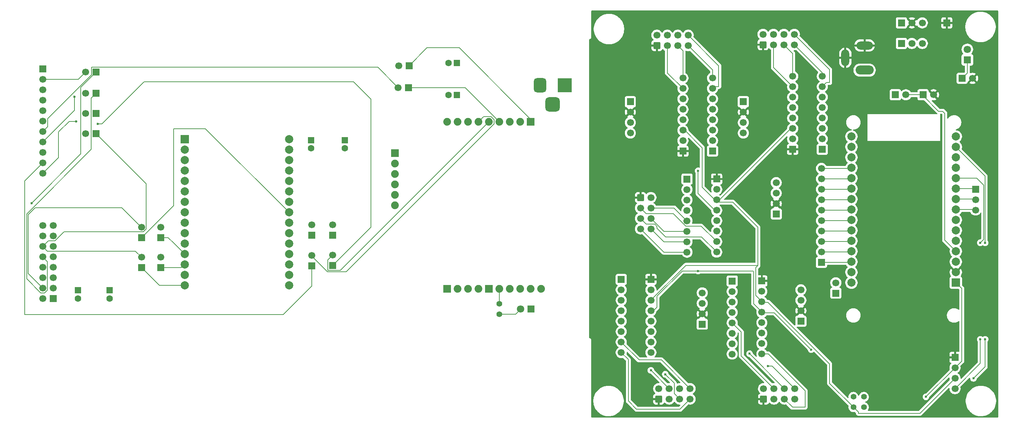
<source format=gbr>
%TF.GenerationSoftware,KiCad,Pcbnew,9.0.3*%
%TF.CreationDate,2026-02-04T18:41:09-06:00*%
%TF.ProjectId,pcblunarroverrfd900x modem,7063626c-756e-4617-9272-6f7665727266,rev?*%
%TF.SameCoordinates,Original*%
%TF.FileFunction,Copper,L1,Top*%
%TF.FilePolarity,Positive*%
%FSLAX46Y46*%
G04 Gerber Fmt 4.6, Leading zero omitted, Abs format (unit mm)*
G04 Created by KiCad (PCBNEW 9.0.3) date 2026-02-04 18:41:09*
%MOMM*%
%LPD*%
G01*
G04 APERTURE LIST*
G04 Aperture macros list*
%AMRoundRect*
0 Rectangle with rounded corners*
0 $1 Rounding radius*
0 $2 $3 $4 $5 $6 $7 $8 $9 X,Y pos of 4 corners*
0 Add a 4 corners polygon primitive as box body*
4,1,4,$2,$3,$4,$5,$6,$7,$8,$9,$2,$3,0*
0 Add four circle primitives for the rounded corners*
1,1,$1+$1,$2,$3*
1,1,$1+$1,$4,$5*
1,1,$1+$1,$6,$7*
1,1,$1+$1,$8,$9*
0 Add four rect primitives between the rounded corners*
20,1,$1+$1,$2,$3,$4,$5,0*
20,1,$1+$1,$4,$5,$6,$7,0*
20,1,$1+$1,$6,$7,$8,$9,0*
20,1,$1+$1,$8,$9,$2,$3,0*%
G04 Aperture macros list end*
%TA.AperFunction,ComponentPad*%
%ADD10C,1.700000*%
%TD*%
%TA.AperFunction,ComponentPad*%
%ADD11R,1.700000X1.700000*%
%TD*%
%TA.AperFunction,ComponentPad*%
%ADD12RoundRect,0.250000X0.600000X-0.600000X0.600000X0.600000X-0.600000X0.600000X-0.600000X-0.600000X0*%
%TD*%
%TA.AperFunction,ComponentPad*%
%ADD13C,1.800000*%
%TD*%
%TA.AperFunction,ComponentPad*%
%ADD14R,1.800000X1.800000*%
%TD*%
%TA.AperFunction,ComponentPad*%
%ADD15RoundRect,0.250000X-0.600000X-0.600000X0.600000X-0.600000X0.600000X0.600000X-0.600000X0.600000X0*%
%TD*%
%TA.AperFunction,ComponentPad*%
%ADD16C,1.400000*%
%TD*%
%TA.AperFunction,ComponentPad*%
%ADD17C,2.000000*%
%TD*%
%TA.AperFunction,ComponentPad*%
%ADD18R,2.000000X2.000000*%
%TD*%
%TA.AperFunction,ComponentPad*%
%ADD19O,2.000000X4.000000*%
%TD*%
%TA.AperFunction,ComponentPad*%
%ADD20O,4.000000X2.000000*%
%TD*%
%TA.AperFunction,ComponentPad*%
%ADD21O,4.400000X2.200000*%
%TD*%
%TA.AperFunction,ComponentPad*%
%ADD22RoundRect,0.250000X-0.550000X0.550000X-0.550000X-0.550000X0.550000X-0.550000X0.550000X0.550000X0*%
%TD*%
%TA.AperFunction,ComponentPad*%
%ADD23C,1.600000*%
%TD*%
%TA.AperFunction,ComponentPad*%
%ADD24RoundRect,0.250000X0.550000X0.550000X-0.550000X0.550000X-0.550000X-0.550000X0.550000X-0.550000X0*%
%TD*%
%TA.AperFunction,ComponentPad*%
%ADD25R,1.879600X1.879600*%
%TD*%
%TA.AperFunction,ComponentPad*%
%ADD26C,1.879600*%
%TD*%
%TA.AperFunction,ComponentPad*%
%ADD27R,3.500000X3.500000*%
%TD*%
%TA.AperFunction,ComponentPad*%
%ADD28RoundRect,0.750000X-0.750000X-1.000000X0.750000X-1.000000X0.750000X1.000000X-0.750000X1.000000X0*%
%TD*%
%TA.AperFunction,ComponentPad*%
%ADD29RoundRect,0.875000X-0.875000X-0.875000X0.875000X-0.875000X0.875000X0.875000X-0.875000X0.875000X0*%
%TD*%
%TA.AperFunction,ViaPad*%
%ADD30C,0.600000*%
%TD*%
%TA.AperFunction,Conductor*%
%ADD31C,0.200000*%
%TD*%
G04 APERTURE END LIST*
D10*
%TO.P,R5,2*%
%TO.N,GND*%
X253265000Y-43000000D03*
D11*
%TO.P,R5,1*%
%TO.N,Net-(D1-K)*%
X250725000Y-43000000D03*
%TD*%
D10*
%TO.P,MC1,8,Pin_8*%
%TO.N,5V*%
X176460000Y-32500000D03*
%TO.P,MC1,7,Pin_7*%
%TO.N,Net-(MC1-Pin_7)*%
X179000000Y-32500000D03*
%TO.P,MC1,6,Pin_6*%
%TO.N,Net-(MC1-Pin_6)*%
X181540000Y-32500000D03*
%TO.P,MC1,5,Pin_5*%
%TO.N,Net-(MC1-Pin_5)*%
X184080000Y-32500000D03*
%TO.P,MC1,4,Pin_4*%
%TO.N,Net-(MC1-Pin_4)*%
X184080000Y-35040000D03*
%TO.P,MC1,3,Pin_3*%
%TO.N,Net-(MC1-Pin_3)*%
X181540000Y-35040000D03*
%TO.P,MC1,2,Pin_2*%
%TO.N,Net-(MC1-Pin_2)*%
X179000000Y-35040000D03*
D12*
%TO.P,MC1,1,Pin_1*%
%TO.N,GND*%
X176460000Y-35040000D03*
%TD*%
D13*
%TO.P,D1,2,A*%
%TO.N,5V*%
X252000000Y-35960000D03*
D14*
%TO.P,D1,1,K*%
%TO.N,Net-(D1-K)*%
X252000000Y-38500000D03*
%TD*%
D11*
%TO.P,SW5,16,Vdd*%
%TO.N,GND*%
X175000000Y-91920000D03*
D10*
%TO.P,SW5,15,GND*%
%TO.N,5V*%
X175000000Y-94460000D03*
%TO.P,SW5,14,SDA*%
%TO.N,SCL*%
X175000000Y-97000000D03*
%TO.P,SW5,13,SCL*%
%TO.N,SDA*%
X175000000Y-99540000D03*
%TO.P,SW5,12,AIN7*%
%TO.N,Net-(RE5-Pin_4)*%
X175000000Y-102080000D03*
%TO.P,SW5,11,AIN6*%
%TO.N,Net-(RE5-Pin_3)*%
X175000000Y-104620000D03*
%TO.P,SW5,10,AIN5*%
%TO.N,Net-(MC5-Pin_2)*%
X175000000Y-107160000D03*
%TO.P,SW5,9,AIN4*%
%TO.N,Net-(MC5-Pin_3)*%
X175000000Y-109700000D03*
%TO.P,SW5,8,AIN3*%
%TO.N,Net-(MC5-Pin_4)*%
X167790000Y-109710000D03*
%TO.P,SW5,7,AIN2*%
%TO.N,Net-(MC5-Pin_5)*%
X167790000Y-107170000D03*
%TO.P,SW5,6,AIN1*%
%TO.N,Net-(MC5-Pin_6)*%
X167790000Y-104630000D03*
%TO.P,SW5,5,AIN0*%
%TO.N,Net-(MC5-Pin_7)*%
X167790000Y-102090000D03*
%TO.P,SW5,4,AIN8*%
%TO.N,unconnected-(SW5-AIN8-Pad4)*%
X167790000Y-99550000D03*
%TO.P,SW5,3,AIN9*%
%TO.N,unconnected-(SW5-AIN9-Pad3)*%
X167790000Y-97010000D03*
%TO.P,SW5,2,AIN10*%
%TO.N,unconnected-(SW5-AIN10-Pad2)*%
X167790000Y-94470000D03*
D11*
%TO.P,SW5,1,AIN11*%
%TO.N,unconnected-(SW5-AIN11-Pad1)*%
X167790000Y-91930000D03*
%TD*%
%TO.P,SW4,16,Vdd*%
%TO.N,GND*%
X191000000Y-67500000D03*
D10*
%TO.P,SW4,15,GND*%
%TO.N,5V*%
X191000000Y-70040000D03*
%TO.P,SW4,14,SDA*%
%TO.N,SCL*%
X191000000Y-72580000D03*
%TO.P,SW4,13,SCL*%
%TO.N,SDA*%
X191000000Y-75120000D03*
%TO.P,SW4,12,AIN7*%
%TO.N,Net-(RE4-Pin_4)*%
X191000000Y-77660000D03*
%TO.P,SW4,11,AIN6*%
%TO.N,Net-(RE4-Pin_3)*%
X191000000Y-80200000D03*
%TO.P,SW4,10,AIN5*%
%TO.N,Net-(MC4-Pin_2)*%
X191000000Y-82740000D03*
%TO.P,SW4,9,AIN4*%
%TO.N,Net-(MC4-Pin_3)*%
X191000000Y-85280000D03*
%TO.P,SW4,8,AIN3*%
%TO.N,Net-(MC4-Pin_4)*%
X183790000Y-85290000D03*
%TO.P,SW4,7,AIN2*%
%TO.N,Net-(MC4-Pin_5)*%
X183790000Y-82750000D03*
%TO.P,SW4,6,AIN1*%
%TO.N,Net-(MC4-Pin_6)*%
X183790000Y-80210000D03*
%TO.P,SW4,5,AIN0*%
%TO.N,Net-(MC4-Pin_7)*%
X183790000Y-77670000D03*
%TO.P,SW4,4,AIN8*%
%TO.N,unconnected-(SW4-AIN8-Pad4)*%
X183790000Y-75130000D03*
%TO.P,SW4,3,AIN9*%
%TO.N,unconnected-(SW4-AIN9-Pad3)*%
X183790000Y-72590000D03*
%TO.P,SW4,2,AIN10*%
%TO.N,unconnected-(SW4-AIN10-Pad2)*%
X183790000Y-70050000D03*
D11*
%TO.P,SW4,1,AIN11*%
%TO.N,unconnected-(SW4-AIN11-Pad1)*%
X183790000Y-67510000D03*
%TD*%
D10*
%TO.P,RE2,4,Pin_4*%
%TO.N,Net-(RE2-Pin_4)*%
X197500000Y-56310000D03*
%TO.P,RE2,3,Pin_3*%
%TO.N,Net-(RE2-Pin_3)*%
X197500000Y-53770000D03*
%TO.P,RE2,2,Pin_2*%
%TO.N,GND*%
X197500000Y-51230000D03*
D11*
%TO.P,RE2,1,Pin_1*%
%TO.N,5V*%
X197500000Y-48690000D03*
%TD*%
D10*
%TO.P,MC4,8,Pin_8*%
%TO.N,5V*%
X175000000Y-72000000D03*
%TO.P,MC4,7,Pin_7*%
%TO.N,Net-(MC4-Pin_7)*%
X175000000Y-74540000D03*
%TO.P,MC4,6,Pin_6*%
%TO.N,Net-(MC4-Pin_6)*%
X175000000Y-77080000D03*
%TO.P,MC4,5,Pin_5*%
%TO.N,Net-(MC4-Pin_5)*%
X175000000Y-79620000D03*
%TO.P,MC4,4,Pin_4*%
%TO.N,Net-(MC4-Pin_4)*%
X172460000Y-79620000D03*
%TO.P,MC4,3,Pin_3*%
%TO.N,Net-(MC4-Pin_3)*%
X172460000Y-77080000D03*
%TO.P,MC4,2,Pin_2*%
%TO.N,Net-(MC4-Pin_2)*%
X172460000Y-74540000D03*
D15*
%TO.P,MC4,1,Pin_1*%
%TO.N,GND*%
X172460000Y-72000000D03*
%TD*%
D16*
%TO.P,R1,2*%
%TO.N,3.3V*%
X226820000Y-123000000D03*
%TO.P,R1,1*%
%TO.N,SCL*%
X224280000Y-123000000D03*
%TD*%
D10*
%TO.P,R3,2*%
%TO.N,GND*%
X243765000Y-47000000D03*
D11*
%TO.P,R3,1*%
%TO.N,Net-(U1-D2)*%
X241225000Y-47000000D03*
%TD*%
%TO.P,J2,1,Pin_1*%
%TO.N,GND*%
X247000000Y-29500000D03*
%TD*%
D10*
%TO.P,MC2,8,Pin_8*%
%TO.N,5V*%
X202280000Y-32280000D03*
%TO.P,MC2,7,Pin_7*%
%TO.N,Net-(MC2-Pin_7)*%
X204820000Y-32280000D03*
%TO.P,MC2,6,Pin_6*%
%TO.N,Net-(MC2-Pin_6)*%
X207360000Y-32280000D03*
%TO.P,MC2,5,Pin_5*%
%TO.N,Net-(MC2-Pin_5)*%
X209900000Y-32280000D03*
%TO.P,MC2,4,Pin_4*%
%TO.N,Net-(MC2-Pin_4)*%
X209900000Y-34820000D03*
%TO.P,MC2,3,Pin_3*%
%TO.N,Net-(MC2-Pin_3)*%
X207360000Y-34820000D03*
%TO.P,MC2,2,Pin_2*%
%TO.N,Net-(MC2-Pin_2)*%
X204820000Y-34820000D03*
D12*
%TO.P,MC2,1,Pin_1*%
%TO.N,GND*%
X202280000Y-34820000D03*
%TD*%
D10*
%TO.P,RE1,4,Pin_4*%
%TO.N,Net-(RE1-Pin_4)*%
X170000000Y-56310000D03*
%TO.P,RE1,3,Pin_3*%
%TO.N,Net-(RE1-Pin_3)*%
X170000000Y-53770000D03*
%TO.P,RE1,2,Pin_2*%
%TO.N,GND*%
X170000000Y-51230000D03*
D11*
%TO.P,RE1,1,Pin_1*%
%TO.N,5V*%
X170000000Y-48690000D03*
%TD*%
%TO.P,SW2,16,Vdd*%
%TO.N,GND*%
X209500000Y-60280000D03*
D10*
%TO.P,SW2,15,GND*%
%TO.N,5V*%
X209500000Y-57740000D03*
%TO.P,SW2,14,SDA*%
%TO.N,SCL*%
X209500000Y-55200000D03*
%TO.P,SW2,13,SCL*%
%TO.N,SDA*%
X209500000Y-52660000D03*
%TO.P,SW2,12,AIN7*%
%TO.N,Net-(RE2-Pin_4)*%
X209500000Y-50120000D03*
%TO.P,SW2,11,AIN6*%
%TO.N,Net-(RE2-Pin_3)*%
X209500000Y-47580000D03*
%TO.P,SW2,10,AIN5*%
%TO.N,Net-(MC2-Pin_2)*%
X209500000Y-45040000D03*
%TO.P,SW2,9,AIN4*%
%TO.N,Net-(MC2-Pin_3)*%
X209500000Y-42500000D03*
%TO.P,SW2,8,AIN3*%
%TO.N,Net-(MC2-Pin_4)*%
X216710000Y-42490000D03*
%TO.P,SW2,7,AIN2*%
%TO.N,Net-(MC2-Pin_5)*%
X216710000Y-45030000D03*
%TO.P,SW2,6,AIN1*%
%TO.N,Net-(MC2-Pin_6)*%
X216710000Y-47570000D03*
%TO.P,SW2,5,AIN0*%
%TO.N,Net-(MC2-Pin_7)*%
X216710000Y-50110000D03*
%TO.P,SW2,4,AIN8*%
%TO.N,unconnected-(SW2-AIN8-Pad4)*%
X216710000Y-52650000D03*
%TO.P,SW2,3,AIN9*%
%TO.N,unconnected-(SW2-AIN9-Pad3)*%
X216710000Y-55190000D03*
%TO.P,SW2,2,AIN10*%
%TO.N,unconnected-(SW2-AIN10-Pad2)*%
X216710000Y-57730000D03*
D11*
%TO.P,SW2,1,AIN11*%
%TO.N,unconnected-(SW2-AIN11-Pad1)*%
X216710000Y-60270000D03*
%TD*%
D10*
%TO.P,J7,3,Pin_3*%
%TO.N,5V*%
X241040000Y-34500000D03*
%TO.P,J7,2,Pin_2*%
%TO.N,Vin*%
X238500000Y-34500000D03*
D11*
%TO.P,J7,1,Pin_1*%
%TO.N,Net-(J7-Pin_1)*%
X235960000Y-34500000D03*
%TD*%
D16*
%TO.P,R2,2*%
%TO.N,3.3V*%
X226820000Y-120500000D03*
%TO.P,R2,1*%
%TO.N,SDA*%
X224280000Y-120500000D03*
%TD*%
D10*
%TO.P,RE5,4,Pin_4*%
%TO.N,Net-(RE5-Pin_4)*%
X187500000Y-95190000D03*
%TO.P,RE5,3,Pin_3*%
%TO.N,Net-(RE5-Pin_3)*%
X187500000Y-97730000D03*
%TO.P,RE5,2,Pin_2*%
%TO.N,GND*%
X187500000Y-100270000D03*
D11*
%TO.P,RE5,1,Pin_1*%
%TO.N,5V*%
X187500000Y-102810000D03*
%TD*%
D10*
%TO.P,MC5,8,Pin_8*%
%TO.N,5V*%
X176920000Y-118500000D03*
%TO.P,MC5,7,Pin_7*%
%TO.N,Net-(MC5-Pin_7)*%
X179460000Y-118500000D03*
%TO.P,MC5,6,Pin_6*%
%TO.N,Net-(MC5-Pin_6)*%
X182000000Y-118500000D03*
%TO.P,MC5,5,Pin_5*%
%TO.N,Net-(MC5-Pin_5)*%
X184540000Y-118500000D03*
%TO.P,MC5,4,Pin_4*%
%TO.N,Net-(MC5-Pin_4)*%
X184540000Y-121040000D03*
%TO.P,MC5,3,Pin_3*%
%TO.N,Net-(MC5-Pin_3)*%
X182000000Y-121040000D03*
%TO.P,MC5,2,Pin_2*%
%TO.N,Net-(MC5-Pin_2)*%
X179460000Y-121040000D03*
D12*
%TO.P,MC5,1,Pin_1*%
%TO.N,GND*%
X176920000Y-121040000D03*
%TD*%
D10*
%TO.P,J6,2,Pin_2*%
%TO.N,ESP32Feeder*%
X220000000Y-92735000D03*
D11*
%TO.P,J6,1,Pin_1*%
%TO.N,5V*%
X220000000Y-95275000D03*
%TD*%
D10*
%TO.P,RE4,4,Pin_4*%
%TO.N,Net-(RE4-Pin_4)*%
X205500000Y-68380000D03*
%TO.P,RE4,3,Pin_3*%
%TO.N,Net-(RE4-Pin_3)*%
X205500000Y-70920000D03*
%TO.P,RE4,2,Pin_2*%
%TO.N,GND*%
X205500000Y-73460000D03*
D11*
%TO.P,RE4,1,Pin_1*%
%TO.N,5V*%
X205500000Y-76000000D03*
%TD*%
D10*
%TO.P,OLED1,4,Pin_4*%
%TO.N,SDA*%
X249000000Y-118500000D03*
%TO.P,OLED1,3,Pin_3*%
%TO.N,SCL*%
X249000000Y-115960000D03*
%TO.P,OLED1,2,Pin_2*%
%TO.N,3.3V*%
X249000000Y-113420000D03*
D11*
%TO.P,OLED1,1,Pin_1*%
%TO.N,GND*%
X249000000Y-110880000D03*
%TD*%
%TO.P,SW3,16,Vdd*%
%TO.N,GND*%
X202000000Y-92300000D03*
D10*
%TO.P,SW3,15,GND*%
%TO.N,5V*%
X202000000Y-94840000D03*
%TO.P,SW3,14,SDA*%
%TO.N,SCL*%
X202000000Y-97380000D03*
%TO.P,SW3,13,SCL*%
%TO.N,SDA*%
X202000000Y-99920000D03*
%TO.P,SW3,12,AIN7*%
%TO.N,Net-(RE3-Pin_4)*%
X202000000Y-102460000D03*
%TO.P,SW3,11,AIN6*%
%TO.N,Net-(RE3-Pin_3)*%
X202000000Y-105000000D03*
%TO.P,SW3,10,AIN5*%
%TO.N,Net-(MC3-Pin_2)*%
X202000000Y-107540000D03*
%TO.P,SW3,9,AIN4*%
%TO.N,Net-(MC3-Pin_3)*%
X202000000Y-110080000D03*
%TO.P,SW3,8,AIN3*%
%TO.N,Net-(MC3-Pin_4)*%
X194790000Y-110090000D03*
%TO.P,SW3,7,AIN2*%
%TO.N,Net-(MC3-Pin_5)*%
X194790000Y-107550000D03*
%TO.P,SW3,6,AIN1*%
%TO.N,Net-(MC3-Pin_6)*%
X194790000Y-105010000D03*
%TO.P,SW3,5,AIN0*%
%TO.N,Net-(MC3-Pin_7)*%
X194790000Y-102470000D03*
%TO.P,SW3,4,AIN8*%
%TO.N,unconnected-(SW3-AIN8-Pad4)*%
X194790000Y-99930000D03*
%TO.P,SW3,3,AIN9*%
%TO.N,unconnected-(SW3-AIN9-Pad3)*%
X194790000Y-97390000D03*
%TO.P,SW3,2,AIN10*%
%TO.N,unconnected-(SW3-AIN10-Pad2)*%
X194790000Y-94850000D03*
D11*
%TO.P,SW3,1,AIN11*%
%TO.N,unconnected-(SW3-AIN11-Pad1)*%
X194790000Y-92310000D03*
%TD*%
D10*
%TO.P,R4,2*%
%TO.N,Net-(U1-D2)*%
X237040000Y-47000000D03*
D11*
%TO.P,R4,1*%
%TO.N,Vin*%
X234500000Y-47000000D03*
%TD*%
D17*
%TO.P,U1,30,VIN*%
%TO.N,ESP32Feeder*%
X223800000Y-92715000D03*
%TO.P,U1,29,GND__1*%
%TO.N,unconnected-(U1-GND__1-Pad29)*%
X223800000Y-90175000D03*
%TO.P,U1,28,D13*%
%TO.N,Net-(J4-Pin_1)*%
X223800000Y-87635000D03*
%TO.P,U1,27,D12*%
%TO.N,Net-(J4-Pin_2)*%
X223800000Y-85095000D03*
%TO.P,U1,26,D14*%
%TO.N,Net-(J4-Pin_3)*%
X223800000Y-82555000D03*
%TO.P,U1,25,D27*%
%TO.N,Net-(J4-Pin_4)*%
X223800000Y-80015000D03*
%TO.P,U1,24,D26*%
%TO.N,Net-(J4-Pin_5)*%
X223800000Y-77475000D03*
%TO.P,U1,23,D25*%
%TO.N,Net-(J4-Pin_6)*%
X223800000Y-74935000D03*
%TO.P,U1,22,D33*%
%TO.N,Net-(J4-Pin_7)*%
X223800000Y-72395000D03*
%TO.P,U1,21,D32*%
%TO.N,Net-(J4-Pin_8)*%
X223800000Y-69855000D03*
%TO.P,U1,20,D35*%
%TO.N,Net-(J4-Pin_9)*%
X223800000Y-67315000D03*
%TO.P,U1,19,D34*%
%TO.N,Net-(J4-Pin_10)*%
X223800000Y-64775000D03*
%TO.P,U1,18,VN*%
%TO.N,unconnected-(U1-VN-Pad18)*%
X223800000Y-62235000D03*
%TO.P,U1,17,VP*%
%TO.N,unconnected-(U1-VP-Pad17)*%
X223800000Y-59695000D03*
%TO.P,U1,16,EN*%
%TO.N,unconnected-(U1-EN-Pad16)*%
X223800000Y-57155000D03*
%TO.P,U1,15,D23*%
%TO.N,unconnected-(U1-D23-Pad15)*%
X249200000Y-57155000D03*
%TO.P,U1,14,D22*%
%TO.N,SCL*%
X249200000Y-59695000D03*
%TO.P,U1,13,TX0*%
%TO.N,unconnected-(U1-TX0-Pad13)*%
X249200000Y-62235000D03*
%TO.P,U1,12,RX0*%
%TO.N,unconnected-(U1-RX0-Pad12)*%
X249200000Y-64775000D03*
%TO.P,U1,11,D21*%
%TO.N,SDA*%
X249200000Y-67315000D03*
%TO.P,U1,10,D19*%
%TO.N,Net-(J5-Pin_1)*%
X249200000Y-69855000D03*
%TO.P,U1,9,D18*%
%TO.N,Net-(J5-Pin_2)*%
X249200000Y-72395000D03*
%TO.P,U1,8,D5*%
%TO.N,Net-(J5-Pin_3)*%
X249200000Y-74935000D03*
%TO.P,U1,7,TX2*%
%TO.N,unconnected-(U1-TX2-Pad7)*%
X249200000Y-77475000D03*
%TO.P,U1,6,RX2*%
%TO.N,unconnected-(U1-RX2-Pad6)*%
X249200000Y-80015000D03*
%TO.P,U1,5,D4*%
%TO.N,unconnected-(U1-D4-Pad5)*%
X249200000Y-82555000D03*
%TO.P,U1,4,D2*%
%TO.N,Net-(U1-D2)*%
X249200000Y-85095000D03*
%TO.P,U1,3,D15*%
%TO.N,unconnected-(U1-D15-Pad3)*%
X249200000Y-87635000D03*
%TO.P,U1,2,GND*%
%TO.N,GND*%
X249200000Y-90175000D03*
D18*
%TO.P,U1,1,3V3*%
%TO.N,3.3V*%
X249200000Y-92715000D03*
%TD*%
D10*
%TO.P,RE3,4,Pin_4*%
%TO.N,Net-(RE3-Pin_4)*%
X211500000Y-94460000D03*
%TO.P,RE3,3,Pin_3*%
%TO.N,Net-(RE3-Pin_3)*%
X211500000Y-97000000D03*
%TO.P,RE3,2,Pin_2*%
%TO.N,GND*%
X211500000Y-99540000D03*
D11*
%TO.P,RE3,1,Pin_1*%
%TO.N,5V*%
X211500000Y-102080000D03*
%TD*%
D10*
%TO.P,J4,10,Pin_10*%
%TO.N,Net-(J4-Pin_10)*%
X216500000Y-64920000D03*
%TO.P,J4,9,Pin_9*%
%TO.N,Net-(J4-Pin_9)*%
X216500000Y-67460000D03*
%TO.P,J4,8,Pin_8*%
%TO.N,Net-(J4-Pin_8)*%
X216500000Y-70000000D03*
%TO.P,J4,7,Pin_7*%
%TO.N,Net-(J4-Pin_7)*%
X216500000Y-72540000D03*
%TO.P,J4,6,Pin_6*%
%TO.N,Net-(J4-Pin_6)*%
X216500000Y-75080000D03*
%TO.P,J4,5,Pin_5*%
%TO.N,Net-(J4-Pin_5)*%
X216500000Y-77620000D03*
%TO.P,J4,4,Pin_4*%
%TO.N,Net-(J4-Pin_4)*%
X216500000Y-80160000D03*
%TO.P,J4,3,Pin_3*%
%TO.N,Net-(J4-Pin_3)*%
X216500000Y-82700000D03*
%TO.P,J4,2,Pin_2*%
%TO.N,Net-(J4-Pin_2)*%
X216500000Y-85240000D03*
D11*
%TO.P,J4,1,Pin_1*%
%TO.N,Net-(J4-Pin_1)*%
X216500000Y-87780000D03*
%TD*%
%TO.P,SW1,16,Vdd*%
%TO.N,GND*%
X182790000Y-60710000D03*
D10*
%TO.P,SW1,15,GND*%
%TO.N,5V*%
X182790000Y-58170000D03*
%TO.P,SW1,14,SDA*%
%TO.N,SCL*%
X182790000Y-55630000D03*
%TO.P,SW1,13,SCL*%
%TO.N,SDA*%
X182790000Y-53090000D03*
%TO.P,SW1,12,AIN7*%
%TO.N,Net-(RE1-Pin_4)*%
X182790000Y-50550000D03*
%TO.P,SW1,11,AIN6*%
%TO.N,Net-(RE1-Pin_3)*%
X182790000Y-48010000D03*
%TO.P,SW1,10,AIN5*%
%TO.N,Net-(MC1-Pin_2)*%
X182790000Y-45470000D03*
%TO.P,SW1,9,AIN4*%
%TO.N,Net-(MC1-Pin_3)*%
X182790000Y-42930000D03*
%TO.P,SW1,8,AIN3*%
%TO.N,Net-(MC1-Pin_4)*%
X190000000Y-42920000D03*
%TO.P,SW1,7,AIN2*%
%TO.N,Net-(MC1-Pin_5)*%
X190000000Y-45460000D03*
%TO.P,SW1,6,AIN1*%
%TO.N,Net-(MC1-Pin_6)*%
X190000000Y-48000000D03*
%TO.P,SW1,5,AIN0*%
%TO.N,Net-(MC1-Pin_7)*%
X190000000Y-50540000D03*
%TO.P,SW1,4,AIN8*%
%TO.N,unconnected-(SW1-AIN8-Pad4)*%
X190000000Y-53080000D03*
%TO.P,SW1,3,AIN9*%
%TO.N,unconnected-(SW1-AIN9-Pad3)*%
X190000000Y-55620000D03*
%TO.P,SW1,2,AIN10*%
%TO.N,unconnected-(SW1-AIN10-Pad2)*%
X190000000Y-58160000D03*
D11*
%TO.P,SW1,1,AIN11*%
%TO.N,unconnected-(SW1-AIN11-Pad1)*%
X190000000Y-60700000D03*
%TD*%
D10*
%TO.P,MC3,8,Pin_8*%
%TO.N,5V*%
X202420000Y-118500000D03*
%TO.P,MC3,7,Pin_7*%
%TO.N,Net-(MC3-Pin_7)*%
X204960000Y-118500000D03*
%TO.P,MC3,6,Pin_6*%
%TO.N,Net-(MC3-Pin_6)*%
X207500000Y-118500000D03*
%TO.P,MC3,5,Pin_5*%
%TO.N,Net-(MC3-Pin_5)*%
X210040000Y-118500000D03*
%TO.P,MC3,4,Pin_4*%
%TO.N,Net-(MC3-Pin_4)*%
X210040000Y-121040000D03*
%TO.P,MC3,3,Pin_3*%
%TO.N,Net-(MC3-Pin_3)*%
X207500000Y-121040000D03*
%TO.P,MC3,2,Pin_2*%
%TO.N,Net-(MC3-Pin_2)*%
X204960000Y-121040000D03*
D12*
%TO.P,MC3,1,Pin_1*%
%TO.N,GND*%
X202420000Y-121040000D03*
%TD*%
D10*
%TO.P,J5,3,Pin_3*%
%TO.N,Net-(J5-Pin_3)*%
X254000000Y-75040000D03*
%TO.P,J5,2,Pin_2*%
%TO.N,Net-(J5-Pin_2)*%
X254000000Y-72500000D03*
D11*
%TO.P,J5,1,Pin_1*%
%TO.N,Net-(J5-Pin_1)*%
X254000000Y-69960000D03*
%TD*%
D19*
%TO.P,J1,3*%
%TO.N,GND*%
X222300000Y-38000000D03*
D20*
%TO.P,J1,2*%
X227000000Y-35000000D03*
D21*
%TO.P,J1,1*%
%TO.N,Vin*%
X227000000Y-41000000D03*
%TD*%
D10*
%TO.P,U3,3,OUT*%
%TO.N,5V*%
X241040000Y-29500000D03*
%TO.P,U3,2,GND*%
%TO.N,GND*%
X238500000Y-29500000D03*
D11*
%TO.P,U3,1,IN*%
%TO.N,Net-(J7-Pin_1)*%
X235960000Y-29500000D03*
%TD*%
D16*
%TO.P,1k,1*%
%TO.N,RTK-jet*%
X138150253Y-97849747D03*
%TO.P,1k,2*%
%TO.N,Net-(D1-A)*%
X138150253Y-100389747D03*
%TD*%
D11*
%TO.P,J14,1,Pin_1*%
%TO.N,SDA*%
X92450253Y-81174747D03*
D10*
%TO.P,J14,2,Pin_2*%
%TO.N,Net-(J11-Pin_1)*%
X92450253Y-78634747D03*
%TD*%
D22*
%TO.P,10uF2,1*%
%TO.N,+5V*%
X92350253Y-58049747D03*
D23*
%TO.P,10uF2,2*%
%TO.N,GND*%
X92350253Y-60049747D03*
%TD*%
D11*
%TO.P,J10,1,Pin_1*%
%TO.N,Net-(J10-Pin_1)*%
X40030253Y-41449747D03*
D10*
%TO.P,J10,2,Pin_2*%
%TO.N,CTS-jet*%
X37490253Y-41449747D03*
%TD*%
D22*
%TO.P,1000uf1,1*%
%TO.N,+5V*%
X35550253Y-94549747D03*
D23*
%TO.P,1000uf1,2*%
%TO.N,GND*%
X35550253Y-96549747D03*
%TD*%
D11*
%TO.P,J3,1,Pin_1*%
%TO.N,CTS-esp*%
X51050253Y-81749747D03*
D10*
%TO.P,J3,2,Pin_2*%
%TO.N,Net-(J10-Pin_1)*%
X51050253Y-79209747D03*
%TD*%
D11*
%TO.P,J4,1,Pin_1*%
%TO.N,RX-esp*%
X55750253Y-81749747D03*
D10*
%TO.P,J4,2,Pin_2*%
%TO.N,Net-(J2-Pin_8)*%
X55750253Y-79209747D03*
%TD*%
D11*
%TO.P,J9,1,Pin_1*%
%TO.N,Net-(J2-Pin_10)*%
X39990253Y-46649747D03*
D10*
%TO.P,J9,2,Pin_2*%
%TO.N,TX-jet*%
X37450253Y-46649747D03*
%TD*%
D24*
%TO.P,10uF1,1*%
%TO.N,+5V*%
X127800253Y-47049747D03*
D23*
%TO.P,10uF1,2*%
%TO.N,GND*%
X125800253Y-47049747D03*
%TD*%
D18*
%TO.P,U1,1,3V3*%
%TO.N,unconnected-(U1-3V3-Pad1)*%
X61550253Y-57809747D03*
D17*
%TO.P,U1,2,GND*%
%TO.N,GND*%
X61550253Y-60349747D03*
%TO.P,U1,3,D15*%
%TO.N,unconnected-(U1-D15-Pad3)*%
X61550253Y-62889747D03*
%TO.P,U1,4,D2*%
%TO.N,unconnected-(U1-D2-Pad4)*%
X61550253Y-65429747D03*
%TO.P,U1,5,D4*%
%TO.N,unconnected-(U1-D4-Pad5)*%
X61550253Y-67969747D03*
%TO.P,U1,6,RX2*%
%TO.N,TX-jet*%
X61550253Y-70509747D03*
%TO.P,U1,7,TX2*%
%TO.N,RX-jet*%
X61550253Y-73049747D03*
%TO.P,U1,8,D5*%
%TO.N,unconnected-(U1-D5-Pad8)*%
X61550253Y-75589747D03*
%TO.P,U1,9,D18*%
%TO.N,RST*%
X61550253Y-78129747D03*
%TO.P,U1,10,D19*%
%TO.N,INT*%
X61550253Y-80669747D03*
%TO.P,U1,11,D21*%
%TO.N,SDA*%
X61550253Y-83209747D03*
%TO.P,U1,12,RX0*%
%TO.N,RX-esp*%
X61550253Y-85749747D03*
%TO.P,U1,13,TX0*%
%TO.N,TX-esp*%
X61550253Y-88289747D03*
%TO.P,U1,14,D22*%
%TO.N,SCL*%
X61550253Y-90829747D03*
%TO.P,U1,15,D23*%
%TO.N,RTS-esp*%
X61550253Y-93369747D03*
%TO.P,U1,16,EN*%
%TO.N,unconnected-(U1-EN-Pad16)*%
X86950253Y-93369747D03*
%TO.P,U1,17,VP*%
%TO.N,unconnected-(U1-VP-Pad17)*%
X86950253Y-90829747D03*
%TO.P,U1,18,VN*%
%TO.N,unconnected-(U1-VN-Pad18)*%
X86950253Y-88289747D03*
%TO.P,U1,19,D34*%
%TO.N,unconnected-(U1-D34-Pad19)*%
X86950253Y-85749747D03*
%TO.P,U1,20,D35*%
%TO.N,unconnected-(U1-D35-Pad20)*%
X86950253Y-83209747D03*
%TO.P,U1,21,D32*%
%TO.N,unconnected-(U1-D32-Pad21)*%
X86950253Y-80669747D03*
%TO.P,U1,22,D33*%
%TO.N,unconnected-(U1-D33-Pad22)*%
X86950253Y-78129747D03*
%TO.P,U1,23,D25*%
%TO.N,CTS-esp*%
X86950253Y-75589747D03*
%TO.P,U1,24,D26*%
%TO.N,unconnected-(U1-D26-Pad24)*%
X86950253Y-73049747D03*
%TO.P,U1,25,D27*%
%TO.N,unconnected-(U1-D27-Pad25)*%
X86950253Y-70509747D03*
%TO.P,U1,26,D14*%
%TO.N,unconnected-(U1-D14-Pad26)*%
X86950253Y-67969747D03*
%TO.P,U1,27,D12*%
%TO.N,unconnected-(U1-D12-Pad27)*%
X86950253Y-65429747D03*
%TO.P,U1,28,D13*%
%TO.N,unconnected-(U1-D13-Pad28)*%
X86950253Y-62889747D03*
%TO.P,U1,29,GND*%
%TO.N,GND*%
X86950253Y-60349747D03*
%TO.P,U1,30,VIN*%
%TO.N,+5V*%
X86950253Y-57809747D03*
%TD*%
D25*
%TO.P,U2,J1_1*%
%TO.N,N/C*%
X112730253Y-61169747D03*
D26*
%TO.P,U2,J1_2,TX2_J1*%
%TO.N,unconnected-(U2A-TX2_J1-PadJ1_2)*%
X112730253Y-63709747D03*
%TO.P,U2,J1_3,RX2_J1*%
%TO.N,unconnected-(U2A-RX2_J1-PadJ1_3)*%
X112730253Y-66249747D03*
%TO.P,U2,J1_4,3.3V_J1*%
%TO.N,unconnected-(U2A-3.3V_J1-PadJ1_4)*%
X112730253Y-68789747D03*
%TO.P,U2,J1_5*%
%TO.N,N/C*%
X112730253Y-71329747D03*
%TO.P,U2,J1_6,GND_J1*%
%TO.N,GND*%
X112730253Y-73869747D03*
D25*
%TO.P,U2,J3_1,GND_J3*%
%TO.N,unconnected-(U2B-GND_J3-PadJ3_1)*%
X125430253Y-94189747D03*
D26*
%TO.P,U2,J3_2,3.3V_J3*%
%TO.N,unconnected-(U2B-3.3V_J3-PadJ3_2)*%
X127970253Y-94189747D03*
%TO.P,U2,J3_3,SDA/~{CS}_J3*%
%TO.N,unconnected-(U2B-SDA{slash}~{CS}_J3-PadJ3_3)*%
X130510253Y-94189747D03*
%TO.P,U2,J3_4,SCL/SCK_J3*%
%TO.N,unconnected-(U2B-SCL{slash}SCK_J3-PadJ3_4)*%
X133050253Y-94189747D03*
D25*
%TO.P,U2,J6_1,FENCE_STAT*%
%TO.N,unconnected-(U2C-FENCE_STAT-PadJ6_1)*%
X135590253Y-94189747D03*
D26*
%TO.P,U2,J6_2,RTK_STAT*%
%TO.N,RTK-jet*%
X138130253Y-94189747D03*
%TO.P,U2,J6_3,PPS*%
%TO.N,unconnected-(U2C-PPS-PadJ6_3)*%
X140670253Y-94189747D03*
%TO.P,U2,J6_4,~{RESET}*%
%TO.N,RST*%
X143210253Y-94189747D03*
%TO.P,U2,J6_5,~{SAFE}*%
%TO.N,unconnected-(U2C-~{SAFE}-PadJ6_5)*%
X145750253Y-94189747D03*
%TO.P,U2,J6_6,INT*%
%TO.N,INT*%
X148290253Y-94189747D03*
D25*
%TO.P,U2,J7_1,SCL/SCK_J7*%
%TO.N,Net-(J12-Pin_1)*%
X145750253Y-53549747D03*
D26*
%TO.P,U2,J7_2,TXO/MISO*%
%TO.N,unconnected-(U2D-TXO{slash}MISO-PadJ7_2)*%
X143210253Y-53549747D03*
%TO.P,U2,J7_3,RXI/MOSI*%
%TO.N,unconnected-(U2D-RXI{slash}MOSI-PadJ7_3)*%
X140670253Y-53549747D03*
%TO.P,U2,J7_4,SDA/~{CS}_J7*%
%TO.N,Net-(J11-Pin_1)*%
X138130253Y-53549747D03*
%TO.P,U2,J7_5,RX2_J7*%
%TO.N,Net-(J17-Pin_2)*%
X135590253Y-53549747D03*
%TO.P,U2,J7_6,TX2_J7*%
%TO.N,Net-(J16-Pin_2)*%
X133050253Y-53549747D03*
%TO.P,U2,J7_7,3.3V_J7*%
%TO.N,unconnected-(U2D-3.3V_J7-PadJ7_7)*%
X130510253Y-53549747D03*
%TO.P,U2,J7_8,5V_J7*%
%TO.N,+5V*%
X127970253Y-53549747D03*
%TO.P,U2,J7_9,GND_J7*%
%TO.N,GND*%
X125430253Y-53549747D03*
%TD*%
D11*
%TO.P,J16,1,Pin_1*%
%TO.N,RX2-jet*%
X92450253Y-88589747D03*
D10*
%TO.P,J16,2,Pin_2*%
%TO.N,Net-(J16-Pin_2)*%
X92450253Y-86049747D03*
%TD*%
D11*
%TO.P,J13,1,Pin_1*%
%TO.N,SCL*%
X97550253Y-81149747D03*
D10*
%TO.P,J13,2,Pin_2*%
%TO.N,Net-(J12-Pin_1)*%
X97550253Y-78609747D03*
%TD*%
D14*
%TO.P,D1,1,K*%
%TO.N,GND*%
X145850253Y-99149747D03*
D13*
%TO.P,D1,2,A*%
%TO.N,Net-(D1-A)*%
X143310253Y-99149747D03*
%TD*%
D24*
%TO.P,0.1uF3,1*%
%TO.N,+5V*%
X127800253Y-39299747D03*
D23*
%TO.P,0.1uF3,2*%
%TO.N,GND*%
X125800253Y-39299747D03*
%TD*%
D11*
%TO.P,J17,1,Pin_1*%
%TO.N,TX2-jet*%
X97550253Y-88549747D03*
D10*
%TO.P,J17,2,Pin_2*%
%TO.N,Net-(J17-Pin_2)*%
X97550253Y-86009747D03*
%TD*%
D11*
%TO.P,J5,1,Pin_1*%
%TO.N,TX-esp*%
X55750253Y-89089747D03*
D10*
%TO.P,J5,2,Pin_2*%
%TO.N,Net-(J2-Pin_10)*%
X55750253Y-86549747D03*
%TD*%
D11*
%TO.P,J12,1,Pin_1*%
%TO.N,Net-(J12-Pin_1)*%
X116150253Y-39949747D03*
D10*
%TO.P,J12,2,Pin_2*%
%TO.N,SCL-jet*%
X113610253Y-39949747D03*
%TD*%
D11*
%TO.P,J18,1,Pin_1*%
%TO.N,GND*%
X27050253Y-40689747D03*
D10*
%TO.P,J18,2,Pin_2*%
%TO.N,CTS-jet*%
X27050253Y-43229747D03*
%TO.P,J18,3,Pin_3*%
%TO.N,unconnected-(J18-Pin_3-Pad3)*%
X27050253Y-45769747D03*
%TO.P,J18,4,Pin_4*%
%TO.N,TX-jet*%
X27050253Y-48309747D03*
%TO.P,J18,5,Pin_5*%
%TO.N,RX-jet*%
X27050253Y-50849747D03*
%TO.P,J18,6,Pin_6*%
%TO.N,RTS-jet*%
X27050253Y-53389747D03*
%TO.P,J18,7,Pin_7*%
%TO.N,SDA-jet*%
X27050253Y-55929747D03*
%TO.P,J18,8,Pin_8*%
%TO.N,SCL-jet*%
X27050253Y-58469747D03*
%TO.P,J18,9,Pin_9*%
%TO.N,RTK-jet*%
X27050253Y-61009747D03*
%TO.P,J18,10,Pin_10*%
%TO.N,RX2-jet*%
X27050253Y-63549747D03*
%TO.P,J18,11,Pin_11*%
%TO.N,TX2-jet*%
X27050253Y-66089747D03*
%TD*%
D22*
%TO.P,0.1uF1,1*%
%TO.N,+5V*%
X43305365Y-94544635D03*
D23*
%TO.P,0.1uF1,2*%
%TO.N,GND*%
X43305365Y-96544635D03*
%TD*%
D22*
%TO.P,0.1uf2,1*%
%TO.N,+5V*%
X100550253Y-58049747D03*
D23*
%TO.P,0.1uf2,2*%
%TO.N,GND*%
X100550253Y-60049747D03*
%TD*%
D11*
%TO.P,J6,1,Pin_1*%
%TO.N,RTS-esp*%
X51050253Y-89049747D03*
D10*
%TO.P,J6,2,Pin_2*%
%TO.N,Net-(J2-Pin_12)*%
X51050253Y-86509747D03*
%TD*%
D11*
%TO.P,J8,1,Pin_1*%
%TO.N,Net-(J2-Pin_8)*%
X39990253Y-51549747D03*
D10*
%TO.P,J8,2,Pin_2*%
%TO.N,RX-jet*%
X37450253Y-51549747D03*
%TD*%
D11*
%TO.P,J7,1,Pin_1*%
%TO.N,Net-(J2-Pin_12)*%
X39990253Y-56449747D03*
D10*
%TO.P,J7,2,Pin_2*%
%TO.N,RTS-jet*%
X37450253Y-56449747D03*
%TD*%
D11*
%TO.P,J11,1,Pin_1*%
%TO.N,Net-(J11-Pin_1)*%
X116050253Y-45249747D03*
D10*
%TO.P,J11,2,Pin_2*%
%TO.N,SDA-jet*%
X113510253Y-45249747D03*
%TD*%
D27*
%TO.P,J1,1*%
%TO.N,+5V*%
X154050253Y-44649747D03*
D28*
%TO.P,J1,2*%
%TO.N,GND*%
X148050253Y-44649747D03*
D29*
%TO.P,J1,3*%
%TO.N,unconnected-(J1-Pad3)*%
X151050253Y-49349747D03*
%TD*%
D11*
%TO.P,J2,1,Pin_1*%
%TO.N,unconnected-(J2-Pin_1-Pad1)*%
X29550253Y-96589747D03*
D10*
%TO.P,J2,2,Pin_2*%
%TO.N,GND*%
X27010253Y-96589747D03*
%TO.P,J2,3,Pin_3*%
%TO.N,+5V*%
X29550253Y-94049747D03*
%TO.P,J2,4,Pin_4*%
%TO.N,Net-(J10-Pin_1)*%
X27010253Y-94049747D03*
%TO.P,J2,5,Pin_5*%
%TO.N,unconnected-(J2-Pin_5-Pad5)*%
X29550253Y-91509747D03*
%TO.P,J2,6,Pin_6*%
%TO.N,unconnected-(J2-Pin_6-Pad6)*%
X27010253Y-91509747D03*
%TO.P,J2,7,Pin_7*%
%TO.N,unconnected-(J2-Pin_7-Pad7)*%
X29550253Y-88969747D03*
%TO.P,J2,8,Pin_8*%
%TO.N,Net-(J2-Pin_8)*%
X27010253Y-88969747D03*
%TO.P,J2,9,Pin_9*%
%TO.N,unconnected-(J2-Pin_9-Pad9)*%
X29550253Y-86429747D03*
%TO.P,J2,10,Pin_10*%
%TO.N,Net-(J2-Pin_10)*%
X27010253Y-86429747D03*
%TO.P,J2,11,Pin_11*%
%TO.N,unconnected-(J2-Pin_11-Pad11)*%
X29550253Y-83889747D03*
%TO.P,J2,12,Pin_12*%
%TO.N,Net-(J2-Pin_12)*%
X27010253Y-83889747D03*
%TO.P,J2,13,Pin_13*%
%TO.N,unconnected-(J2-Pin_13-Pad13)*%
X29550253Y-81349747D03*
%TO.P,J2,14,Pin_14*%
%TO.N,unconnected-(J2-Pin_14-Pad14)*%
X27010253Y-81349747D03*
%TO.P,J2,15,Pin_15*%
%TO.N,unconnected-(J2-Pin_15-Pad15)*%
X29550253Y-78809747D03*
%TO.P,J2,16,Pin_16*%
%TO.N,unconnected-(J2-Pin_16-Pad16)*%
X27010253Y-78809747D03*
%TD*%
D30*
%TO.N,Net-(MC3-Pin_5)*%
X203500000Y-113000000D03*
%TO.N,Net-(MC3-Pin_6)*%
X199000000Y-110000000D03*
%TO.N,Net-(MC5-Pin_7)*%
X175000000Y-114040000D03*
%TO.N,Net-(MC5-Pin_3)*%
X178500000Y-115000000D03*
%TO.N,SCL*%
X256328000Y-106500000D03*
X256328000Y-83000000D03*
X253500000Y-116000000D03*
X253500000Y-116000000D03*
%TO.N,SDA*%
X255151000Y-83000000D03*
X214000000Y-109000000D03*
X186500000Y-89874000D03*
X186500000Y-65500000D03*
X255151000Y-106500000D03*
%TO.N,3.3V*%
X241920000Y-120500000D03*
%TO.N,SCL-jet*%
X34750253Y-47449747D03*
%TO.N,TX2-jet*%
X35150253Y-53449747D03*
X40450253Y-54049747D03*
%TO.N,Net-(J10-Pin_1)*%
X24300253Y-73399747D03*
%TD*%
D31*
%TO.N,Net-(MC2-Pin_4)*%
X216710000Y-41630000D02*
X216710000Y-42490000D01*
X209900000Y-34820000D02*
X216710000Y-41630000D01*
%TO.N,Net-(J4-Pin_3)*%
X216500000Y-82700000D02*
X223655000Y-82700000D01*
X223655000Y-82700000D02*
X223800000Y-82555000D01*
%TO.N,Net-(J4-Pin_4)*%
X223655000Y-80160000D02*
X223800000Y-80015000D01*
X216500000Y-80160000D02*
X223655000Y-80160000D01*
%TO.N,3.3V*%
X250635000Y-111785000D02*
X249000000Y-113420000D01*
X250635000Y-94150000D02*
X250635000Y-111785000D01*
X241920000Y-120500000D02*
X249000000Y-113420000D01*
X249200000Y-92715000D02*
X250635000Y-94150000D01*
%TO.N,Net-(J4-Pin_6)*%
X216500000Y-75080000D02*
X223655000Y-75080000D01*
X223655000Y-75080000D02*
X223800000Y-74935000D01*
%TO.N,Net-(J4-Pin_1)*%
X216500000Y-87780000D02*
X223655000Y-87780000D01*
X223655000Y-87780000D02*
X223800000Y-87635000D01*
%TO.N,Net-(J4-Pin_8)*%
X223655000Y-70000000D02*
X223800000Y-69855000D01*
X216500000Y-70000000D02*
X223655000Y-70000000D01*
%TO.N,Net-(U1-D2)*%
X246500000Y-82395000D02*
X249200000Y-85095000D01*
X241225000Y-47000000D02*
X241225000Y-47225000D01*
X245000000Y-51000000D02*
X246000000Y-51000000D01*
X246500000Y-51500000D02*
X246500000Y-82395000D01*
X237040000Y-47000000D02*
X241225000Y-47000000D01*
X241225000Y-47225000D02*
X245000000Y-51000000D01*
X246000000Y-51000000D02*
X246500000Y-51500000D01*
%TO.N,Net-(J4-Pin_5)*%
X223655000Y-77620000D02*
X223800000Y-77475000D01*
X216500000Y-77620000D02*
X223655000Y-77620000D01*
%TO.N,Net-(J5-Pin_1)*%
X253895000Y-69855000D02*
X254000000Y-69960000D01*
X249200000Y-69855000D02*
X253895000Y-69855000D01*
%TO.N,Net-(J5-Pin_2)*%
X253395000Y-72395000D02*
X249200000Y-72395000D01*
X253500000Y-72500000D02*
X253395000Y-72395000D01*
X254000000Y-72500000D02*
X253500000Y-72500000D01*
%TO.N,Net-(J5-Pin_3)*%
X249200000Y-74935000D02*
X253895000Y-74935000D01*
X253895000Y-74935000D02*
X254000000Y-75040000D01*
%TO.N,Net-(RE1-Pin_4)*%
X182780000Y-50120000D02*
X182790000Y-50130000D01*
%TO.N,Net-(RE1-Pin_3)*%
X182780000Y-47580000D02*
X182790000Y-47590000D01*
%TO.N,Net-(RE2-Pin_3)*%
X209435000Y-47435000D02*
X209500000Y-47500000D01*
%TO.N,Net-(RE3-Pin_4)*%
X202280000Y-102500000D02*
X202210000Y-102570000D01*
%TO.N,Net-(RE4-Pin_4)*%
X191415000Y-77955000D02*
X191140000Y-78230000D01*
%TO.N,5V*%
X176500000Y-32500000D02*
X176750000Y-32500000D01*
%TO.N,Net-(MC1-Pin_3)*%
X181540000Y-35040000D02*
X182790000Y-36290000D01*
X182790000Y-36290000D02*
X182790000Y-42930000D01*
%TO.N,Net-(MC1-Pin_5)*%
X191500000Y-39920000D02*
X191500000Y-45000000D01*
X191500000Y-45000000D02*
X190460000Y-45000000D01*
X190460000Y-45000000D02*
X190000000Y-45460000D01*
X184080000Y-32500000D02*
X191500000Y-39920000D01*
X189540000Y-45040000D02*
X190000000Y-45040000D01*
%TO.N,Net-(MC1-Pin_4)*%
X184080000Y-35040000D02*
X190000000Y-40960000D01*
X190000000Y-40960000D02*
X190000000Y-42920000D01*
%TO.N,Net-(MC1-Pin_2)*%
X179000000Y-35040000D02*
X179000000Y-41680000D01*
X179000000Y-41680000D02*
X182790000Y-45470000D01*
%TO.N,Net-(MC2-Pin_5)*%
X218500000Y-40880000D02*
X218500000Y-44000000D01*
X218500000Y-44000000D02*
X217740000Y-44000000D01*
X217740000Y-44000000D02*
X216710000Y-45030000D01*
X209900000Y-32280000D02*
X218500000Y-40880000D01*
%TO.N,Net-(MC2-Pin_2)*%
X204820000Y-34820000D02*
X204820000Y-40360000D01*
X204820000Y-40360000D02*
X209500000Y-45040000D01*
X205040000Y-35040000D02*
X205540000Y-35040000D01*
%TO.N,Net-(MC2-Pin_3)*%
X207360000Y-34820000D02*
X209500000Y-36960000D01*
X209500000Y-36960000D02*
X209500000Y-42500000D01*
%TO.N,Net-(MC2-Pin_7)*%
X216710000Y-49710000D02*
X216710000Y-50030000D01*
%TO.N,Net-(MC3-Pin_5)*%
X204540000Y-113000000D02*
X203500000Y-113000000D01*
X210040000Y-118500000D02*
X204540000Y-113000000D01*
%TO.N,Net-(MC3-Pin_7)*%
X197000000Y-104680000D02*
X194790000Y-102470000D01*
X204960000Y-118500000D02*
X197000000Y-110540000D01*
X197000000Y-110540000D02*
X197000000Y-104680000D01*
%TO.N,Net-(MC3-Pin_3)*%
X209460000Y-123000000D02*
X212500000Y-123000000D01*
X212500000Y-123000000D02*
X212500000Y-119000000D01*
X212500000Y-119000000D02*
X203580000Y-110080000D01*
X207500000Y-121040000D02*
X209460000Y-123000000D01*
X203580000Y-110080000D02*
X202000000Y-110080000D01*
%TO.N,Net-(MC3-Pin_6)*%
X195000000Y-105120000D02*
X195000000Y-105810000D01*
X207330000Y-118140000D02*
X207330000Y-118410000D01*
X199000000Y-110000000D02*
X207500000Y-118500000D01*
%TO.N,Net-(MC4-Pin_5)*%
X178130000Y-82750000D02*
X183790000Y-82750000D01*
X175000000Y-79620000D02*
X178130000Y-82750000D01*
%TO.N,Net-(MC4-Pin_2)*%
X183492240Y-79000000D02*
X187260000Y-79000000D01*
X187260000Y-79000000D02*
X191000000Y-82740000D01*
X180421240Y-75929000D02*
X183492240Y-79000000D01*
X173849000Y-75929000D02*
X180421240Y-75929000D01*
X172460000Y-74540000D02*
X173849000Y-75929000D01*
%TO.N,Net-(MC4-Pin_7)*%
X180660000Y-74540000D02*
X183790000Y-77670000D01*
X175000000Y-74540000D02*
X180660000Y-74540000D01*
%TO.N,Net-(MC4-Pin_6)*%
X175000000Y-77080000D02*
X178130000Y-80210000D01*
X178130000Y-80210000D02*
X183790000Y-80210000D01*
%TO.N,Net-(MC4-Pin_3)*%
X187319000Y-81599000D02*
X191000000Y-85280000D01*
X175925138Y-78469000D02*
X176500000Y-79043862D01*
X176500000Y-79043862D02*
X176500000Y-79492240D01*
X178606760Y-81599000D02*
X187319000Y-81599000D01*
X176500000Y-79492240D02*
X178606760Y-81599000D01*
X172460000Y-77080000D02*
X173849000Y-78469000D01*
X173849000Y-78469000D02*
X175925138Y-78469000D01*
%TO.N,Net-(MC4-Pin_4)*%
X178130000Y-85290000D02*
X183790000Y-85290000D01*
X172460000Y-79620000D02*
X178130000Y-85290000D01*
%TO.N,Net-(MC5-Pin_7)*%
X179460000Y-118500000D02*
X175000000Y-114040000D01*
%TO.N,Net-(MC5-Pin_5)*%
X184540000Y-118500000D02*
X177540000Y-111500000D01*
X177540000Y-111500000D02*
X172120000Y-111500000D01*
X172120000Y-111500000D02*
X167790000Y-107170000D01*
%TO.N,Net-(MC5-Pin_4)*%
X169500000Y-111420000D02*
X167790000Y-109710000D01*
X182080000Y-123500000D02*
X171500000Y-123500000D01*
X171500000Y-123500000D02*
X169500000Y-121500000D01*
X169500000Y-121500000D02*
X169500000Y-111420000D01*
X184540000Y-121040000D02*
X182080000Y-123500000D01*
%TO.N,Net-(MC5-Pin_3)*%
X182000000Y-121040000D02*
X180672000Y-119712000D01*
X180672000Y-119712000D02*
X180672000Y-117172000D01*
X180672000Y-117172000D02*
X178500000Y-115000000D01*
%TO.N,SCL*%
X182790000Y-55210000D02*
X187500000Y-59920000D01*
X240460000Y-124500000D02*
X225500000Y-124500000D01*
X187500000Y-69510000D02*
X191140000Y-73150000D01*
X209170000Y-55120000D02*
X209500000Y-55120000D01*
X200500000Y-89059000D02*
X200500000Y-95780000D01*
X175210000Y-97410000D02*
X175210000Y-96790000D01*
X225500000Y-124220000D02*
X224280000Y-123000000D01*
X256328000Y-66823000D02*
X256328000Y-83000000D01*
X218500000Y-117220000D02*
X224280000Y-123000000D01*
X194957000Y-73150000D02*
X201059000Y-79252000D01*
X201059000Y-88500000D02*
X200500000Y-89059000D01*
X249200000Y-59695000D02*
X256328000Y-66823000D01*
X256328000Y-106500000D02*
X256328000Y-113172000D01*
X183500000Y-88500000D02*
X201059000Y-88500000D01*
X249000000Y-115960000D02*
X240460000Y-124500000D01*
X191140000Y-73150000D02*
X194957000Y-73150000D01*
X175210000Y-96790000D02*
X183500000Y-88500000D01*
X256328000Y-113172000D02*
X253500000Y-116000000D01*
X191140000Y-73150000D02*
X209170000Y-55120000D01*
X201059000Y-79252000D02*
X201059000Y-88500000D01*
X187500000Y-59920000D02*
X187500000Y-69510000D01*
X218500000Y-112500000D02*
X218500000Y-117220000D01*
X202210000Y-97490000D02*
X203490000Y-97490000D01*
X225500000Y-124500000D02*
X225500000Y-124220000D01*
X203490000Y-97490000D02*
X218500000Y-112500000D01*
X200500000Y-95780000D02*
X202210000Y-97490000D01*
%TO.N,SDA*%
X256000000Y-69000000D02*
X256000000Y-82151000D01*
X255151000Y-112349000D02*
X249000000Y-118500000D01*
X175210000Y-99950000D02*
X176500000Y-98660000D01*
X191140000Y-75690000D02*
X186500000Y-71050000D01*
X205030000Y-100030000D02*
X214000000Y-109000000D01*
X202210000Y-100030000D02*
X205030000Y-100030000D01*
X186500000Y-89874000D02*
X199874000Y-89874000D01*
X176500000Y-98660000D02*
X176500000Y-96000000D01*
X200000000Y-90000000D02*
X200000000Y-97820000D01*
X209500000Y-52580000D02*
X209389000Y-52691000D01*
X249000000Y-118500000D02*
X248500000Y-119000000D01*
X186500000Y-71050000D02*
X186500000Y-65500000D01*
X249200000Y-67315000D02*
X254315000Y-67315000D01*
X255151000Y-106500000D02*
X255151000Y-112349000D01*
X199874000Y-89874000D02*
X200000000Y-90000000D01*
X256000000Y-82151000D02*
X255151000Y-83000000D01*
X182626000Y-89874000D02*
X186500000Y-89874000D01*
X254315000Y-67315000D02*
X256000000Y-69000000D01*
X200000000Y-97820000D02*
X202210000Y-100030000D01*
X176500000Y-96000000D02*
X182626000Y-89874000D01*
%TO.N,Net-(D1-K)*%
X252000000Y-41725000D02*
X250725000Y-43000000D01*
X252000000Y-38500000D02*
X252000000Y-41725000D01*
%TO.N,Net-(J4-Pin_9)*%
X216500000Y-67460000D02*
X223655000Y-67460000D01*
X223655000Y-67460000D02*
X223800000Y-67315000D01*
%TO.N,Net-(J4-Pin_7)*%
X223655000Y-72540000D02*
X223800000Y-72395000D01*
X216500000Y-72540000D02*
X223655000Y-72540000D01*
%TO.N,Net-(J4-Pin_10)*%
X223655000Y-64920000D02*
X223800000Y-64775000D01*
X216500000Y-64920000D02*
X223655000Y-64920000D01*
%TO.N,Net-(J4-Pin_2)*%
X216500000Y-85240000D02*
X223655000Y-85240000D01*
X223655000Y-85240000D02*
X223800000Y-85095000D01*
%TO.N,GND*%
X43550253Y-96299747D02*
X43305365Y-96544635D01*
X92010253Y-60458377D02*
X92350253Y-60118377D01*
%TO.N,+5V*%
X43550253Y-94299747D02*
X43305365Y-94544635D01*
%TO.N,RTK-jet*%
X138130253Y-97829747D02*
X138150253Y-97849747D01*
X138130253Y-94189747D02*
X138130253Y-97829747D01*
%TO.N,CTS-jet*%
X35710253Y-43229747D02*
X27050253Y-43229747D01*
X37490253Y-41449747D02*
X35710253Y-43229747D01*
%TO.N,SDA-jet*%
X113510253Y-45249747D02*
X108559253Y-40298747D01*
X38879253Y-40298747D02*
X38879253Y-42136885D01*
X108559253Y-40298747D02*
X38879253Y-40298747D01*
X28201253Y-54778747D02*
X27050253Y-55929747D01*
X38879253Y-42136885D02*
X28201253Y-52814885D01*
X28201253Y-52814885D02*
X28201253Y-54778747D01*
%TO.N,Net-(J11-Pin_1)*%
X129830253Y-45249747D02*
X138130253Y-53549747D01*
X116050253Y-45249747D02*
X129830253Y-45249747D01*
%TO.N,Net-(J12-Pin_1)*%
X116150253Y-39949747D02*
X120550253Y-35549747D01*
X145750253Y-52949747D02*
X145750253Y-53549747D01*
X120550253Y-35549747D02*
X128350253Y-35549747D01*
X116650253Y-40449747D02*
X116150253Y-39949747D01*
X128350253Y-35549747D02*
X145750253Y-52949747D01*
%TO.N,SCL-jet*%
X34750253Y-50769747D02*
X27050253Y-58469747D01*
X34750253Y-47449747D02*
X34750253Y-50769747D01*
%TO.N,Net-(J16-Pin_2)*%
X134291053Y-52308947D02*
X133050253Y-53549747D01*
X136104210Y-52308947D02*
X134291053Y-52308947D01*
X96263391Y-90028747D02*
X100866010Y-90028747D01*
X136831053Y-53035790D02*
X136104210Y-52308947D01*
X92450253Y-86215609D02*
X96263391Y-90028747D01*
X100866010Y-90028747D02*
X136831053Y-54063704D01*
X92450253Y-86049747D02*
X92450253Y-86215609D01*
X136831053Y-54063704D02*
X136831053Y-53035790D01*
%TO.N,RX2-jet*%
X92450253Y-93549747D02*
X85550253Y-100449747D01*
X85550253Y-100449747D02*
X22650253Y-100449747D01*
X22650253Y-100449747D02*
X22650253Y-67949747D01*
X92450253Y-88589747D02*
X92450253Y-93549747D01*
X22650253Y-67949747D02*
X27050253Y-63549747D01*
%TO.N,TX2-jet*%
X51650253Y-43849747D02*
X41450253Y-54049747D01*
X41450253Y-54049747D02*
X40450253Y-54049747D01*
X33450253Y-53449747D02*
X30850253Y-56049747D01*
X35150253Y-53449747D02*
X33450253Y-53449747D01*
X97550253Y-88549747D02*
X106850253Y-79249747D01*
X30850253Y-56049747D02*
X30850253Y-62289747D01*
X30850253Y-62289747D02*
X27050253Y-66089747D01*
X106850253Y-48049747D02*
X102650253Y-43849747D01*
X102650253Y-43849747D02*
X51650253Y-43849747D01*
X106850253Y-79249747D02*
X106850253Y-48049747D01*
%TO.N,Net-(J17-Pin_2)*%
X96399253Y-89700747D02*
X99439253Y-89700747D01*
X97550253Y-86009747D02*
X96399253Y-87160747D01*
X96399253Y-87160747D02*
X96399253Y-89700747D01*
X99439253Y-89700747D02*
X135590253Y-53549747D01*
%TO.N,Net-(J10-Pin_1)*%
X36299253Y-45180747D02*
X36299253Y-61400747D01*
X23450253Y-90489747D02*
X27010253Y-94049747D01*
X51010253Y-79209747D02*
X46250253Y-74449747D01*
X46250253Y-74449747D02*
X25150253Y-74449747D01*
X23450253Y-76149747D02*
X23450253Y-90489747D01*
X36299253Y-61400747D02*
X24300253Y-73399747D01*
X40030253Y-41449747D02*
X36299253Y-45180747D01*
X25150253Y-74449747D02*
X23450253Y-76149747D01*
X51050253Y-79209747D02*
X51010253Y-79209747D01*
%TO.N,Net-(J2-Pin_10)*%
X27487013Y-95200747D02*
X28161253Y-94526507D01*
X23122253Y-91789507D02*
X26533493Y-95200747D01*
X26533493Y-95200747D02*
X27487013Y-95200747D01*
X23122253Y-76013885D02*
X23122253Y-91789507D01*
X28161253Y-87580747D02*
X27010253Y-86429747D01*
X38839253Y-60296885D02*
X23122253Y-76013885D01*
X38839253Y-47800747D02*
X38839253Y-60296885D01*
X28161253Y-94526507D02*
X28161253Y-87580747D01*
X39990253Y-46649747D02*
X38839253Y-47800747D01*
%TO.N,Net-(D1-A)*%
X138150253Y-100389747D02*
X142070253Y-100389747D01*
X142070253Y-100389747D02*
X143310253Y-99149747D01*
%TO.N,CTS-esp*%
X58850253Y-73949747D02*
X58850253Y-56449747D01*
X58850253Y-56249747D02*
X58850253Y-55249747D01*
X58850253Y-56449747D02*
X58850253Y-56249747D01*
X58850253Y-55249747D02*
X66610253Y-55249747D01*
X66610253Y-55249747D02*
X86950253Y-75589747D01*
X51050253Y-81749747D02*
X58850253Y-73949747D01*
%TO.N,RX-esp*%
X55750253Y-81749747D02*
X57550253Y-81749747D01*
X58950253Y-83149747D02*
X61550253Y-85749747D01*
X57550253Y-81749747D02*
X58950253Y-83149747D01*
%TO.N,TX-esp*%
X55750253Y-89089747D02*
X60750253Y-89089747D01*
X60750253Y-89089747D02*
X61550253Y-88289747D01*
%TO.N,RTS-esp*%
X55370253Y-93369747D02*
X61550253Y-93369747D01*
X61079253Y-92898747D02*
X61550253Y-93369747D01*
X51050253Y-89049747D02*
X55370253Y-93369747D01*
%TO.N,Net-(J2-Pin_12)*%
X39990253Y-56449747D02*
X52201253Y-68660747D01*
X30027013Y-82500747D02*
X28399253Y-82500747D01*
X32167013Y-80360747D02*
X30027013Y-82500747D01*
X52201253Y-68660747D02*
X52201253Y-79686507D01*
X28399253Y-82500747D02*
X27010253Y-83889747D01*
X49581253Y-85040747D02*
X28161253Y-85040747D01*
X51527013Y-80360747D02*
X32167013Y-80360747D01*
X28161253Y-85040747D02*
X27010253Y-83889747D01*
X51050253Y-86509747D02*
X49581253Y-85040747D01*
X52201253Y-79686507D02*
X51527013Y-80360747D01*
%TD*%
%TA.AperFunction,Conductor*%
%TO.N,GND*%
G36*
X169345703Y-109575385D02*
G01*
X169352181Y-109581417D01*
X171751284Y-111980520D01*
X171751286Y-111980521D01*
X171751290Y-111980524D01*
X171814092Y-112016782D01*
X171888216Y-112059577D01*
X172040943Y-112100501D01*
X172040945Y-112100501D01*
X172206654Y-112100501D01*
X172206670Y-112100500D01*
X177239903Y-112100500D01*
X177306942Y-112120185D01*
X177327584Y-112136819D01*
X182128584Y-116937819D01*
X182162069Y-116999142D01*
X182157085Y-117068834D01*
X182115213Y-117124767D01*
X182049749Y-117149184D01*
X182040903Y-117149500D01*
X181893713Y-117149500D01*
X181873964Y-117152628D01*
X181683760Y-117182753D01*
X181481585Y-117248444D01*
X181452796Y-117263113D01*
X181384126Y-117276009D01*
X181319386Y-117249732D01*
X181279129Y-117192626D01*
X181272501Y-117152628D01*
X181272501Y-117092945D01*
X181272501Y-117092943D01*
X181231577Y-116940215D01*
X181202639Y-116890095D01*
X181152520Y-116803284D01*
X181040716Y-116691480D01*
X181040715Y-116691479D01*
X181036385Y-116687149D01*
X181036374Y-116687139D01*
X179334574Y-114985339D01*
X179301089Y-114924016D01*
X179300638Y-114921849D01*
X179277384Y-114804949D01*
X179269737Y-114766503D01*
X179235850Y-114684692D01*
X179209397Y-114620827D01*
X179209390Y-114620814D01*
X179121789Y-114489711D01*
X179121786Y-114489707D01*
X179010292Y-114378213D01*
X179010288Y-114378210D01*
X178879185Y-114290609D01*
X178879172Y-114290602D01*
X178733501Y-114230264D01*
X178733489Y-114230261D01*
X178578845Y-114199500D01*
X178578842Y-114199500D01*
X178421158Y-114199500D01*
X178421155Y-114199500D01*
X178266510Y-114230261D01*
X178266498Y-114230264D01*
X178120827Y-114290602D01*
X178120814Y-114290609D01*
X177989711Y-114378210D01*
X177989707Y-114378213D01*
X177878213Y-114489707D01*
X177878210Y-114489711D01*
X177790609Y-114620814D01*
X177790602Y-114620827D01*
X177730264Y-114766498D01*
X177730261Y-114766510D01*
X177699500Y-114921153D01*
X177699500Y-115078846D01*
X177730261Y-115233489D01*
X177730264Y-115233501D01*
X177790602Y-115379172D01*
X177790609Y-115379185D01*
X177878210Y-115510288D01*
X177878213Y-115510292D01*
X177989707Y-115621786D01*
X177989711Y-115621789D01*
X178120814Y-115709390D01*
X178120827Y-115709397D01*
X178258695Y-115766503D01*
X178266503Y-115769737D01*
X178331147Y-115782595D01*
X178421849Y-115800638D01*
X178483760Y-115833023D01*
X178485339Y-115834574D01*
X179588584Y-116937819D01*
X179622069Y-116999142D01*
X179617085Y-117068834D01*
X179575213Y-117124767D01*
X179509749Y-117149184D01*
X179500903Y-117149500D01*
X179353713Y-117149500D01*
X179333964Y-117152628D01*
X179143757Y-117182753D01*
X179101473Y-117196492D01*
X179031632Y-117198486D01*
X178975476Y-117166241D01*
X175834574Y-114025339D01*
X175801089Y-113964016D01*
X175800638Y-113961849D01*
X175769738Y-113806510D01*
X175769737Y-113806503D01*
X175760344Y-113783825D01*
X175709397Y-113660827D01*
X175709390Y-113660814D01*
X175621789Y-113529711D01*
X175621786Y-113529707D01*
X175510292Y-113418213D01*
X175510288Y-113418210D01*
X175379185Y-113330609D01*
X175379172Y-113330602D01*
X175233501Y-113270264D01*
X175233489Y-113270261D01*
X175078845Y-113239500D01*
X175078842Y-113239500D01*
X174921158Y-113239500D01*
X174921155Y-113239500D01*
X174766510Y-113270261D01*
X174766498Y-113270264D01*
X174620827Y-113330602D01*
X174620814Y-113330609D01*
X174489711Y-113418210D01*
X174489707Y-113418213D01*
X174378213Y-113529707D01*
X174378210Y-113529711D01*
X174290609Y-113660814D01*
X174290602Y-113660827D01*
X174230264Y-113806498D01*
X174230261Y-113806510D01*
X174199500Y-113961153D01*
X174199500Y-114118846D01*
X174230261Y-114273489D01*
X174230264Y-114273501D01*
X174290602Y-114419172D01*
X174290609Y-114419185D01*
X174378210Y-114550288D01*
X174378213Y-114550292D01*
X174489707Y-114661786D01*
X174489711Y-114661789D01*
X174620814Y-114749390D01*
X174620827Y-114749397D01*
X174754948Y-114804951D01*
X174766503Y-114809737D01*
X174831147Y-114822595D01*
X174921849Y-114840638D01*
X174983760Y-114873023D01*
X174985339Y-114874574D01*
X177048584Y-116937819D01*
X177082069Y-116999142D01*
X177077085Y-117068834D01*
X177035213Y-117124767D01*
X176969749Y-117149184D01*
X176960903Y-117149500D01*
X176813713Y-117149500D01*
X176793964Y-117152628D01*
X176603760Y-117182753D01*
X176401585Y-117248444D01*
X176212179Y-117344951D01*
X176040213Y-117469890D01*
X175889890Y-117620213D01*
X175764951Y-117792179D01*
X175668444Y-117981585D01*
X175602753Y-118183760D01*
X175581047Y-118320806D01*
X175569500Y-118393713D01*
X175569500Y-118606287D01*
X175602754Y-118816243D01*
X175636773Y-118920943D01*
X175668444Y-119018414D01*
X175764951Y-119207820D01*
X175889890Y-119379786D01*
X175889896Y-119379792D01*
X176040208Y-119530104D01*
X176040209Y-119530105D01*
X176040208Y-119530105D01*
X176045598Y-119534020D01*
X176088267Y-119589348D01*
X176094249Y-119658961D01*
X176061647Y-119720758D01*
X176011729Y-119752046D01*
X176000881Y-119755641D01*
X176000875Y-119755643D01*
X175851654Y-119847684D01*
X175727684Y-119971654D01*
X175635643Y-120120875D01*
X175635641Y-120120880D01*
X175580494Y-120287302D01*
X175580493Y-120287309D01*
X175570000Y-120390013D01*
X175570000Y-120790000D01*
X176486988Y-120790000D01*
X176454075Y-120847007D01*
X176420000Y-120974174D01*
X176420000Y-121105826D01*
X176454075Y-121232993D01*
X176486988Y-121290000D01*
X175570001Y-121290000D01*
X175570001Y-121689986D01*
X175580494Y-121792697D01*
X175635641Y-121959119D01*
X175635643Y-121959124D01*
X175727684Y-122108345D01*
X175851654Y-122232315D01*
X176000875Y-122324356D01*
X176000880Y-122324358D01*
X176167302Y-122379505D01*
X176167309Y-122379506D01*
X176270019Y-122389999D01*
X176669999Y-122389999D01*
X176670000Y-122389998D01*
X176670000Y-121473012D01*
X176727007Y-121505925D01*
X176854174Y-121540000D01*
X176985826Y-121540000D01*
X177112993Y-121505925D01*
X177170000Y-121473012D01*
X177170000Y-122389999D01*
X177569972Y-122389999D01*
X177569986Y-122389998D01*
X177672697Y-122379505D01*
X177839119Y-122324358D01*
X177839124Y-122324356D01*
X177988345Y-122232315D01*
X178112315Y-122108345D01*
X178204356Y-121959124D01*
X178204359Y-121959117D01*
X178207951Y-121948278D01*
X178247723Y-121890833D01*
X178312238Y-121864009D01*
X178381014Y-121876323D01*
X178425977Y-121914399D01*
X178429890Y-121919785D01*
X178429894Y-121919790D01*
X178580213Y-122070109D01*
X178752179Y-122195048D01*
X178752181Y-122195049D01*
X178752184Y-122195051D01*
X178941588Y-122291557D01*
X179143757Y-122357246D01*
X179353713Y-122390500D01*
X179353714Y-122390500D01*
X179566286Y-122390500D01*
X179566287Y-122390500D01*
X179776243Y-122357246D01*
X179978412Y-122291557D01*
X180167816Y-122195051D01*
X180195164Y-122175182D01*
X180339786Y-122070109D01*
X180339788Y-122070106D01*
X180339792Y-122070104D01*
X180490104Y-121919792D01*
X180490106Y-121919788D01*
X180490109Y-121919786D01*
X180615048Y-121747820D01*
X180615050Y-121747817D01*
X180615051Y-121747816D01*
X180619514Y-121739054D01*
X180667488Y-121688259D01*
X180735308Y-121671463D01*
X180801444Y-121693999D01*
X180840486Y-121739056D01*
X180844951Y-121747820D01*
X180969890Y-121919786D01*
X181120213Y-122070109D01*
X181292179Y-122195048D01*
X181292181Y-122195049D01*
X181292184Y-122195051D01*
X181481588Y-122291557D01*
X181683757Y-122357246D01*
X181893713Y-122390500D01*
X181893714Y-122390500D01*
X182040902Y-122390500D01*
X182107941Y-122410185D01*
X182153696Y-122462989D01*
X182163640Y-122532147D01*
X182134615Y-122595703D01*
X182128583Y-122602181D01*
X181867584Y-122863181D01*
X181806261Y-122896666D01*
X181779903Y-122899500D01*
X171800097Y-122899500D01*
X171733058Y-122879815D01*
X171712416Y-122863181D01*
X170136819Y-121287584D01*
X170103334Y-121226261D01*
X170100500Y-121199903D01*
X170100500Y-111340945D01*
X170100499Y-111340941D01*
X170097984Y-111331555D01*
X170084197Y-111280099D01*
X170072127Y-111235049D01*
X170072127Y-111235048D01*
X170059578Y-111188218D01*
X170059577Y-111188215D01*
X170014479Y-111110104D01*
X170014478Y-111110102D01*
X169980521Y-111051286D01*
X169980520Y-111051284D01*
X169868716Y-110939480D01*
X169868715Y-110939479D01*
X169864385Y-110935149D01*
X169864374Y-110935139D01*
X169123757Y-110194522D01*
X169090272Y-110133199D01*
X169093507Y-110068523D01*
X169107246Y-110026243D01*
X169140500Y-109816287D01*
X169140500Y-109669098D01*
X169160185Y-109602059D01*
X169212989Y-109556304D01*
X169282147Y-109546360D01*
X169345703Y-109575385D01*
G37*
%TD.AperFunction*%
%TA.AperFunction,Conductor*%
G36*
X259442539Y-26520185D02*
G01*
X259488294Y-26572989D01*
X259499500Y-26624500D01*
X259499500Y-125375500D01*
X259479815Y-125442539D01*
X259427011Y-125488294D01*
X259375500Y-125499500D01*
X160624500Y-125499500D01*
X160557461Y-125479815D01*
X160511706Y-125427011D01*
X160500500Y-125375500D01*
X160500500Y-121318129D01*
X160999500Y-121318129D01*
X160999500Y-121348550D01*
X160999500Y-121681871D01*
X161007602Y-121764135D01*
X161035152Y-122043859D01*
X161106109Y-122400592D01*
X161106112Y-122400603D01*
X161210962Y-122746247D01*
X161211704Y-122748691D01*
X161348545Y-123079057D01*
X161350902Y-123084746D01*
X161350904Y-123084751D01*
X161522361Y-123405524D01*
X161522372Y-123405542D01*
X161724446Y-123707967D01*
X161724456Y-123707981D01*
X161955211Y-123989156D01*
X162212405Y-124246350D01*
X162212410Y-124246354D01*
X162212411Y-124246355D01*
X162493586Y-124477110D01*
X162796026Y-124679194D01*
X162796035Y-124679199D01*
X162796037Y-124679200D01*
X163116810Y-124850657D01*
X163116812Y-124850657D01*
X163116818Y-124850661D01*
X163452871Y-124989858D01*
X163800949Y-125095447D01*
X163800955Y-125095448D01*
X163800958Y-125095449D01*
X163800969Y-125095452D01*
X164157702Y-125166409D01*
X164519691Y-125202062D01*
X164519694Y-125202062D01*
X164883430Y-125202062D01*
X164883433Y-125202062D01*
X165245422Y-125166409D01*
X165314866Y-125152595D01*
X165602154Y-125095452D01*
X165602165Y-125095449D01*
X165602165Y-125095448D01*
X165602175Y-125095447D01*
X165950253Y-124989858D01*
X166286306Y-124850661D01*
X166607098Y-124679194D01*
X166909538Y-124477110D01*
X167190713Y-124246355D01*
X167447917Y-123989151D01*
X167678672Y-123707976D01*
X167880756Y-123405536D01*
X168052223Y-123084744D01*
X168191420Y-122748691D01*
X168297009Y-122400613D01*
X168297011Y-122400603D01*
X168297014Y-122400592D01*
X168362750Y-122070109D01*
X168367971Y-122043860D01*
X168403624Y-121681871D01*
X168403624Y-121318129D01*
X168367971Y-120956140D01*
X168349343Y-120862489D01*
X168297014Y-120599407D01*
X168297011Y-120599396D01*
X168297010Y-120599393D01*
X168297009Y-120599387D01*
X168191420Y-120251309D01*
X168052223Y-119915256D01*
X168032421Y-119878210D01*
X167880762Y-119594475D01*
X167880761Y-119594473D01*
X167880756Y-119594464D01*
X167678672Y-119292024D01*
X167447917Y-119010849D01*
X167447916Y-119010848D01*
X167447912Y-119010843D01*
X167190718Y-118753649D01*
X166909543Y-118522894D01*
X166909542Y-118522893D01*
X166909538Y-118522890D01*
X166607098Y-118320806D01*
X166607093Y-118320803D01*
X166607086Y-118320799D01*
X166286313Y-118149342D01*
X166286308Y-118149340D01*
X165950254Y-118010142D01*
X165602165Y-117904550D01*
X165602154Y-117904547D01*
X165245421Y-117833590D01*
X164972787Y-117806738D01*
X164883433Y-117797938D01*
X164519691Y-117797938D01*
X164437129Y-117806069D01*
X164157702Y-117833590D01*
X163800969Y-117904547D01*
X163800958Y-117904550D01*
X163452869Y-118010142D01*
X163116815Y-118149340D01*
X163116810Y-118149342D01*
X162796037Y-118320799D01*
X162796019Y-118320810D01*
X162493594Y-118522884D01*
X162493580Y-118522894D01*
X162212405Y-118753649D01*
X161955211Y-119010843D01*
X161724456Y-119292018D01*
X161724446Y-119292032D01*
X161522372Y-119594457D01*
X161522361Y-119594475D01*
X161350904Y-119915248D01*
X161350902Y-119915253D01*
X161211704Y-120251307D01*
X161106112Y-120599396D01*
X161106109Y-120599407D01*
X161035152Y-120956140D01*
X161010209Y-121209397D01*
X160999500Y-121318129D01*
X160500500Y-121318129D01*
X160500500Y-106702125D01*
X160501046Y-106638395D01*
X160500500Y-106636285D01*
X160500500Y-106634108D01*
X160484152Y-106573098D01*
X160483882Y-106572071D01*
X160470379Y-106519896D01*
X160468029Y-106510814D01*
X160468024Y-106510805D01*
X160467046Y-106508384D01*
X160467045Y-106508382D01*
X160466459Y-106506931D01*
X160466392Y-106506815D01*
X160466392Y-106506814D01*
X160434714Y-106451947D01*
X160434276Y-106451179D01*
X160403117Y-106396128D01*
X160403116Y-106396126D01*
X160403113Y-106396123D01*
X160401488Y-106393966D01*
X160401487Y-106393965D01*
X160400593Y-106392779D01*
X160355388Y-106347574D01*
X160310731Y-106302146D01*
X160308855Y-106301041D01*
X160307314Y-106299500D01*
X160294267Y-106291967D01*
X160252523Y-106267865D01*
X160252523Y-106267864D01*
X160251881Y-106267493D01*
X160197171Y-106235279D01*
X160195073Y-106234697D01*
X160193186Y-106233608D01*
X160193183Y-106233607D01*
X160132072Y-106217231D01*
X160131053Y-106216953D01*
X160090884Y-106205821D01*
X160031537Y-106168948D01*
X160001546Y-106105842D01*
X160000000Y-106086325D01*
X160000000Y-91032127D01*
X166439500Y-91032127D01*
X166439500Y-91032128D01*
X166439500Y-91032135D01*
X166439500Y-92827870D01*
X166439501Y-92827876D01*
X166445908Y-92887483D01*
X166496202Y-93022328D01*
X166496206Y-93022335D01*
X166582452Y-93137544D01*
X166582455Y-93137547D01*
X166697664Y-93223793D01*
X166697671Y-93223797D01*
X166829082Y-93272810D01*
X166885016Y-93314681D01*
X166909433Y-93380145D01*
X166894582Y-93448418D01*
X166873431Y-93476673D01*
X166759889Y-93590215D01*
X166634951Y-93762179D01*
X166538444Y-93951585D01*
X166538443Y-93951587D01*
X166538443Y-93951588D01*
X166527081Y-93986557D01*
X166472753Y-94153760D01*
X166439500Y-94363713D01*
X166439500Y-94576286D01*
X166471169Y-94776239D01*
X166472754Y-94786243D01*
X166535194Y-94978414D01*
X166538444Y-94988414D01*
X166634951Y-95177820D01*
X166759890Y-95349786D01*
X166910213Y-95500109D01*
X167082182Y-95625050D01*
X167090946Y-95629516D01*
X167141742Y-95677491D01*
X167158536Y-95745312D01*
X167135998Y-95811447D01*
X167090946Y-95850484D01*
X167082182Y-95854949D01*
X166910213Y-95979890D01*
X166759890Y-96130213D01*
X166634951Y-96302179D01*
X166538444Y-96491585D01*
X166472753Y-96693760D01*
X166441751Y-96889499D01*
X166439500Y-96903713D01*
X166439500Y-97116287D01*
X166449534Y-97179644D01*
X166471169Y-97316239D01*
X166472754Y-97326243D01*
X166535194Y-97518414D01*
X166538444Y-97528414D01*
X166634951Y-97717820D01*
X166759890Y-97889786D01*
X166910213Y-98040109D01*
X167082182Y-98165050D01*
X167090946Y-98169516D01*
X167141742Y-98217491D01*
X167158536Y-98285312D01*
X167135998Y-98351447D01*
X167090946Y-98390484D01*
X167082182Y-98394949D01*
X166910213Y-98519890D01*
X166759890Y-98670213D01*
X166634951Y-98842179D01*
X166538444Y-99031585D01*
X166472753Y-99233760D01*
X166439500Y-99443713D01*
X166439500Y-99656287D01*
X166449534Y-99719644D01*
X166471169Y-99856239D01*
X166472754Y-99866243D01*
X166535194Y-100058414D01*
X166538444Y-100068414D01*
X166634951Y-100257820D01*
X166759890Y-100429786D01*
X166910213Y-100580109D01*
X167082182Y-100705050D01*
X167090946Y-100709516D01*
X167141742Y-100757491D01*
X167158536Y-100825312D01*
X167135998Y-100891447D01*
X167090946Y-100930484D01*
X167082182Y-100934949D01*
X166910213Y-101059890D01*
X166759890Y-101210213D01*
X166634951Y-101382179D01*
X166538444Y-101571585D01*
X166472753Y-101773760D01*
X166439500Y-101983713D01*
X166439500Y-102196286D01*
X166471169Y-102396239D01*
X166472754Y-102406243D01*
X166535194Y-102598414D01*
X166538444Y-102608414D01*
X166634951Y-102797820D01*
X166759890Y-102969786D01*
X166910213Y-103120109D01*
X167082182Y-103245050D01*
X167090946Y-103249516D01*
X167141742Y-103297491D01*
X167158536Y-103365312D01*
X167135998Y-103431447D01*
X167090946Y-103470484D01*
X167082182Y-103474949D01*
X166910213Y-103599890D01*
X166759890Y-103750213D01*
X166634951Y-103922179D01*
X166538444Y-104111585D01*
X166472753Y-104313760D01*
X166465078Y-104362218D01*
X166439500Y-104523713D01*
X166439500Y-104736287D01*
X166443107Y-104759060D01*
X166471169Y-104936239D01*
X166472754Y-104946243D01*
X166535194Y-105138414D01*
X166538444Y-105148414D01*
X166634951Y-105337820D01*
X166759890Y-105509786D01*
X166910213Y-105660109D01*
X167082182Y-105785050D01*
X167090946Y-105789516D01*
X167141742Y-105837491D01*
X167158536Y-105905312D01*
X167135998Y-105971447D01*
X167090946Y-106010484D01*
X167082182Y-106014949D01*
X166910213Y-106139890D01*
X166759890Y-106290213D01*
X166634951Y-106462179D01*
X166538444Y-106651585D01*
X166472753Y-106853760D01*
X166439500Y-107063713D01*
X166439500Y-107276286D01*
X166472753Y-107486239D01*
X166472753Y-107486241D01*
X166472754Y-107486243D01*
X166535194Y-107678414D01*
X166538444Y-107688414D01*
X166634951Y-107877820D01*
X166759890Y-108049786D01*
X166910213Y-108200109D01*
X167082182Y-108325050D01*
X167090946Y-108329516D01*
X167141742Y-108377491D01*
X167158536Y-108445312D01*
X167135998Y-108511447D01*
X167090946Y-108550484D01*
X167082182Y-108554949D01*
X166910213Y-108679890D01*
X166759890Y-108830213D01*
X166634951Y-109002179D01*
X166538444Y-109191585D01*
X166472753Y-109393760D01*
X166439500Y-109603713D01*
X166439500Y-109816286D01*
X166472753Y-110026239D01*
X166472753Y-110026241D01*
X166472754Y-110026243D01*
X166535194Y-110218414D01*
X166538444Y-110228414D01*
X166634951Y-110417820D01*
X166759890Y-110589786D01*
X166910213Y-110740109D01*
X167082179Y-110865048D01*
X167082181Y-110865049D01*
X167082184Y-110865051D01*
X167271588Y-110961557D01*
X167473757Y-111027246D01*
X167683713Y-111060500D01*
X167683714Y-111060500D01*
X167896286Y-111060500D01*
X167896287Y-111060500D01*
X168106243Y-111027246D01*
X168148523Y-111013507D01*
X168218362Y-111011511D01*
X168274522Y-111043757D01*
X168863181Y-111632416D01*
X168896666Y-111693739D01*
X168899500Y-111720097D01*
X168899500Y-121413330D01*
X168899499Y-121413348D01*
X168899499Y-121579054D01*
X168899498Y-121579054D01*
X168940423Y-121731787D01*
X168949679Y-121747817D01*
X168949678Y-121747817D01*
X168949680Y-121747819D01*
X169019475Y-121868709D01*
X169019481Y-121868717D01*
X169138349Y-121987585D01*
X169138355Y-121987590D01*
X171015139Y-123864374D01*
X171015149Y-123864385D01*
X171019479Y-123868715D01*
X171019480Y-123868716D01*
X171131284Y-123980520D01*
X171211375Y-124026760D01*
X171268215Y-124059577D01*
X171420943Y-124100500D01*
X171579057Y-124100500D01*
X181993331Y-124100500D01*
X181993347Y-124100501D01*
X182000943Y-124100501D01*
X182159054Y-124100501D01*
X182159057Y-124100501D01*
X182311785Y-124059577D01*
X182368625Y-124026760D01*
X182448716Y-123980520D01*
X182560520Y-123868716D01*
X182560520Y-123868714D01*
X182570724Y-123858511D01*
X182570728Y-123858506D01*
X184055478Y-122373755D01*
X184116799Y-122340272D01*
X184181473Y-122343506D01*
X184223757Y-122357246D01*
X184433713Y-122390500D01*
X184433714Y-122390500D01*
X184646286Y-122390500D01*
X184646287Y-122390500D01*
X184856243Y-122357246D01*
X185058412Y-122291557D01*
X185247816Y-122195051D01*
X185275164Y-122175182D01*
X185419786Y-122070109D01*
X185419788Y-122070106D01*
X185419792Y-122070104D01*
X185570104Y-121919792D01*
X185570106Y-121919788D01*
X185570109Y-121919786D01*
X185695048Y-121747820D01*
X185695050Y-121747817D01*
X185695051Y-121747816D01*
X185791557Y-121558412D01*
X185857246Y-121356243D01*
X185890500Y-121146287D01*
X185890500Y-120933713D01*
X185857246Y-120723757D01*
X185791557Y-120521588D01*
X185695051Y-120332184D01*
X185695049Y-120332181D01*
X185695048Y-120332179D01*
X185570109Y-120160213D01*
X185419786Y-120009890D01*
X185247820Y-119884951D01*
X185247115Y-119884591D01*
X185239054Y-119880485D01*
X185188259Y-119832512D01*
X185171463Y-119764692D01*
X185193999Y-119698556D01*
X185239054Y-119659515D01*
X185247816Y-119655051D01*
X185269789Y-119639086D01*
X185419786Y-119530109D01*
X185419788Y-119530106D01*
X185419792Y-119530104D01*
X185570104Y-119379792D01*
X185570106Y-119379788D01*
X185570109Y-119379786D01*
X185695048Y-119207820D01*
X185695047Y-119207820D01*
X185695051Y-119207816D01*
X185791557Y-119018412D01*
X185857246Y-118816243D01*
X185890500Y-118606287D01*
X185890500Y-118393713D01*
X185857246Y-118183757D01*
X185791557Y-117981588D01*
X185695051Y-117792184D01*
X185695049Y-117792181D01*
X185695048Y-117792179D01*
X185570109Y-117620213D01*
X185419786Y-117469890D01*
X185247820Y-117344951D01*
X185058414Y-117248444D01*
X185058413Y-117248443D01*
X185058412Y-117248443D01*
X184856243Y-117182754D01*
X184856241Y-117182753D01*
X184856240Y-117182753D01*
X184666036Y-117152628D01*
X184646287Y-117149500D01*
X184433713Y-117149500D01*
X184413964Y-117152628D01*
X184223757Y-117182753D01*
X184181473Y-117196492D01*
X184111632Y-117198486D01*
X184055476Y-117166241D01*
X178027590Y-111138355D01*
X178027588Y-111138352D01*
X177908717Y-111019481D01*
X177908709Y-111019475D01*
X177817181Y-110966632D01*
X177817179Y-110966631D01*
X177771790Y-110940425D01*
X177771789Y-110940424D01*
X177752065Y-110935139D01*
X177619057Y-110899499D01*
X177460943Y-110899499D01*
X177453347Y-110899499D01*
X177453331Y-110899500D01*
X176009758Y-110899500D01*
X175942719Y-110879815D01*
X175896964Y-110827011D01*
X175887020Y-110757853D01*
X175916045Y-110694297D01*
X175922077Y-110687819D01*
X175931132Y-110678764D01*
X176030104Y-110579792D01*
X176030106Y-110579788D01*
X176030109Y-110579786D01*
X176155048Y-110407820D01*
X176155047Y-110407820D01*
X176155051Y-110407816D01*
X176251557Y-110218412D01*
X176317246Y-110016243D01*
X176350500Y-109806287D01*
X176350500Y-109593713D01*
X176317246Y-109383757D01*
X176251557Y-109181588D01*
X176155051Y-108992184D01*
X176155049Y-108992181D01*
X176155048Y-108992179D01*
X176030109Y-108820213D01*
X175879786Y-108669890D01*
X175707820Y-108544951D01*
X175707115Y-108544591D01*
X175699054Y-108540485D01*
X175648259Y-108492512D01*
X175631463Y-108424692D01*
X175653999Y-108358556D01*
X175699054Y-108319515D01*
X175707816Y-108315051D01*
X175729789Y-108299086D01*
X175879786Y-108190109D01*
X175879788Y-108190106D01*
X175879792Y-108190104D01*
X176030104Y-108039792D01*
X176030106Y-108039788D01*
X176030109Y-108039786D01*
X176155048Y-107867820D01*
X176155047Y-107867820D01*
X176155051Y-107867816D01*
X176251557Y-107678412D01*
X176317246Y-107476243D01*
X176350500Y-107266287D01*
X176350500Y-107053713D01*
X176317246Y-106843757D01*
X176251557Y-106641588D01*
X176155051Y-106452184D01*
X176155049Y-106452181D01*
X176155048Y-106452179D01*
X176030109Y-106280213D01*
X175879786Y-106129890D01*
X175707820Y-106004951D01*
X175707115Y-106004591D01*
X175699054Y-106000485D01*
X175648259Y-105952512D01*
X175631463Y-105884692D01*
X175653999Y-105818556D01*
X175699054Y-105779515D01*
X175707816Y-105775051D01*
X175729789Y-105759086D01*
X175879786Y-105650109D01*
X175879788Y-105650106D01*
X175879792Y-105650104D01*
X176030104Y-105499792D01*
X176030106Y-105499788D01*
X176030109Y-105499786D01*
X176155048Y-105327820D01*
X176155047Y-105327820D01*
X176155051Y-105327816D01*
X176251557Y-105138412D01*
X176317246Y-104936243D01*
X176350500Y-104726287D01*
X176350500Y-104513713D01*
X176317246Y-104303757D01*
X176251557Y-104101588D01*
X176155051Y-103912184D01*
X176155049Y-103912181D01*
X176155048Y-103912179D01*
X176030109Y-103740213D01*
X175879786Y-103589890D01*
X175707820Y-103464951D01*
X175707115Y-103464591D01*
X175699054Y-103460485D01*
X175648259Y-103412512D01*
X175631463Y-103344692D01*
X175653999Y-103278556D01*
X175699054Y-103239515D01*
X175707816Y-103235051D01*
X175729789Y-103219086D01*
X175879786Y-103110109D01*
X175879788Y-103110106D01*
X175879792Y-103110104D01*
X176030104Y-102959792D01*
X176030106Y-102959788D01*
X176030109Y-102959786D01*
X176155048Y-102787820D01*
X176155047Y-102787820D01*
X176155051Y-102787816D01*
X176251557Y-102598412D01*
X176317246Y-102396243D01*
X176350500Y-102186287D01*
X176350500Y-101973713D01*
X176317246Y-101763757D01*
X176251557Y-101561588D01*
X176155051Y-101372184D01*
X176155049Y-101372181D01*
X176155048Y-101372179D01*
X176030109Y-101200213D01*
X175879786Y-101049890D01*
X175707820Y-100924951D01*
X175707115Y-100924591D01*
X175699054Y-100920485D01*
X175648259Y-100872512D01*
X175631463Y-100804692D01*
X175653999Y-100738556D01*
X175699054Y-100699515D01*
X175707816Y-100695051D01*
X175769569Y-100650185D01*
X175879786Y-100570109D01*
X175879788Y-100570106D01*
X175879792Y-100570104D01*
X176030104Y-100419792D01*
X176030106Y-100419788D01*
X176030109Y-100419786D01*
X176155048Y-100247820D01*
X176155047Y-100247820D01*
X176155051Y-100247816D01*
X176229051Y-100102583D01*
X176251553Y-100058421D01*
X176251554Y-100058417D01*
X176251557Y-100058412D01*
X176317246Y-99856243D01*
X176341854Y-99700870D01*
X176371783Y-99637736D01*
X176376628Y-99632605D01*
X176858506Y-99150728D01*
X176858511Y-99150724D01*
X176868714Y-99140520D01*
X176868716Y-99140520D01*
X176980520Y-99028716D01*
X177059577Y-98891784D01*
X177094122Y-98762861D01*
X177100500Y-98739058D01*
X177100500Y-98580943D01*
X177100500Y-96300097D01*
X177120185Y-96233058D01*
X177136819Y-96212416D01*
X178265522Y-95083713D01*
X186149500Y-95083713D01*
X186149500Y-95296286D01*
X186181781Y-95500104D01*
X186182754Y-95506243D01*
X186222807Y-95629514D01*
X186248444Y-95708414D01*
X186344951Y-95897820D01*
X186469890Y-96069786D01*
X186620213Y-96220109D01*
X186792182Y-96345050D01*
X186800946Y-96349516D01*
X186851742Y-96397491D01*
X186868536Y-96465312D01*
X186845998Y-96531447D01*
X186800946Y-96570484D01*
X186792182Y-96574949D01*
X186620213Y-96699890D01*
X186469890Y-96850213D01*
X186344951Y-97022179D01*
X186248444Y-97211585D01*
X186182753Y-97413760D01*
X186149500Y-97623713D01*
X186149500Y-97836286D01*
X186181781Y-98040104D01*
X186182754Y-98046243D01*
X186235236Y-98207766D01*
X186248444Y-98248414D01*
X186344951Y-98437820D01*
X186469890Y-98609786D01*
X186620213Y-98760109D01*
X186792179Y-98885048D01*
X186792181Y-98885049D01*
X186792184Y-98885051D01*
X186801493Y-98889794D01*
X186852290Y-98937766D01*
X186869087Y-99005587D01*
X186846552Y-99071722D01*
X186801505Y-99110760D01*
X186792446Y-99115376D01*
X186792440Y-99115380D01*
X186738282Y-99154727D01*
X186738282Y-99154728D01*
X187370591Y-99787037D01*
X187307007Y-99804075D01*
X187192993Y-99869901D01*
X187099901Y-99962993D01*
X187034075Y-100077007D01*
X187017037Y-100140591D01*
X186384728Y-99508282D01*
X186384727Y-99508282D01*
X186345380Y-99562439D01*
X186248904Y-99751782D01*
X186183242Y-99953869D01*
X186183242Y-99953872D01*
X186150000Y-100163753D01*
X186150000Y-100376246D01*
X186183242Y-100586127D01*
X186183242Y-100586130D01*
X186248904Y-100788217D01*
X186345375Y-100977550D01*
X186384728Y-101031716D01*
X187017036Y-100399407D01*
X187034075Y-100462993D01*
X187099901Y-100577007D01*
X187192993Y-100670099D01*
X187307007Y-100735925D01*
X187370590Y-100752962D01*
X186700370Y-101423181D01*
X186639047Y-101456666D01*
X186612698Y-101459500D01*
X186602134Y-101459500D01*
X186602123Y-101459501D01*
X186542516Y-101465908D01*
X186407671Y-101516202D01*
X186407664Y-101516206D01*
X186292455Y-101602452D01*
X186292452Y-101602455D01*
X186206206Y-101717664D01*
X186206202Y-101717671D01*
X186155908Y-101852517D01*
X186151225Y-101896080D01*
X186149501Y-101912123D01*
X186149500Y-101912135D01*
X186149500Y-103707870D01*
X186149501Y-103707876D01*
X186155908Y-103767483D01*
X186206202Y-103902328D01*
X186206206Y-103902335D01*
X186292452Y-104017544D01*
X186292455Y-104017547D01*
X186407664Y-104103793D01*
X186407671Y-104103797D01*
X186542517Y-104154091D01*
X186542516Y-104154091D01*
X186549444Y-104154835D01*
X186602127Y-104160500D01*
X188397872Y-104160499D01*
X188457483Y-104154091D01*
X188592331Y-104103796D01*
X188707546Y-104017546D01*
X188793796Y-103902331D01*
X188844091Y-103767483D01*
X188850500Y-103707873D01*
X188850499Y-101912128D01*
X188844091Y-101852517D01*
X188836312Y-101831661D01*
X188793797Y-101717671D01*
X188793793Y-101717664D01*
X188707547Y-101602455D01*
X188707544Y-101602452D01*
X188592335Y-101516206D01*
X188592328Y-101516202D01*
X188457482Y-101465908D01*
X188457483Y-101465908D01*
X188397883Y-101459501D01*
X188397881Y-101459500D01*
X188397873Y-101459500D01*
X188397865Y-101459500D01*
X188387309Y-101459500D01*
X188320270Y-101439815D01*
X188299628Y-101423181D01*
X187629408Y-100752962D01*
X187692993Y-100735925D01*
X187807007Y-100670099D01*
X187900099Y-100577007D01*
X187965925Y-100462993D01*
X187982962Y-100399409D01*
X188615270Y-101031717D01*
X188615270Y-101031716D01*
X188654622Y-100977554D01*
X188751095Y-100788217D01*
X188816757Y-100586130D01*
X188816757Y-100586127D01*
X188850000Y-100376246D01*
X188850000Y-100163753D01*
X188816757Y-99953872D01*
X188816757Y-99953869D01*
X188751095Y-99751782D01*
X188654624Y-99562449D01*
X188615270Y-99508282D01*
X188615269Y-99508282D01*
X187982962Y-100140590D01*
X187965925Y-100077007D01*
X187900099Y-99962993D01*
X187807007Y-99869901D01*
X187692993Y-99804075D01*
X187629409Y-99787037D01*
X188261716Y-99154728D01*
X188207547Y-99115373D01*
X188207547Y-99115372D01*
X188198500Y-99110763D01*
X188147706Y-99062788D01*
X188130912Y-98994966D01*
X188153451Y-98928832D01*
X188198508Y-98889793D01*
X188207816Y-98885051D01*
X188287007Y-98827515D01*
X188379786Y-98760109D01*
X188379788Y-98760106D01*
X188379792Y-98760104D01*
X188530104Y-98609792D01*
X188530106Y-98609788D01*
X188530109Y-98609786D01*
X188655048Y-98437820D01*
X188655047Y-98437820D01*
X188655051Y-98437816D01*
X188751557Y-98248412D01*
X188817246Y-98046243D01*
X188850500Y-97836287D01*
X188850500Y-97623713D01*
X188817246Y-97413757D01*
X188751557Y-97211588D01*
X188655051Y-97022184D01*
X188655049Y-97022181D01*
X188655048Y-97022179D01*
X188530109Y-96850213D01*
X188379786Y-96699890D01*
X188207820Y-96574951D01*
X188207115Y-96574591D01*
X188199054Y-96570485D01*
X188148259Y-96522512D01*
X188131463Y-96454692D01*
X188153999Y-96388556D01*
X188199054Y-96349515D01*
X188207816Y-96345051D01*
X188266825Y-96302179D01*
X188379786Y-96220109D01*
X188379788Y-96220106D01*
X188379792Y-96220104D01*
X188530104Y-96069792D01*
X188530106Y-96069788D01*
X188530109Y-96069786D01*
X188655048Y-95897820D01*
X188655047Y-95897820D01*
X188655051Y-95897816D01*
X188751557Y-95708412D01*
X188817246Y-95506243D01*
X188850500Y-95296287D01*
X188850500Y-95083713D01*
X188817246Y-94873757D01*
X188751557Y-94671588D01*
X188655051Y-94482184D01*
X188655049Y-94482181D01*
X188655048Y-94482179D01*
X188530109Y-94310213D01*
X188379786Y-94159890D01*
X188207820Y-94034951D01*
X188018414Y-93938444D01*
X188018413Y-93938443D01*
X188018412Y-93938443D01*
X187816243Y-93872754D01*
X187816241Y-93872753D01*
X187816240Y-93872753D01*
X187649125Y-93846285D01*
X187606287Y-93839500D01*
X187393713Y-93839500D01*
X187350875Y-93846285D01*
X187183760Y-93872753D01*
X186981585Y-93938444D01*
X186792179Y-94034951D01*
X186620213Y-94159890D01*
X186469890Y-94310213D01*
X186344951Y-94482179D01*
X186248444Y-94671585D01*
X186182753Y-94873760D01*
X186149500Y-95083713D01*
X178265522Y-95083713D01*
X182838416Y-90510819D01*
X182899739Y-90477334D01*
X182926097Y-90474500D01*
X185920234Y-90474500D01*
X185987273Y-90494185D01*
X185989125Y-90495398D01*
X186120814Y-90583390D01*
X186120827Y-90583397D01*
X186248321Y-90636206D01*
X186266503Y-90643737D01*
X186421153Y-90674499D01*
X186421156Y-90674500D01*
X186421158Y-90674500D01*
X186578844Y-90674500D01*
X186578845Y-90674499D01*
X186733497Y-90643737D01*
X186879179Y-90583394D01*
X186933663Y-90546989D01*
X187010875Y-90495398D01*
X187077553Y-90474520D01*
X187079766Y-90474500D01*
X199275500Y-90474500D01*
X199342539Y-90494185D01*
X199388294Y-90546989D01*
X199399500Y-90598500D01*
X199399500Y-97733330D01*
X199399499Y-97733348D01*
X199399499Y-97899054D01*
X199399498Y-97899054D01*
X199438936Y-98046239D01*
X199440423Y-98051785D01*
X199461226Y-98087816D01*
X199505817Y-98165050D01*
X199519479Y-98188714D01*
X199519481Y-98188717D01*
X199638349Y-98307585D01*
X199638355Y-98307590D01*
X200690765Y-99360000D01*
X200724250Y-99421323D01*
X200721015Y-99485999D01*
X200682754Y-99603752D01*
X200682754Y-99603755D01*
X200651027Y-99804075D01*
X200649500Y-99813713D01*
X200649500Y-100026287D01*
X200654590Y-100058421D01*
X200677674Y-100204174D01*
X200682754Y-100236243D01*
X200745642Y-100429792D01*
X200748444Y-100438414D01*
X200844951Y-100627820D01*
X200969890Y-100799786D01*
X201120213Y-100950109D01*
X201292182Y-101075050D01*
X201300946Y-101079516D01*
X201351742Y-101127491D01*
X201368536Y-101195312D01*
X201345998Y-101261447D01*
X201300946Y-101300484D01*
X201292182Y-101304949D01*
X201120213Y-101429890D01*
X200969890Y-101580213D01*
X200844951Y-101752179D01*
X200748444Y-101941585D01*
X200682753Y-102143760D01*
X200674434Y-102196286D01*
X200649500Y-102353713D01*
X200649500Y-102566287D01*
X200682754Y-102776243D01*
X200745642Y-102969792D01*
X200748444Y-102978414D01*
X200844951Y-103167820D01*
X200969890Y-103339786D01*
X201120213Y-103490109D01*
X201292182Y-103615050D01*
X201300946Y-103619516D01*
X201351742Y-103667491D01*
X201368536Y-103735312D01*
X201345998Y-103801447D01*
X201300946Y-103840484D01*
X201292182Y-103844949D01*
X201120213Y-103969890D01*
X200969890Y-104120213D01*
X200844951Y-104292179D01*
X200748444Y-104481585D01*
X200682753Y-104683760D01*
X200670827Y-104759060D01*
X200649500Y-104893713D01*
X200649500Y-105106287D01*
X200682754Y-105316243D01*
X200745642Y-105509792D01*
X200748444Y-105518414D01*
X200844951Y-105707820D01*
X200969890Y-105879786D01*
X201120213Y-106030109D01*
X201292182Y-106155050D01*
X201300946Y-106159516D01*
X201351742Y-106207491D01*
X201368536Y-106275312D01*
X201345998Y-106341447D01*
X201300946Y-106380484D01*
X201292182Y-106384949D01*
X201120213Y-106509890D01*
X200969890Y-106660213D01*
X200844951Y-106832179D01*
X200748444Y-107021585D01*
X200682753Y-107223760D01*
X200674434Y-107276286D01*
X200649500Y-107433713D01*
X200649500Y-107646287D01*
X200682754Y-107856243D01*
X200745642Y-108049792D01*
X200748444Y-108058414D01*
X200844951Y-108247820D01*
X200969890Y-108419786D01*
X201120213Y-108570109D01*
X201292182Y-108695050D01*
X201300946Y-108699516D01*
X201351742Y-108747491D01*
X201368536Y-108815312D01*
X201345998Y-108881447D01*
X201300946Y-108920484D01*
X201292182Y-108924949D01*
X201120213Y-109049890D01*
X200969890Y-109200213D01*
X200844951Y-109372179D01*
X200748444Y-109561585D01*
X200682753Y-109763760D01*
X200657592Y-109922620D01*
X200649500Y-109973713D01*
X200649500Y-110186287D01*
X200656172Y-110228412D01*
X200682753Y-110396240D01*
X200733611Y-110552765D01*
X200735606Y-110622606D01*
X200699525Y-110682439D01*
X200636824Y-110713267D01*
X200567410Y-110705302D01*
X200527999Y-110678764D01*
X199834574Y-109985339D01*
X199801089Y-109924016D01*
X199800638Y-109921849D01*
X199779640Y-109816287D01*
X199769737Y-109766503D01*
X199749794Y-109718355D01*
X199709397Y-109620827D01*
X199709390Y-109620814D01*
X199621789Y-109489711D01*
X199621786Y-109489707D01*
X199510292Y-109378213D01*
X199510288Y-109378210D01*
X199379185Y-109290609D01*
X199379172Y-109290602D01*
X199233501Y-109230264D01*
X199233489Y-109230261D01*
X199078845Y-109199500D01*
X199078842Y-109199500D01*
X198921158Y-109199500D01*
X198921155Y-109199500D01*
X198766510Y-109230261D01*
X198766498Y-109230264D01*
X198620827Y-109290602D01*
X198620814Y-109290609D01*
X198489711Y-109378210D01*
X198489707Y-109378213D01*
X198378213Y-109489707D01*
X198378210Y-109489711D01*
X198290609Y-109620814D01*
X198290602Y-109620827D01*
X198230264Y-109766498D01*
X198230261Y-109766510D01*
X198199500Y-109921153D01*
X198199500Y-110078846D01*
X198230261Y-110233489D01*
X198230264Y-110233501D01*
X198290602Y-110379172D01*
X198290609Y-110379185D01*
X198378210Y-110510288D01*
X198378213Y-110510292D01*
X198489707Y-110621786D01*
X198489711Y-110621789D01*
X198620814Y-110709390D01*
X198620827Y-110709397D01*
X198737812Y-110757853D01*
X198766503Y-110769737D01*
X198831147Y-110782595D01*
X198921849Y-110800638D01*
X198983760Y-110833023D01*
X198985339Y-110834574D01*
X205088584Y-116937819D01*
X205122069Y-116999142D01*
X205117085Y-117068834D01*
X205075213Y-117124767D01*
X205009749Y-117149184D01*
X205000903Y-117149500D01*
X204853713Y-117149500D01*
X204833964Y-117152628D01*
X204643757Y-117182753D01*
X204601473Y-117196492D01*
X204531632Y-117198486D01*
X204475476Y-117166241D01*
X197636819Y-110327584D01*
X197603334Y-110266261D01*
X197600500Y-110239903D01*
X197600500Y-104769059D01*
X197600501Y-104769046D01*
X197600501Y-104600945D01*
X197600501Y-104600943D01*
X197559577Y-104448215D01*
X197509926Y-104362218D01*
X197480520Y-104311284D01*
X197368716Y-104199480D01*
X197368715Y-104199479D01*
X197364385Y-104195149D01*
X197364374Y-104195139D01*
X196123757Y-102954522D01*
X196090272Y-102893199D01*
X196093507Y-102828523D01*
X196107246Y-102786243D01*
X196140500Y-102576287D01*
X196140500Y-102363713D01*
X196107246Y-102153757D01*
X196041557Y-101951588D01*
X195945051Y-101762184D01*
X195945049Y-101762181D01*
X195945048Y-101762179D01*
X195820109Y-101590213D01*
X195669786Y-101439890D01*
X195497820Y-101314951D01*
X195497115Y-101314591D01*
X195489054Y-101310485D01*
X195438259Y-101262512D01*
X195421463Y-101194692D01*
X195443999Y-101128556D01*
X195489054Y-101089515D01*
X195497816Y-101085051D01*
X195546211Y-101049890D01*
X195669786Y-100960109D01*
X195669788Y-100960106D01*
X195669792Y-100960104D01*
X195820104Y-100809792D01*
X195820106Y-100809788D01*
X195820109Y-100809786D01*
X195945048Y-100637820D01*
X195945047Y-100637820D01*
X195945051Y-100637816D01*
X196041557Y-100448412D01*
X196107246Y-100246243D01*
X196140500Y-100036287D01*
X196140500Y-99823713D01*
X196107246Y-99613757D01*
X196041557Y-99411588D01*
X195945051Y-99222184D01*
X195945049Y-99222181D01*
X195945048Y-99222179D01*
X195820109Y-99050213D01*
X195669786Y-98899890D01*
X195497820Y-98774951D01*
X195497115Y-98774591D01*
X195489054Y-98770485D01*
X195438259Y-98722512D01*
X195421463Y-98654692D01*
X195443999Y-98588556D01*
X195489054Y-98549515D01*
X195497816Y-98545051D01*
X195591916Y-98476684D01*
X195669786Y-98420109D01*
X195669788Y-98420106D01*
X195669792Y-98420104D01*
X195820104Y-98269792D01*
X195820106Y-98269788D01*
X195820109Y-98269786D01*
X195945048Y-98097820D01*
X195945047Y-98097820D01*
X195945051Y-98097816D01*
X196041557Y-97908412D01*
X196107246Y-97706243D01*
X196140500Y-97496287D01*
X196140500Y-97283713D01*
X196107246Y-97073757D01*
X196041557Y-96871588D01*
X195945051Y-96682184D01*
X195945049Y-96682181D01*
X195945048Y-96682179D01*
X195820109Y-96510213D01*
X195669786Y-96359890D01*
X195497820Y-96234951D01*
X195497115Y-96234591D01*
X195489054Y-96230485D01*
X195438259Y-96182512D01*
X195421463Y-96114692D01*
X195443999Y-96048556D01*
X195489054Y-96009515D01*
X195497816Y-96005051D01*
X195546211Y-95969890D01*
X195669786Y-95880109D01*
X195669788Y-95880106D01*
X195669792Y-95880104D01*
X195820104Y-95729792D01*
X195820106Y-95729788D01*
X195820109Y-95729786D01*
X195945048Y-95557820D01*
X195945047Y-95557820D01*
X195945051Y-95557816D01*
X196041557Y-95368412D01*
X196107246Y-95166243D01*
X196140500Y-94956287D01*
X196140500Y-94743713D01*
X196107246Y-94533757D01*
X196041557Y-94331588D01*
X195945051Y-94142184D01*
X195945049Y-94142181D01*
X195945048Y-94142179D01*
X195820109Y-93970213D01*
X195706569Y-93856673D01*
X195673084Y-93795350D01*
X195678068Y-93725658D01*
X195719940Y-93669725D01*
X195750915Y-93652810D01*
X195882331Y-93603796D01*
X195997546Y-93517546D01*
X196083796Y-93402331D01*
X196134091Y-93267483D01*
X196140500Y-93207873D01*
X196140499Y-91412128D01*
X196134622Y-91357454D01*
X196134091Y-91352516D01*
X196083797Y-91217671D01*
X196083793Y-91217664D01*
X195997547Y-91102455D01*
X195997544Y-91102452D01*
X195882335Y-91016206D01*
X195882328Y-91016202D01*
X195747482Y-90965908D01*
X195747483Y-90965908D01*
X195687883Y-90959501D01*
X195687881Y-90959500D01*
X195687873Y-90959500D01*
X195687864Y-90959500D01*
X193892129Y-90959500D01*
X193892123Y-90959501D01*
X193832516Y-90965908D01*
X193697671Y-91016202D01*
X193697664Y-91016206D01*
X193582455Y-91102452D01*
X193582452Y-91102455D01*
X193496206Y-91217664D01*
X193496202Y-91217671D01*
X193445908Y-91352517D01*
X193442470Y-91384500D01*
X193439501Y-91412123D01*
X193439500Y-91412135D01*
X193439500Y-93207870D01*
X193439501Y-93207876D01*
X193445908Y-93267483D01*
X193496202Y-93402328D01*
X193496206Y-93402335D01*
X193582452Y-93517544D01*
X193582455Y-93517547D01*
X193697664Y-93603793D01*
X193697671Y-93603797D01*
X193829082Y-93652810D01*
X193885016Y-93694681D01*
X193909433Y-93760145D01*
X193894582Y-93828418D01*
X193873431Y-93856673D01*
X193759889Y-93970215D01*
X193634951Y-94142179D01*
X193538444Y-94331585D01*
X193472753Y-94533760D01*
X193441084Y-94733713D01*
X193439500Y-94743713D01*
X193439500Y-94956287D01*
X193449534Y-95019644D01*
X193471169Y-95156239D01*
X193472754Y-95166243D01*
X193535194Y-95358414D01*
X193538444Y-95368414D01*
X193634951Y-95557820D01*
X193759890Y-95729786D01*
X193910213Y-95880109D01*
X194082182Y-96005050D01*
X194090946Y-96009516D01*
X194141742Y-96057491D01*
X194158536Y-96125312D01*
X194135998Y-96191447D01*
X194090946Y-96230484D01*
X194082182Y-96234949D01*
X193910213Y-96359890D01*
X193759890Y-96510213D01*
X193634951Y-96682179D01*
X193538444Y-96871585D01*
X193472753Y-97073760D01*
X193441084Y-97273713D01*
X193439500Y-97283713D01*
X193439500Y-97496287D01*
X193449534Y-97559644D01*
X193463129Y-97645478D01*
X193472754Y-97706243D01*
X193535403Y-97899057D01*
X193538444Y-97908414D01*
X193634951Y-98097820D01*
X193759890Y-98269786D01*
X193910213Y-98420109D01*
X194082182Y-98545050D01*
X194090946Y-98549516D01*
X194141742Y-98597491D01*
X194158536Y-98665312D01*
X194135998Y-98731447D01*
X194090946Y-98770484D01*
X194082182Y-98774949D01*
X193910213Y-98899890D01*
X193759890Y-99050213D01*
X193634951Y-99222179D01*
X193538444Y-99411585D01*
X193472753Y-99613760D01*
X193465259Y-99661077D01*
X193439500Y-99823713D01*
X193439500Y-100036287D01*
X193449534Y-100099644D01*
X193471169Y-100236239D01*
X193472754Y-100246243D01*
X193535194Y-100438414D01*
X193538444Y-100448414D01*
X193634951Y-100637820D01*
X193759890Y-100809786D01*
X193910213Y-100960109D01*
X194082182Y-101085050D01*
X194090946Y-101089516D01*
X194141742Y-101137491D01*
X194158536Y-101205312D01*
X194135998Y-101271447D01*
X194090946Y-101310484D01*
X194082182Y-101314949D01*
X193910213Y-101439890D01*
X193759890Y-101590213D01*
X193634951Y-101762179D01*
X193538444Y-101951585D01*
X193472753Y-102153760D01*
X193457772Y-102248349D01*
X193439500Y-102363713D01*
X193439500Y-102576287D01*
X193449534Y-102639644D01*
X193472753Y-102786239D01*
X193472753Y-102786241D01*
X193472754Y-102786243D01*
X193535194Y-102978414D01*
X193538444Y-102988414D01*
X193634951Y-103177820D01*
X193759890Y-103349786D01*
X193910213Y-103500109D01*
X194082182Y-103625050D01*
X194090946Y-103629516D01*
X194141742Y-103677491D01*
X194158536Y-103745312D01*
X194135998Y-103811447D01*
X194090946Y-103850484D01*
X194082182Y-103854949D01*
X193910213Y-103979890D01*
X193759890Y-104130213D01*
X193634951Y-104302179D01*
X193538444Y-104491585D01*
X193472753Y-104693760D01*
X193442059Y-104887558D01*
X193439500Y-104903713D01*
X193439500Y-105116287D01*
X193449534Y-105179644D01*
X193471169Y-105316239D01*
X193472754Y-105326243D01*
X193535194Y-105518414D01*
X193538444Y-105528414D01*
X193634951Y-105717820D01*
X193759890Y-105889786D01*
X193910213Y-106040109D01*
X194082182Y-106165050D01*
X194090946Y-106169516D01*
X194141742Y-106217491D01*
X194158536Y-106285312D01*
X194135998Y-106351447D01*
X194090946Y-106390484D01*
X194082182Y-106394949D01*
X193910213Y-106519890D01*
X193759890Y-106670213D01*
X193634951Y-106842179D01*
X193538444Y-107031585D01*
X193472753Y-107233760D01*
X193441084Y-107433713D01*
X193439500Y-107443713D01*
X193439500Y-107656287D01*
X193449534Y-107719644D01*
X193471169Y-107856239D01*
X193472754Y-107866243D01*
X193535194Y-108058414D01*
X193538444Y-108068414D01*
X193634951Y-108257820D01*
X193759890Y-108429786D01*
X193910213Y-108580109D01*
X194082182Y-108705050D01*
X194090946Y-108709516D01*
X194141742Y-108757491D01*
X194158536Y-108825312D01*
X194135998Y-108891447D01*
X194090946Y-108930484D01*
X194082182Y-108934949D01*
X193910213Y-109059890D01*
X193759890Y-109210213D01*
X193634951Y-109382179D01*
X193538444Y-109571585D01*
X193472753Y-109773760D01*
X193449408Y-109921158D01*
X193439500Y-109983713D01*
X193439500Y-110196287D01*
X193445392Y-110233489D01*
X193471169Y-110396240D01*
X193472754Y-110406243D01*
X193506560Y-110510288D01*
X193538444Y-110608414D01*
X193634951Y-110797820D01*
X193759890Y-110969786D01*
X193910213Y-111120109D01*
X194082179Y-111245048D01*
X194082181Y-111245049D01*
X194082184Y-111245051D01*
X194271588Y-111341557D01*
X194473757Y-111407246D01*
X194683713Y-111440500D01*
X194683714Y-111440500D01*
X194896286Y-111440500D01*
X194896287Y-111440500D01*
X195106243Y-111407246D01*
X195308412Y-111341557D01*
X195497816Y-111245051D01*
X195519789Y-111229086D01*
X195669786Y-111120109D01*
X195669788Y-111120106D01*
X195669792Y-111120104D01*
X195820104Y-110969792D01*
X195820106Y-110969788D01*
X195820109Y-110969786D01*
X195945048Y-110797820D01*
X195945047Y-110797820D01*
X195945051Y-110797816D01*
X196041557Y-110608412D01*
X196107246Y-110406243D01*
X196140500Y-110196287D01*
X196140500Y-109983713D01*
X196107246Y-109773757D01*
X196041557Y-109571588D01*
X195945051Y-109382184D01*
X195945049Y-109382181D01*
X195945048Y-109382179D01*
X195820109Y-109210213D01*
X195669786Y-109059890D01*
X195497820Y-108934951D01*
X195497115Y-108934591D01*
X195489054Y-108930485D01*
X195438259Y-108882512D01*
X195421463Y-108814692D01*
X195443999Y-108748556D01*
X195489054Y-108709515D01*
X195497816Y-108705051D01*
X195546211Y-108669890D01*
X195669786Y-108580109D01*
X195669788Y-108580106D01*
X195669792Y-108580104D01*
X195820104Y-108429792D01*
X195820106Y-108429788D01*
X195820109Y-108429786D01*
X195945048Y-108257820D01*
X195945047Y-108257820D01*
X195945051Y-108257816D01*
X196041557Y-108068412D01*
X196107246Y-107866243D01*
X196140500Y-107656287D01*
X196140500Y-107443713D01*
X196107246Y-107233757D01*
X196041557Y-107031588D01*
X195945051Y-106842184D01*
X195945049Y-106842181D01*
X195945048Y-106842179D01*
X195820109Y-106670213D01*
X195669786Y-106519890D01*
X195497815Y-106394948D01*
X195497816Y-106394948D01*
X195495174Y-106393602D01*
X195494352Y-106392825D01*
X195493664Y-106392404D01*
X195493752Y-106392259D01*
X195474724Y-106374286D01*
X195452209Y-106357431D01*
X195449668Y-106350619D01*
X195444381Y-106345625D01*
X195437620Y-106318317D01*
X195427792Y-106291967D01*
X195429337Y-106284861D01*
X195427590Y-106277803D01*
X195436665Y-106251178D01*
X195442644Y-106223694D01*
X195448866Y-106215381D01*
X195450132Y-106211669D01*
X195463789Y-106195446D01*
X195478063Y-106181172D01*
X195494243Y-106168424D01*
X195493873Y-106167915D01*
X195497812Y-106165052D01*
X195497816Y-106165051D01*
X195669792Y-106040104D01*
X195820104Y-105889792D01*
X195820106Y-105889788D01*
X195820109Y-105889786D01*
X195945048Y-105717820D01*
X195945047Y-105717820D01*
X195945051Y-105717816D01*
X196041557Y-105528412D01*
X196107246Y-105326243D01*
X196140500Y-105116287D01*
X196140500Y-104969097D01*
X196146738Y-104947851D01*
X196148318Y-104925763D01*
X196156390Y-104914979D01*
X196160185Y-104902058D01*
X196176918Y-104887558D01*
X196190190Y-104869830D01*
X196202810Y-104865122D01*
X196212989Y-104856303D01*
X196234906Y-104853151D01*
X196255654Y-104845413D01*
X196268814Y-104848275D01*
X196282147Y-104846359D01*
X196302290Y-104855558D01*
X196323927Y-104860265D01*
X196341652Y-104873533D01*
X196345703Y-104875384D01*
X196352181Y-104881416D01*
X196363181Y-104892416D01*
X196396666Y-104953739D01*
X196399500Y-104980097D01*
X196399500Y-110453330D01*
X196399499Y-110453348D01*
X196399499Y-110619054D01*
X196399498Y-110619054D01*
X196440423Y-110771787D01*
X196449679Y-110787817D01*
X196449678Y-110787817D01*
X196449680Y-110787819D01*
X196519475Y-110908709D01*
X196519481Y-110908717D01*
X196638349Y-111027585D01*
X196638355Y-111027590D01*
X202548584Y-116937819D01*
X202582069Y-116999142D01*
X202577085Y-117068834D01*
X202535213Y-117124767D01*
X202469749Y-117149184D01*
X202460903Y-117149500D01*
X202313713Y-117149500D01*
X202293964Y-117152628D01*
X202103760Y-117182753D01*
X201901585Y-117248444D01*
X201712179Y-117344951D01*
X201540213Y-117469890D01*
X201389890Y-117620213D01*
X201264951Y-117792179D01*
X201168444Y-117981585D01*
X201102753Y-118183760D01*
X201081047Y-118320806D01*
X201069500Y-118393713D01*
X201069500Y-118606287D01*
X201102754Y-118816243D01*
X201136773Y-118920943D01*
X201168444Y-119018414D01*
X201264951Y-119207820D01*
X201389890Y-119379786D01*
X201389896Y-119379792D01*
X201540208Y-119530104D01*
X201540209Y-119530105D01*
X201540208Y-119530105D01*
X201545598Y-119534020D01*
X201588267Y-119589348D01*
X201594249Y-119658961D01*
X201561647Y-119720758D01*
X201511729Y-119752046D01*
X201500881Y-119755641D01*
X201500875Y-119755643D01*
X201351654Y-119847684D01*
X201227684Y-119971654D01*
X201135643Y-120120875D01*
X201135641Y-120120880D01*
X201080494Y-120287302D01*
X201080493Y-120287309D01*
X201070000Y-120390013D01*
X201070000Y-120790000D01*
X201986988Y-120790000D01*
X201954075Y-120847007D01*
X201920000Y-120974174D01*
X201920000Y-121105826D01*
X201954075Y-121232993D01*
X201986988Y-121290000D01*
X201070001Y-121290000D01*
X201070001Y-121689986D01*
X201080494Y-121792697D01*
X201135641Y-121959119D01*
X201135643Y-121959124D01*
X201227684Y-122108345D01*
X201351654Y-122232315D01*
X201500875Y-122324356D01*
X201500880Y-122324358D01*
X201667302Y-122379505D01*
X201667309Y-122379506D01*
X201770019Y-122389999D01*
X202169999Y-122389999D01*
X202170000Y-122389998D01*
X202170000Y-121473012D01*
X202227007Y-121505925D01*
X202354174Y-121540000D01*
X202485826Y-121540000D01*
X202612993Y-121505925D01*
X202670000Y-121473012D01*
X202670000Y-122389999D01*
X203069972Y-122389999D01*
X203069986Y-122389998D01*
X203172697Y-122379505D01*
X203339119Y-122324358D01*
X203339124Y-122324356D01*
X203488345Y-122232315D01*
X203612315Y-122108345D01*
X203704356Y-121959124D01*
X203704359Y-121959117D01*
X203707951Y-121948278D01*
X203747723Y-121890833D01*
X203812238Y-121864009D01*
X203881014Y-121876323D01*
X203925977Y-121914399D01*
X203929890Y-121919785D01*
X203929894Y-121919790D01*
X204080213Y-122070109D01*
X204252179Y-122195048D01*
X204252181Y-122195049D01*
X204252184Y-122195051D01*
X204441588Y-122291557D01*
X204643757Y-122357246D01*
X204853713Y-122390500D01*
X204853714Y-122390500D01*
X205066286Y-122390500D01*
X205066287Y-122390500D01*
X205276243Y-122357246D01*
X205478412Y-122291557D01*
X205667816Y-122195051D01*
X205695164Y-122175182D01*
X205839786Y-122070109D01*
X205839788Y-122070106D01*
X205839792Y-122070104D01*
X205990104Y-121919792D01*
X205990106Y-121919788D01*
X205990109Y-121919786D01*
X206115048Y-121747820D01*
X206115050Y-121747817D01*
X206115051Y-121747816D01*
X206119514Y-121739054D01*
X206167488Y-121688259D01*
X206235308Y-121671463D01*
X206301444Y-121693999D01*
X206340486Y-121739056D01*
X206344951Y-121747820D01*
X206469890Y-121919786D01*
X206620213Y-122070109D01*
X206792179Y-122195048D01*
X206792181Y-122195049D01*
X206792184Y-122195051D01*
X206981588Y-122291557D01*
X207183757Y-122357246D01*
X207393713Y-122390500D01*
X207393714Y-122390500D01*
X207606286Y-122390500D01*
X207606287Y-122390500D01*
X207816243Y-122357246D01*
X207858523Y-122343507D01*
X207928362Y-122341511D01*
X207984521Y-122373756D01*
X209091284Y-123480520D01*
X209091286Y-123480521D01*
X209091290Y-123480524D01*
X209228209Y-123559573D01*
X209228216Y-123559577D01*
X209380943Y-123600501D01*
X209380945Y-123600501D01*
X209546654Y-123600501D01*
X209546670Y-123600500D01*
X212579055Y-123600500D01*
X212579057Y-123600500D01*
X212731784Y-123559577D01*
X212868716Y-123480520D01*
X212980520Y-123368716D01*
X213059577Y-123231784D01*
X213100500Y-123079057D01*
X213100500Y-119089059D01*
X213100501Y-119089046D01*
X213100501Y-118920945D01*
X213100501Y-118920943D01*
X213059577Y-118768215D01*
X213030639Y-118718095D01*
X212980520Y-118631284D01*
X212868716Y-118519480D01*
X212868715Y-118519479D01*
X212864385Y-118515149D01*
X212864374Y-118515139D01*
X204067590Y-109718355D01*
X204067588Y-109718352D01*
X203948717Y-109599481D01*
X203948716Y-109599480D01*
X203861904Y-109549360D01*
X203861904Y-109549359D01*
X203861900Y-109549358D01*
X203811785Y-109520423D01*
X203659057Y-109479499D01*
X203500943Y-109479499D01*
X203493347Y-109479499D01*
X203493331Y-109479500D01*
X203285719Y-109479500D01*
X203218680Y-109459815D01*
X203175235Y-109411795D01*
X203155052Y-109372185D01*
X203155051Y-109372184D01*
X203030109Y-109200213D01*
X202879786Y-109049890D01*
X202707820Y-108924951D01*
X202707115Y-108924591D01*
X202699054Y-108920485D01*
X202648259Y-108872512D01*
X202631463Y-108804692D01*
X202653999Y-108738556D01*
X202699054Y-108699515D01*
X202707816Y-108695051D01*
X202742447Y-108669890D01*
X202879786Y-108570109D01*
X202879788Y-108570106D01*
X202879792Y-108570104D01*
X203030104Y-108419792D01*
X203030106Y-108419788D01*
X203030109Y-108419786D01*
X203155048Y-108247820D01*
X203155047Y-108247820D01*
X203155051Y-108247816D01*
X203251557Y-108058412D01*
X203317246Y-107856243D01*
X203350500Y-107646287D01*
X203350500Y-107433713D01*
X203317246Y-107223757D01*
X203251557Y-107021588D01*
X203155051Y-106832184D01*
X203155049Y-106832181D01*
X203155048Y-106832179D01*
X203030109Y-106660213D01*
X202879786Y-106509890D01*
X202707820Y-106384951D01*
X202707115Y-106384591D01*
X202699054Y-106380485D01*
X202648259Y-106332512D01*
X202631463Y-106264692D01*
X202653999Y-106198556D01*
X202699054Y-106159515D01*
X202707816Y-106155051D01*
X202802410Y-106086325D01*
X202879786Y-106030109D01*
X202879788Y-106030106D01*
X202879792Y-106030104D01*
X203030104Y-105879792D01*
X203030106Y-105879788D01*
X203030109Y-105879786D01*
X203155048Y-105707820D01*
X203155047Y-105707820D01*
X203155051Y-105707816D01*
X203251557Y-105518412D01*
X203317246Y-105316243D01*
X203350500Y-105106287D01*
X203350500Y-104893713D01*
X203317246Y-104683757D01*
X203251557Y-104481588D01*
X203155051Y-104292184D01*
X203155049Y-104292181D01*
X203155048Y-104292179D01*
X203030109Y-104120213D01*
X202879786Y-103969890D01*
X202707820Y-103844951D01*
X202707115Y-103844591D01*
X202699054Y-103840485D01*
X202648259Y-103792512D01*
X202631463Y-103724692D01*
X202653999Y-103658556D01*
X202699054Y-103619515D01*
X202707816Y-103615051D01*
X202757597Y-103578883D01*
X202879786Y-103490109D01*
X202879788Y-103490106D01*
X202879792Y-103490104D01*
X203030104Y-103339792D01*
X203030106Y-103339788D01*
X203030109Y-103339786D01*
X203155048Y-103167820D01*
X203155047Y-103167820D01*
X203155051Y-103167816D01*
X203251557Y-102978412D01*
X203317246Y-102776243D01*
X203350500Y-102566287D01*
X203350500Y-102353713D01*
X203317246Y-102143757D01*
X203251557Y-101941588D01*
X203155051Y-101752184D01*
X203155049Y-101752181D01*
X203155048Y-101752179D01*
X203030109Y-101580213D01*
X202879786Y-101429890D01*
X202707820Y-101304951D01*
X202707115Y-101304591D01*
X202699054Y-101300485D01*
X202648259Y-101252512D01*
X202631463Y-101184692D01*
X202653999Y-101118556D01*
X202699054Y-101079515D01*
X202707816Y-101075051D01*
X202787387Y-101017240D01*
X202879786Y-100950109D01*
X202879788Y-100950106D01*
X202879792Y-100950104D01*
X203030104Y-100799792D01*
X203115963Y-100681615D01*
X203171293Y-100638949D01*
X203216282Y-100630500D01*
X204729903Y-100630500D01*
X204796942Y-100650185D01*
X204817584Y-100666819D01*
X213165425Y-109014660D01*
X213198910Y-109075983D01*
X213199361Y-109078149D01*
X213230261Y-109233491D01*
X213230264Y-109233501D01*
X213290602Y-109379172D01*
X213290609Y-109379185D01*
X213378210Y-109510288D01*
X213378213Y-109510292D01*
X213489707Y-109621786D01*
X213489711Y-109621789D01*
X213620814Y-109709390D01*
X213620827Y-109709397D01*
X213752066Y-109763757D01*
X213766503Y-109769737D01*
X213921153Y-109800499D01*
X213921156Y-109800500D01*
X213921158Y-109800500D01*
X214078844Y-109800500D01*
X214078845Y-109800499D01*
X214233497Y-109769737D01*
X214379179Y-109709394D01*
X214510289Y-109621789D01*
X214553740Y-109578337D01*
X214615060Y-109544852D01*
X214684752Y-109549835D01*
X214729102Y-109578337D01*
X217863181Y-112712416D01*
X217896666Y-112773739D01*
X217899500Y-112800097D01*
X217899500Y-117133330D01*
X217899499Y-117133348D01*
X217899499Y-117299054D01*
X217899498Y-117299054D01*
X217940423Y-117451787D01*
X217950879Y-117469895D01*
X217950882Y-117469899D01*
X218019479Y-117588714D01*
X218019481Y-117588717D01*
X218138349Y-117707585D01*
X218138355Y-117707590D01*
X223069933Y-122639168D01*
X223103418Y-122700491D01*
X223104725Y-122746247D01*
X223079500Y-122905513D01*
X223079500Y-123094486D01*
X223109059Y-123281118D01*
X223167454Y-123460836D01*
X223238617Y-123600500D01*
X223253240Y-123629199D01*
X223364310Y-123782073D01*
X223497927Y-123915690D01*
X223650801Y-124026760D01*
X223715206Y-124059576D01*
X223819163Y-124112545D01*
X223819165Y-124112545D01*
X223819168Y-124112547D01*
X223915497Y-124143846D01*
X223998881Y-124170940D01*
X224185514Y-124200500D01*
X224185519Y-124200500D01*
X224374486Y-124200500D01*
X224491017Y-124182042D01*
X224533753Y-124175274D01*
X224603045Y-124184228D01*
X224640831Y-124210066D01*
X224863181Y-124432416D01*
X224896666Y-124493739D01*
X224899500Y-124520097D01*
X224899500Y-124579057D01*
X224926331Y-124679189D01*
X224940423Y-124731783D01*
X224940426Y-124731790D01*
X225019475Y-124868709D01*
X225019478Y-124868713D01*
X225019480Y-124868716D01*
X225131284Y-124980520D01*
X225131286Y-124980521D01*
X225131290Y-124980524D01*
X225268209Y-125059573D01*
X225268216Y-125059577D01*
X225420943Y-125100500D01*
X225579057Y-125100500D01*
X240373331Y-125100500D01*
X240373347Y-125100501D01*
X240380943Y-125100501D01*
X240539054Y-125100501D01*
X240539057Y-125100501D01*
X240691785Y-125059577D01*
X240741904Y-125030639D01*
X240828716Y-124980520D01*
X240940520Y-124868716D01*
X240940520Y-124868714D01*
X240950728Y-124858507D01*
X240950730Y-124858504D01*
X244491105Y-121318129D01*
X251596376Y-121318129D01*
X251596376Y-121348550D01*
X251596376Y-121681871D01*
X251604478Y-121764135D01*
X251632028Y-122043859D01*
X251702985Y-122400592D01*
X251702988Y-122400603D01*
X251807838Y-122746247D01*
X251808580Y-122748691D01*
X251945421Y-123079057D01*
X251947778Y-123084746D01*
X251947780Y-123084751D01*
X252119237Y-123405524D01*
X252119248Y-123405542D01*
X252321322Y-123707967D01*
X252321332Y-123707981D01*
X252552087Y-123989156D01*
X252809281Y-124246350D01*
X252809286Y-124246354D01*
X252809287Y-124246355D01*
X253090462Y-124477110D01*
X253392902Y-124679194D01*
X253392911Y-124679199D01*
X253392913Y-124679200D01*
X253713686Y-124850657D01*
X253713688Y-124850657D01*
X253713694Y-124850661D01*
X254049747Y-124989858D01*
X254397825Y-125095447D01*
X254397831Y-125095448D01*
X254397834Y-125095449D01*
X254397845Y-125095452D01*
X254754578Y-125166409D01*
X255116567Y-125202062D01*
X255116570Y-125202062D01*
X255480306Y-125202062D01*
X255480309Y-125202062D01*
X255842298Y-125166409D01*
X255911742Y-125152595D01*
X256199030Y-125095452D01*
X256199041Y-125095449D01*
X256199041Y-125095448D01*
X256199051Y-125095447D01*
X256547129Y-124989858D01*
X256883182Y-124850661D01*
X257203974Y-124679194D01*
X257506414Y-124477110D01*
X257787589Y-124246355D01*
X258044793Y-123989151D01*
X258275548Y-123707976D01*
X258477632Y-123405536D01*
X258649099Y-123084744D01*
X258788296Y-122748691D01*
X258893885Y-122400613D01*
X258893887Y-122400603D01*
X258893890Y-122400592D01*
X258959626Y-122070109D01*
X258964847Y-122043860D01*
X259000500Y-121681871D01*
X259000500Y-121318129D01*
X258964847Y-120956140D01*
X258946219Y-120862489D01*
X258893890Y-120599407D01*
X258893887Y-120599396D01*
X258893886Y-120599393D01*
X258893885Y-120599387D01*
X258788296Y-120251309D01*
X258649099Y-119915256D01*
X258629297Y-119878210D01*
X258477638Y-119594475D01*
X258477637Y-119594473D01*
X258477632Y-119594464D01*
X258275548Y-119292024D01*
X258044793Y-119010849D01*
X258044792Y-119010848D01*
X258044788Y-119010843D01*
X257787594Y-118753649D01*
X257506419Y-118522894D01*
X257506418Y-118522893D01*
X257506414Y-118522890D01*
X257203974Y-118320806D01*
X257203969Y-118320803D01*
X257203962Y-118320799D01*
X256883189Y-118149342D01*
X256883184Y-118149340D01*
X256547130Y-118010142D01*
X256199041Y-117904550D01*
X256199030Y-117904547D01*
X255842297Y-117833590D01*
X255569663Y-117806738D01*
X255480309Y-117797938D01*
X255116567Y-117797938D01*
X255034005Y-117806069D01*
X254754578Y-117833590D01*
X254397845Y-117904547D01*
X254397834Y-117904550D01*
X254049745Y-118010142D01*
X253713691Y-118149340D01*
X253713686Y-118149342D01*
X253392913Y-118320799D01*
X253392895Y-118320810D01*
X253090470Y-118522884D01*
X253090456Y-118522894D01*
X252809281Y-118753649D01*
X252552087Y-119010843D01*
X252321332Y-119292018D01*
X252321322Y-119292032D01*
X252119248Y-119594457D01*
X252119237Y-119594475D01*
X251947780Y-119915248D01*
X251947778Y-119915253D01*
X251808580Y-120251307D01*
X251702988Y-120599396D01*
X251702985Y-120599407D01*
X251632028Y-120956140D01*
X251607085Y-121209397D01*
X251596376Y-121318129D01*
X244491105Y-121318129D01*
X247437819Y-118371415D01*
X247499142Y-118337930D01*
X247568834Y-118342914D01*
X247624767Y-118384786D01*
X247649184Y-118450250D01*
X247649500Y-118459096D01*
X247649500Y-118606287D01*
X247682754Y-118816243D01*
X247716773Y-118920943D01*
X247748444Y-119018414D01*
X247844951Y-119207820D01*
X247969890Y-119379786D01*
X248120213Y-119530109D01*
X248292179Y-119655048D01*
X248292181Y-119655049D01*
X248292184Y-119655051D01*
X248481588Y-119751557D01*
X248683757Y-119817246D01*
X248893713Y-119850500D01*
X248893714Y-119850500D01*
X249106286Y-119850500D01*
X249106287Y-119850500D01*
X249316243Y-119817246D01*
X249518412Y-119751557D01*
X249707816Y-119655051D01*
X249729789Y-119639086D01*
X249879786Y-119530109D01*
X249879788Y-119530106D01*
X249879792Y-119530104D01*
X250030104Y-119379792D01*
X250030106Y-119379788D01*
X250030109Y-119379786D01*
X250155048Y-119207820D01*
X250155047Y-119207820D01*
X250155051Y-119207816D01*
X250251557Y-119018412D01*
X250317246Y-118816243D01*
X250350500Y-118606287D01*
X250350500Y-118393713D01*
X250317246Y-118183757D01*
X250303506Y-118141473D01*
X250301512Y-118071635D01*
X250333755Y-118015478D01*
X252487820Y-115861414D01*
X252549142Y-115827930D01*
X252618834Y-115832914D01*
X252674767Y-115874786D01*
X252699184Y-115940250D01*
X252699500Y-115949096D01*
X252699500Y-116078846D01*
X252730261Y-116233489D01*
X252730264Y-116233501D01*
X252790602Y-116379172D01*
X252790609Y-116379185D01*
X252878210Y-116510288D01*
X252878213Y-116510292D01*
X252989707Y-116621786D01*
X252989711Y-116621789D01*
X253120814Y-116709390D01*
X253120827Y-116709397D01*
X253266498Y-116769735D01*
X253266503Y-116769737D01*
X253421153Y-116800499D01*
X253421156Y-116800500D01*
X253421158Y-116800500D01*
X253578844Y-116800500D01*
X253578845Y-116800499D01*
X253733497Y-116769737D01*
X253879179Y-116709394D01*
X254010289Y-116621789D01*
X254121789Y-116510289D01*
X254209394Y-116379179D01*
X254269737Y-116233497D01*
X254292893Y-116117084D01*
X254300638Y-116078150D01*
X254333023Y-116016239D01*
X254334519Y-116014715D01*
X256686506Y-113662727D01*
X256686511Y-113662724D01*
X256696714Y-113652520D01*
X256696716Y-113652520D01*
X256808520Y-113540716D01*
X256879248Y-113418211D01*
X256881390Y-113414501D01*
X256881391Y-113414500D01*
X256883900Y-113410152D01*
X256887577Y-113403785D01*
X256928501Y-113251057D01*
X256928501Y-113092943D01*
X256928501Y-113085348D01*
X256928500Y-113085330D01*
X256928500Y-107079765D01*
X256948185Y-107012726D01*
X256949398Y-107010874D01*
X257037390Y-106879185D01*
X257037390Y-106879184D01*
X257037394Y-106879179D01*
X257097737Y-106733497D01*
X257128500Y-106578842D01*
X257128500Y-106421158D01*
X257128500Y-106421155D01*
X257128499Y-106421153D01*
X257122855Y-106392779D01*
X257097737Y-106266503D01*
X257077328Y-106217231D01*
X257037397Y-106120827D01*
X257037390Y-106120814D01*
X256949789Y-105989711D01*
X256949786Y-105989707D01*
X256838292Y-105878213D01*
X256838288Y-105878210D01*
X256707185Y-105790609D01*
X256707172Y-105790602D01*
X256561501Y-105730264D01*
X256561489Y-105730261D01*
X256406845Y-105699500D01*
X256406842Y-105699500D01*
X256249158Y-105699500D01*
X256249155Y-105699500D01*
X256094510Y-105730261D01*
X256094498Y-105730264D01*
X255948827Y-105790602D01*
X255948814Y-105790609D01*
X255812646Y-105881595D01*
X255811912Y-105880496D01*
X255753838Y-105905152D01*
X255684972Y-105893351D01*
X255666451Y-105881448D01*
X255666354Y-105881595D01*
X255530185Y-105790609D01*
X255530172Y-105790602D01*
X255384501Y-105730264D01*
X255384489Y-105730261D01*
X255229845Y-105699500D01*
X255229842Y-105699500D01*
X255072158Y-105699500D01*
X255072155Y-105699500D01*
X254917510Y-105730261D01*
X254917498Y-105730264D01*
X254771827Y-105790602D01*
X254771814Y-105790609D01*
X254640711Y-105878210D01*
X254640707Y-105878213D01*
X254529213Y-105989707D01*
X254529210Y-105989711D01*
X254441609Y-106120814D01*
X254441602Y-106120827D01*
X254381264Y-106266498D01*
X254381261Y-106266510D01*
X254350500Y-106421153D01*
X254350500Y-106578846D01*
X254381261Y-106733489D01*
X254381264Y-106733501D01*
X254441602Y-106879172D01*
X254441609Y-106879185D01*
X254529602Y-107010874D01*
X254550480Y-107077551D01*
X254550500Y-107079765D01*
X254550500Y-112048902D01*
X254530815Y-112115941D01*
X254514181Y-112136583D01*
X250562181Y-116088583D01*
X250500858Y-116122068D01*
X250431166Y-116117084D01*
X250375233Y-116075212D01*
X250350816Y-116009748D01*
X250350500Y-116000902D01*
X250350500Y-115853713D01*
X250341665Y-115797930D01*
X250317246Y-115643757D01*
X250251557Y-115441588D01*
X250155051Y-115252184D01*
X250155049Y-115252181D01*
X250155048Y-115252179D01*
X250030109Y-115080213D01*
X249879786Y-114929890D01*
X249707820Y-114804951D01*
X249707115Y-114804591D01*
X249699054Y-114800485D01*
X249648259Y-114752512D01*
X249631463Y-114684692D01*
X249653999Y-114618556D01*
X249699054Y-114579515D01*
X249707816Y-114575051D01*
X249741900Y-114550288D01*
X249879786Y-114450109D01*
X249879788Y-114450106D01*
X249879792Y-114450104D01*
X250030104Y-114299792D01*
X250030106Y-114299788D01*
X250030109Y-114299786D01*
X250155048Y-114127820D01*
X250155047Y-114127820D01*
X250155051Y-114127816D01*
X250251557Y-113938412D01*
X250317246Y-113736243D01*
X250350500Y-113526287D01*
X250350500Y-113313713D01*
X250317246Y-113103757D01*
X250303506Y-113061473D01*
X250301512Y-112991635D01*
X250333755Y-112935478D01*
X250993505Y-112275729D01*
X250993513Y-112275723D01*
X251046814Y-112222422D01*
X251115520Y-112153716D01*
X251192432Y-112020500D01*
X251194577Y-112016785D01*
X251235500Y-111864057D01*
X251235500Y-111705943D01*
X251235500Y-94070943D01*
X251234564Y-94067452D01*
X251233335Y-94062865D01*
X251233332Y-94062854D01*
X251216047Y-93998343D01*
X251212889Y-93986557D01*
X251194577Y-93918216D01*
X251194573Y-93918209D01*
X251115524Y-93781290D01*
X251115521Y-93781286D01*
X251115520Y-93781284D01*
X251003716Y-93669480D01*
X251003715Y-93669479D01*
X250999385Y-93665149D01*
X250999374Y-93665139D01*
X250736818Y-93402583D01*
X250703333Y-93341260D01*
X250700499Y-93314902D01*
X250700499Y-91667129D01*
X250700498Y-91667123D01*
X250700497Y-91667116D01*
X250694091Y-91607517D01*
X250680278Y-91570483D01*
X250643797Y-91472671D01*
X250643793Y-91472664D01*
X250557547Y-91357455D01*
X250557544Y-91357452D01*
X250442335Y-91271206D01*
X250434546Y-91266953D01*
X250436267Y-91263799D01*
X250394025Y-91232186D01*
X250369599Y-91166725D01*
X250384442Y-91098450D01*
X250392964Y-91084977D01*
X250482914Y-90961171D01*
X250590102Y-90750802D01*
X250663065Y-90526247D01*
X250700000Y-90293052D01*
X250700000Y-90056947D01*
X250663065Y-89823752D01*
X250590102Y-89599197D01*
X250482914Y-89388828D01*
X250422658Y-89305894D01*
X250422658Y-89305893D01*
X249691127Y-90037423D01*
X249675245Y-89978147D01*
X249608102Y-89861853D01*
X249513147Y-89766898D01*
X249396853Y-89699755D01*
X249337574Y-89683871D01*
X250069105Y-88952340D01*
X250067551Y-88932594D01*
X250081915Y-88864216D01*
X250118284Y-88822547D01*
X250177510Y-88779517D01*
X250344517Y-88612510D01*
X250483343Y-88421433D01*
X250590568Y-88210992D01*
X250663553Y-87986368D01*
X250700500Y-87753097D01*
X250700500Y-87516902D01*
X250663553Y-87283631D01*
X250590566Y-87059003D01*
X250534002Y-86947991D01*
X250483343Y-86848567D01*
X250344517Y-86657490D01*
X250177510Y-86490483D01*
X250171620Y-86486204D01*
X250142873Y-86465318D01*
X250100207Y-86409989D01*
X250094228Y-86340375D01*
X250126833Y-86278580D01*
X250142873Y-86264682D01*
X250177510Y-86239517D01*
X250344517Y-86072510D01*
X250483343Y-85881433D01*
X250590568Y-85670992D01*
X250663553Y-85446368D01*
X250679404Y-85346287D01*
X250700500Y-85213097D01*
X250700500Y-84976902D01*
X250663553Y-84743631D01*
X250620619Y-84611494D01*
X250590568Y-84519008D01*
X250590566Y-84519005D01*
X250590566Y-84519003D01*
X250483342Y-84308566D01*
X250447981Y-84259896D01*
X250344517Y-84117490D01*
X250177510Y-83950483D01*
X250142872Y-83925317D01*
X250100207Y-83869989D01*
X250094228Y-83800375D01*
X250126833Y-83738580D01*
X250142873Y-83724682D01*
X250177510Y-83699517D01*
X250344517Y-83532510D01*
X250483343Y-83341433D01*
X250590568Y-83130992D01*
X250663553Y-82906368D01*
X250679404Y-82806287D01*
X250700500Y-82673097D01*
X250700500Y-82436902D01*
X250663553Y-82203631D01*
X250607844Y-82032179D01*
X250590568Y-81979008D01*
X250590566Y-81979005D01*
X250590566Y-81979003D01*
X250483342Y-81768566D01*
X250344517Y-81577490D01*
X250177510Y-81410483D01*
X250142872Y-81385317D01*
X250100207Y-81329989D01*
X250094228Y-81260375D01*
X250126833Y-81198580D01*
X250142873Y-81184682D01*
X250177510Y-81159517D01*
X250344517Y-80992510D01*
X250483343Y-80801433D01*
X250590568Y-80590992D01*
X250663553Y-80366368D01*
X250679404Y-80266287D01*
X250700500Y-80133097D01*
X250700500Y-79896902D01*
X250663553Y-79663631D01*
X250614841Y-79513713D01*
X250590568Y-79439008D01*
X250590566Y-79439005D01*
X250590566Y-79439003D01*
X250483342Y-79228566D01*
X250460546Y-79197190D01*
X250344517Y-79037490D01*
X250177510Y-78870483D01*
X250142872Y-78845317D01*
X250100207Y-78789989D01*
X250094228Y-78720375D01*
X250126833Y-78658580D01*
X250142873Y-78644682D01*
X250177510Y-78619517D01*
X250344517Y-78452510D01*
X250483343Y-78261433D01*
X250590568Y-78050992D01*
X250663553Y-77826368D01*
X250679404Y-77726287D01*
X250700500Y-77593097D01*
X250700500Y-77356902D01*
X250663553Y-77123631D01*
X250611095Y-76962184D01*
X250590568Y-76899008D01*
X250590566Y-76899005D01*
X250590566Y-76899003D01*
X250483342Y-76688566D01*
X250447981Y-76639896D01*
X250344517Y-76497490D01*
X250177510Y-76330483D01*
X250142872Y-76305317D01*
X250100207Y-76249989D01*
X250094228Y-76180375D01*
X250126833Y-76118580D01*
X250142873Y-76104682D01*
X250177510Y-76079517D01*
X250344517Y-75912510D01*
X250483343Y-75721433D01*
X250543583Y-75603204D01*
X250591558Y-75552409D01*
X250654068Y-75535500D01*
X252660782Y-75535500D01*
X252727821Y-75555185D01*
X252771267Y-75603206D01*
X252844949Y-75747817D01*
X252969890Y-75919786D01*
X253120213Y-76070109D01*
X253292179Y-76195048D01*
X253292181Y-76195049D01*
X253292184Y-76195051D01*
X253481588Y-76291557D01*
X253683757Y-76357246D01*
X253893713Y-76390500D01*
X253893714Y-76390500D01*
X254106286Y-76390500D01*
X254106287Y-76390500D01*
X254316243Y-76357246D01*
X254518412Y-76291557D01*
X254707816Y-76195051D01*
X254769681Y-76150104D01*
X254879786Y-76070109D01*
X254879788Y-76070106D01*
X254879792Y-76070104D01*
X255030104Y-75919792D01*
X255030106Y-75919788D01*
X255030109Y-75919786D01*
X255117678Y-75799255D01*
X255155051Y-75747816D01*
X255165015Y-75728261D01*
X255212989Y-75677464D01*
X255280810Y-75660669D01*
X255346945Y-75683206D01*
X255390397Y-75737921D01*
X255399500Y-75784555D01*
X255399500Y-81850903D01*
X255379815Y-81917942D01*
X255363181Y-81938584D01*
X255136339Y-82165425D01*
X255075016Y-82198910D01*
X255072850Y-82199361D01*
X254917508Y-82230261D01*
X254917498Y-82230264D01*
X254771827Y-82290602D01*
X254771814Y-82290609D01*
X254640711Y-82378210D01*
X254640707Y-82378213D01*
X254529213Y-82489707D01*
X254529210Y-82489711D01*
X254441609Y-82620814D01*
X254441602Y-82620827D01*
X254381264Y-82766498D01*
X254381261Y-82766510D01*
X254350500Y-82921153D01*
X254350500Y-83078846D01*
X254381261Y-83233489D01*
X254381264Y-83233501D01*
X254441602Y-83379172D01*
X254441609Y-83379185D01*
X254529210Y-83510288D01*
X254529213Y-83510292D01*
X254640707Y-83621786D01*
X254640711Y-83621789D01*
X254771814Y-83709390D01*
X254771827Y-83709397D01*
X254917498Y-83769735D01*
X254917503Y-83769737D01*
X255071530Y-83800375D01*
X255072153Y-83800499D01*
X255072156Y-83800500D01*
X255072158Y-83800500D01*
X255229844Y-83800500D01*
X255229845Y-83800499D01*
X255384497Y-83769737D01*
X255530179Y-83709394D01*
X255544964Y-83699515D01*
X255666354Y-83618405D01*
X255667089Y-83619505D01*
X255725145Y-83594849D01*
X255794013Y-83606640D01*
X255812547Y-83618551D01*
X255812646Y-83618405D01*
X255948814Y-83709390D01*
X255948827Y-83709397D01*
X256094498Y-83769735D01*
X256094503Y-83769737D01*
X256248530Y-83800375D01*
X256249153Y-83800499D01*
X256249156Y-83800500D01*
X256249158Y-83800500D01*
X256406844Y-83800500D01*
X256406845Y-83800499D01*
X256561497Y-83769737D01*
X256707179Y-83709394D01*
X256838289Y-83621789D01*
X256949789Y-83510289D01*
X257037394Y-83379179D01*
X257097737Y-83233497D01*
X257128500Y-83078842D01*
X257128500Y-82921158D01*
X257128500Y-82921155D01*
X257128499Y-82921153D01*
X257113607Y-82846286D01*
X257097737Y-82766503D01*
X257094565Y-82758846D01*
X257037397Y-82620827D01*
X257037390Y-82620814D01*
X256949398Y-82489125D01*
X256928520Y-82422447D01*
X256928500Y-82420234D01*
X256928500Y-66743945D01*
X256928499Y-66743941D01*
X256927177Y-66739008D01*
X256902470Y-66646795D01*
X256893181Y-66612126D01*
X256893181Y-66612125D01*
X256887579Y-66591220D01*
X256887577Y-66591216D01*
X256887577Y-66591215D01*
X256858639Y-66541095D01*
X256808520Y-66454284D01*
X256696716Y-66342480D01*
X256696715Y-66342479D01*
X256692385Y-66338149D01*
X256692374Y-66338139D01*
X250652798Y-60298563D01*
X250619313Y-60237240D01*
X250622547Y-60172566D01*
X250663553Y-60046368D01*
X250696089Y-59840943D01*
X250700500Y-59813097D01*
X250700500Y-59576902D01*
X250663553Y-59343631D01*
X250614274Y-59191968D01*
X250590568Y-59119008D01*
X250590566Y-59119005D01*
X250590566Y-59119003D01*
X250492179Y-58925909D01*
X250483343Y-58908567D01*
X250344517Y-58717490D01*
X250177510Y-58550483D01*
X250142872Y-58525317D01*
X250100207Y-58469989D01*
X250094228Y-58400375D01*
X250126833Y-58338580D01*
X250142873Y-58324682D01*
X250177510Y-58299517D01*
X250344517Y-58132510D01*
X250483343Y-57941433D01*
X250590568Y-57730992D01*
X250663553Y-57506368D01*
X250667623Y-57480671D01*
X250700500Y-57273097D01*
X250700500Y-57036902D01*
X250663553Y-56803631D01*
X250613670Y-56650109D01*
X250590568Y-56579008D01*
X250590566Y-56579005D01*
X250590566Y-56579003D01*
X250520533Y-56441557D01*
X250483343Y-56368567D01*
X250344517Y-56177490D01*
X250177510Y-56010483D01*
X249986433Y-55871657D01*
X249775996Y-55764433D01*
X249551368Y-55691446D01*
X249318097Y-55654500D01*
X249318092Y-55654500D01*
X249284292Y-55654500D01*
X249217253Y-55634815D01*
X249171498Y-55582011D01*
X249161554Y-55512853D01*
X249190579Y-55449297D01*
X249249357Y-55411523D01*
X249252164Y-55410734D01*
X249343887Y-55386158D01*
X249555888Y-55298344D01*
X249754612Y-55183611D01*
X249936661Y-55043919D01*
X249936665Y-55043914D01*
X249936670Y-55043911D01*
X250098911Y-54881670D01*
X250098914Y-54881665D01*
X250098919Y-54881661D01*
X250238611Y-54699612D01*
X250353344Y-54500888D01*
X250441158Y-54288887D01*
X250500548Y-54067238D01*
X250530500Y-53839734D01*
X250530500Y-53610266D01*
X250500548Y-53382762D01*
X250441158Y-53161113D01*
X250391190Y-53040480D01*
X250353349Y-52949123D01*
X250353346Y-52949117D01*
X250353344Y-52949112D01*
X250238611Y-52750388D01*
X250238608Y-52750385D01*
X250238607Y-52750382D01*
X250101410Y-52571585D01*
X250098919Y-52568339D01*
X250098918Y-52568338D01*
X250098911Y-52568330D01*
X249936670Y-52406089D01*
X249936661Y-52406081D01*
X249754617Y-52266392D01*
X249555890Y-52151657D01*
X249555876Y-52151650D01*
X249343887Y-52063842D01*
X249291839Y-52049896D01*
X249122238Y-52004452D01*
X249084215Y-51999446D01*
X248894741Y-51974500D01*
X248894734Y-51974500D01*
X248665266Y-51974500D01*
X248665258Y-51974500D01*
X248448715Y-52003009D01*
X248437762Y-52004452D01*
X248344076Y-52029554D01*
X248216112Y-52063842D01*
X248004123Y-52151650D01*
X248004109Y-52151657D01*
X247805382Y-52266392D01*
X247623338Y-52406081D01*
X247461081Y-52568338D01*
X247322875Y-52748450D01*
X247266447Y-52789653D01*
X247196701Y-52793807D01*
X247135781Y-52759594D01*
X247103029Y-52697876D01*
X247100500Y-52672963D01*
X247100500Y-51589060D01*
X247100501Y-51589047D01*
X247100501Y-51420944D01*
X247100501Y-51420943D01*
X247059577Y-51268216D01*
X247053573Y-51257816D01*
X246980524Y-51131290D01*
X246980518Y-51131282D01*
X246368717Y-50519481D01*
X246368716Y-50519480D01*
X246281904Y-50469360D01*
X246281904Y-50469359D01*
X246281900Y-50469358D01*
X246231785Y-50440423D01*
X246079057Y-50399499D01*
X245920943Y-50399499D01*
X245913347Y-50399499D01*
X245913331Y-50399500D01*
X245300097Y-50399500D01*
X245233058Y-50379815D01*
X245212416Y-50363181D01*
X243382611Y-48533376D01*
X243349126Y-48472053D01*
X243354110Y-48402361D01*
X243395982Y-48346428D01*
X243461446Y-48322011D01*
X243489690Y-48323222D01*
X243658754Y-48350000D01*
X243871246Y-48350000D01*
X244081127Y-48316757D01*
X244081130Y-48316757D01*
X244283217Y-48251095D01*
X244472554Y-48154622D01*
X244526716Y-48115270D01*
X244526717Y-48115270D01*
X243894408Y-47482962D01*
X243957993Y-47465925D01*
X244072007Y-47400099D01*
X244165099Y-47307007D01*
X244230925Y-47192993D01*
X244247962Y-47129409D01*
X244880270Y-47761717D01*
X244880270Y-47761716D01*
X244919622Y-47707554D01*
X245016095Y-47518217D01*
X245081757Y-47316130D01*
X245081757Y-47316127D01*
X245115000Y-47106246D01*
X245115000Y-46893753D01*
X245081757Y-46683872D01*
X245081757Y-46683869D01*
X245016095Y-46481782D01*
X244919624Y-46292449D01*
X244880270Y-46238282D01*
X244880269Y-46238282D01*
X244247962Y-46870590D01*
X244230925Y-46807007D01*
X244165099Y-46692993D01*
X244072007Y-46599901D01*
X243957993Y-46534075D01*
X243894409Y-46517037D01*
X244526716Y-45884728D01*
X244472550Y-45845375D01*
X244283217Y-45748904D01*
X244081129Y-45683242D01*
X243871246Y-45650000D01*
X243658754Y-45650000D01*
X243448872Y-45683242D01*
X243448869Y-45683242D01*
X243246782Y-45748904D01*
X243057439Y-45845380D01*
X243003282Y-45884727D01*
X243003282Y-45884728D01*
X243635591Y-46517037D01*
X243572007Y-46534075D01*
X243457993Y-46599901D01*
X243364901Y-46692993D01*
X243299075Y-46807007D01*
X243282037Y-46870591D01*
X242611818Y-46200372D01*
X242578333Y-46139049D01*
X242578330Y-46139036D01*
X242575499Y-46126015D01*
X242575499Y-46102128D01*
X242569091Y-46042517D01*
X242523318Y-45919792D01*
X242518798Y-45907673D01*
X242518793Y-45907664D01*
X242432547Y-45792455D01*
X242432544Y-45792452D01*
X242317335Y-45706206D01*
X242317328Y-45706202D01*
X242182482Y-45655908D01*
X242182483Y-45655908D01*
X242122883Y-45649501D01*
X242122881Y-45649500D01*
X242122873Y-45649500D01*
X242122864Y-45649500D01*
X240327129Y-45649500D01*
X240327123Y-45649501D01*
X240267516Y-45655908D01*
X240132671Y-45706202D01*
X240132664Y-45706206D01*
X240017455Y-45792452D01*
X240017452Y-45792455D01*
X239931206Y-45907664D01*
X239931202Y-45907671D01*
X239880908Y-46042517D01*
X239874501Y-46102116D01*
X239874500Y-46102135D01*
X239874500Y-46275500D01*
X239854815Y-46342539D01*
X239802011Y-46388294D01*
X239750500Y-46399500D01*
X238325719Y-46399500D01*
X238258680Y-46379815D01*
X238215235Y-46331795D01*
X238195052Y-46292185D01*
X238195051Y-46292184D01*
X238070109Y-46120213D01*
X237919786Y-45969890D01*
X237747820Y-45844951D01*
X237558414Y-45748444D01*
X237558413Y-45748443D01*
X237558412Y-45748443D01*
X237356243Y-45682754D01*
X237356241Y-45682753D01*
X237356240Y-45682753D01*
X237194957Y-45657208D01*
X237146287Y-45649500D01*
X236933713Y-45649500D01*
X236885042Y-45657208D01*
X236723760Y-45682753D01*
X236521585Y-45748444D01*
X236332179Y-45844951D01*
X236160215Y-45969889D01*
X236046673Y-46083431D01*
X235985350Y-46116915D01*
X235915658Y-46111931D01*
X235859725Y-46070059D01*
X235842810Y-46039082D01*
X235793797Y-45907671D01*
X235793793Y-45907664D01*
X235707547Y-45792455D01*
X235707544Y-45792452D01*
X235592335Y-45706206D01*
X235592328Y-45706202D01*
X235457482Y-45655908D01*
X235457483Y-45655908D01*
X235397883Y-45649501D01*
X235397881Y-45649500D01*
X235397873Y-45649500D01*
X235397864Y-45649500D01*
X233602129Y-45649500D01*
X233602123Y-45649501D01*
X233542516Y-45655908D01*
X233407671Y-45706202D01*
X233407664Y-45706206D01*
X233292455Y-45792452D01*
X233292452Y-45792455D01*
X233206206Y-45907664D01*
X233206202Y-45907671D01*
X233155908Y-46042517D01*
X233149501Y-46102116D01*
X233149500Y-46102135D01*
X233149500Y-47897870D01*
X233149501Y-47897876D01*
X233155908Y-47957483D01*
X233206202Y-48092328D01*
X233206206Y-48092335D01*
X233292452Y-48207544D01*
X233292455Y-48207547D01*
X233407664Y-48293793D01*
X233407671Y-48293797D01*
X233542517Y-48344091D01*
X233542516Y-48344091D01*
X233549444Y-48344835D01*
X233602127Y-48350500D01*
X235397872Y-48350499D01*
X235457483Y-48344091D01*
X235592331Y-48293796D01*
X235707546Y-48207546D01*
X235793796Y-48092331D01*
X235842810Y-47960916D01*
X235884681Y-47904984D01*
X235950145Y-47880566D01*
X236018418Y-47895417D01*
X236046673Y-47916569D01*
X236160213Y-48030109D01*
X236332179Y-48155048D01*
X236332181Y-48155049D01*
X236332184Y-48155051D01*
X236521588Y-48251557D01*
X236723757Y-48317246D01*
X236933713Y-48350500D01*
X236933714Y-48350500D01*
X237146286Y-48350500D01*
X237146287Y-48350500D01*
X237356243Y-48317246D01*
X237558412Y-48251557D01*
X237747816Y-48155051D01*
X237769789Y-48139086D01*
X237919786Y-48030109D01*
X237919788Y-48030106D01*
X237919792Y-48030104D01*
X238070104Y-47879792D01*
X238070106Y-47879788D01*
X238070109Y-47879786D01*
X238155890Y-47761717D01*
X238195051Y-47707816D01*
X238202213Y-47693760D01*
X238215235Y-47668205D01*
X238263209Y-47617409D01*
X238325719Y-47600500D01*
X239750501Y-47600500D01*
X239817540Y-47620185D01*
X239863295Y-47672989D01*
X239874501Y-47724500D01*
X239874501Y-47897876D01*
X239880908Y-47957483D01*
X239931202Y-48092328D01*
X239931206Y-48092335D01*
X240017452Y-48207544D01*
X240017455Y-48207547D01*
X240132664Y-48293793D01*
X240132671Y-48293797D01*
X240267517Y-48344091D01*
X240267516Y-48344091D01*
X240274444Y-48344835D01*
X240327127Y-48350500D01*
X241449902Y-48350499D01*
X241516941Y-48370184D01*
X241537583Y-48386818D01*
X244519478Y-51368713D01*
X244519480Y-51368716D01*
X244631284Y-51480520D01*
X244665396Y-51500214D01*
X244675188Y-51509080D01*
X244686810Y-51528063D01*
X244702177Y-51544178D01*
X244704703Y-51557285D01*
X244711672Y-51568667D01*
X244711186Y-51590921D01*
X244715401Y-51612785D01*
X244710439Y-51625177D01*
X244710149Y-51638520D01*
X244697708Y-51656979D01*
X244689434Y-51677650D01*
X244678560Y-51685393D01*
X244671102Y-51696461D01*
X244650656Y-51705264D01*
X244632520Y-51718180D01*
X244613063Y-51721451D01*
X244606929Y-51724093D01*
X244602112Y-51723293D01*
X244591962Y-51725000D01*
X227720000Y-51725000D01*
X227720000Y-58215000D01*
X245410000Y-58215000D01*
X245410000Y-51724500D01*
X245412550Y-51715814D01*
X245411262Y-51706853D01*
X245422240Y-51682812D01*
X245429685Y-51657461D01*
X245436525Y-51651533D01*
X245440287Y-51643297D01*
X245462521Y-51629007D01*
X245482489Y-51611706D01*
X245493003Y-51609418D01*
X245499065Y-51605523D01*
X245534000Y-51600500D01*
X245699903Y-51600500D01*
X245766942Y-51620185D01*
X245787584Y-51636819D01*
X245863181Y-51712416D01*
X245896666Y-51773739D01*
X245899500Y-51800097D01*
X245899500Y-82308330D01*
X245899499Y-82308348D01*
X245899499Y-82474054D01*
X245899498Y-82474054D01*
X245908146Y-82506328D01*
X245940423Y-82626785D01*
X245965917Y-82670942D01*
X246016668Y-82758846D01*
X246019481Y-82763717D01*
X246138349Y-82882585D01*
X246138355Y-82882590D01*
X247747200Y-84491435D01*
X247780685Y-84552758D01*
X247777450Y-84617433D01*
X247736447Y-84743628D01*
X247699500Y-84976902D01*
X247699500Y-85213097D01*
X247736446Y-85446368D01*
X247809433Y-85670996D01*
X247904416Y-85857409D01*
X247916657Y-85881433D01*
X248055483Y-86072510D01*
X248222490Y-86239517D01*
X248257127Y-86264683D01*
X248299792Y-86320013D01*
X248305771Y-86389626D01*
X248273165Y-86451421D01*
X248257130Y-86465315D01*
X248239365Y-86478222D01*
X248222488Y-86490484D01*
X248055485Y-86657487D01*
X248055485Y-86657488D01*
X248055483Y-86657490D01*
X248033557Y-86687669D01*
X247916657Y-86848566D01*
X247809433Y-87059003D01*
X247736446Y-87283631D01*
X247699500Y-87516902D01*
X247699500Y-87753097D01*
X247736446Y-87986368D01*
X247809433Y-88210996D01*
X247901510Y-88391706D01*
X247916657Y-88421433D01*
X248055483Y-88612510D01*
X248222490Y-88779517D01*
X248281716Y-88822547D01*
X248324381Y-88877875D01*
X248332448Y-88932593D01*
X248330893Y-88952340D01*
X249062425Y-89683871D01*
X249003147Y-89699755D01*
X248886853Y-89766898D01*
X248791898Y-89861853D01*
X248724755Y-89978147D01*
X248708871Y-90037425D01*
X247977340Y-89305894D01*
X247917084Y-89388830D01*
X247809897Y-89599197D01*
X247736934Y-89823752D01*
X247700000Y-90056947D01*
X247700000Y-90293052D01*
X247736934Y-90526247D01*
X247809897Y-90750802D01*
X247917087Y-90961174D01*
X248007035Y-91084978D01*
X248030515Y-91150784D01*
X248014689Y-91218838D01*
X247965359Y-91266779D01*
X247965454Y-91266953D01*
X247964830Y-91267293D01*
X247964584Y-91267533D01*
X247963511Y-91268013D01*
X247957664Y-91271206D01*
X247842455Y-91357452D01*
X247842452Y-91357455D01*
X247756206Y-91472664D01*
X247756202Y-91472671D01*
X247705908Y-91607517D01*
X247699501Y-91667116D01*
X247699501Y-91667123D01*
X247699500Y-91667135D01*
X247699500Y-93762870D01*
X247699501Y-93762876D01*
X247705908Y-93822483D01*
X247756202Y-93957328D01*
X247756206Y-93957335D01*
X247842452Y-94072544D01*
X247842455Y-94072547D01*
X247957664Y-94158793D01*
X247957671Y-94158797D01*
X248092517Y-94209091D01*
X248092516Y-94209091D01*
X248099444Y-94209835D01*
X248152127Y-94215500D01*
X249799902Y-94215499D01*
X249829342Y-94224143D01*
X249859329Y-94230667D01*
X249864344Y-94234421D01*
X249866941Y-94235184D01*
X249887583Y-94251818D01*
X249998181Y-94362416D01*
X250031666Y-94423739D01*
X250034500Y-94450097D01*
X250034500Y-99179708D01*
X250014815Y-99246747D01*
X249962011Y-99292502D01*
X249892853Y-99302446D01*
X249835013Y-99278083D01*
X249754617Y-99216392D01*
X249555890Y-99101657D01*
X249555876Y-99101650D01*
X249343887Y-99013842D01*
X249122238Y-98954452D01*
X249084215Y-98949446D01*
X248894741Y-98924500D01*
X248894734Y-98924500D01*
X248665266Y-98924500D01*
X248665258Y-98924500D01*
X248448715Y-98953009D01*
X248437762Y-98954452D01*
X248344076Y-98979554D01*
X248216112Y-99013842D01*
X248004123Y-99101650D01*
X248004109Y-99101657D01*
X247805382Y-99216392D01*
X247623338Y-99356081D01*
X247461081Y-99518338D01*
X247321392Y-99700382D01*
X247206657Y-99899109D01*
X247206650Y-99899123D01*
X247132969Y-100077007D01*
X247118842Y-100111113D01*
X247067771Y-100301717D01*
X247059453Y-100332759D01*
X247059451Y-100332770D01*
X247029500Y-100560258D01*
X247029500Y-100789741D01*
X247050613Y-100950104D01*
X247059452Y-101017238D01*
X247109846Y-101205312D01*
X247118842Y-101238887D01*
X247206650Y-101450876D01*
X247206657Y-101450890D01*
X247321392Y-101649617D01*
X247461081Y-101831661D01*
X247461089Y-101831670D01*
X247623330Y-101993911D01*
X247623338Y-101993918D01*
X247805382Y-102133607D01*
X247805385Y-102133608D01*
X247805388Y-102133611D01*
X248004112Y-102248344D01*
X248004117Y-102248346D01*
X248004123Y-102248349D01*
X248095480Y-102286190D01*
X248216113Y-102336158D01*
X248437762Y-102395548D01*
X248665266Y-102425500D01*
X248665273Y-102425500D01*
X248894727Y-102425500D01*
X248894734Y-102425500D01*
X249122238Y-102395548D01*
X249343887Y-102336158D01*
X249555888Y-102248344D01*
X249754612Y-102133611D01*
X249835015Y-102071914D01*
X249900181Y-102046721D01*
X249968626Y-102060759D01*
X250018617Y-102109572D01*
X250034500Y-102170291D01*
X250034500Y-109406647D01*
X250014815Y-109473686D01*
X249962011Y-109519441D01*
X249901200Y-109529299D01*
X249901153Y-109530178D01*
X249897828Y-109530000D01*
X249250000Y-109530000D01*
X249250000Y-110446988D01*
X249192993Y-110414075D01*
X249065826Y-110380000D01*
X248934174Y-110380000D01*
X248807007Y-110414075D01*
X248750000Y-110446988D01*
X248750000Y-109530000D01*
X248102155Y-109530000D01*
X248042627Y-109536401D01*
X248042620Y-109536403D01*
X247907913Y-109586645D01*
X247907906Y-109586649D01*
X247792812Y-109672809D01*
X247792809Y-109672812D01*
X247706649Y-109787906D01*
X247706645Y-109787913D01*
X247656403Y-109922620D01*
X247656401Y-109922627D01*
X247650000Y-109982155D01*
X247650000Y-110630000D01*
X248566988Y-110630000D01*
X248534075Y-110687007D01*
X248500000Y-110814174D01*
X248500000Y-110945826D01*
X248534075Y-111072993D01*
X248566988Y-111130000D01*
X247650000Y-111130000D01*
X247650000Y-111777844D01*
X247656401Y-111837372D01*
X247656403Y-111837379D01*
X247706645Y-111972086D01*
X247706649Y-111972093D01*
X247792809Y-112087187D01*
X247792812Y-112087190D01*
X247907906Y-112173350D01*
X247907913Y-112173354D01*
X248039470Y-112222422D01*
X248095404Y-112264293D01*
X248119821Y-112329758D01*
X248104969Y-112398031D01*
X248083819Y-112426285D01*
X247969889Y-112540215D01*
X247844951Y-112712179D01*
X247748444Y-112901585D01*
X247682753Y-113103760D01*
X247649500Y-113313713D01*
X247649500Y-113526286D01*
X247682754Y-113736244D01*
X247682754Y-113736247D01*
X247696491Y-113778523D01*
X247698486Y-113848364D01*
X247666241Y-113904522D01*
X241905339Y-119665425D01*
X241844016Y-119698910D01*
X241841850Y-119699361D01*
X241686508Y-119730261D01*
X241686498Y-119730264D01*
X241540827Y-119790602D01*
X241540814Y-119790609D01*
X241409711Y-119878210D01*
X241409707Y-119878213D01*
X241298213Y-119989707D01*
X241298210Y-119989711D01*
X241210609Y-120120814D01*
X241210602Y-120120827D01*
X241150264Y-120266498D01*
X241150261Y-120266510D01*
X241119500Y-120421153D01*
X241119500Y-120578846D01*
X241150261Y-120733489D01*
X241150264Y-120733501D01*
X241210602Y-120879172D01*
X241210609Y-120879185D01*
X241298210Y-121010288D01*
X241298213Y-121010292D01*
X241409707Y-121121786D01*
X241409711Y-121121789D01*
X241540814Y-121209390D01*
X241540827Y-121209397D01*
X241597794Y-121232993D01*
X241686503Y-121269737D01*
X241841153Y-121300499D01*
X241841156Y-121300500D01*
X241841158Y-121300500D01*
X241998844Y-121300500D01*
X241998845Y-121300499D01*
X242153497Y-121269737D01*
X242266166Y-121223067D01*
X242299172Y-121209397D01*
X242299172Y-121209396D01*
X242299179Y-121209394D01*
X242430289Y-121121789D01*
X242541789Y-121010289D01*
X242629394Y-120879179D01*
X242689737Y-120733497D01*
X242709113Y-120636085D01*
X242720638Y-120578150D01*
X242753023Y-120516239D01*
X242754518Y-120514716D01*
X247437819Y-115831414D01*
X247499142Y-115797930D01*
X247568834Y-115802914D01*
X247624767Y-115844786D01*
X247649184Y-115910250D01*
X247649500Y-115919096D01*
X247649500Y-116066286D01*
X247682754Y-116276244D01*
X247682754Y-116276247D01*
X247696491Y-116318523D01*
X247698486Y-116388364D01*
X247666241Y-116444522D01*
X240247584Y-123863181D01*
X240186261Y-123896666D01*
X240159903Y-123899500D01*
X227893738Y-123899500D01*
X227826699Y-123879815D01*
X227780944Y-123827011D01*
X227771000Y-123757853D01*
X227793419Y-123702615D01*
X227846760Y-123629199D01*
X227932547Y-123460832D01*
X227990940Y-123281118D01*
X227998754Y-123231783D01*
X228020500Y-123094486D01*
X228020500Y-122905513D01*
X227990940Y-122718881D01*
X227932545Y-122539163D01*
X227856797Y-122390500D01*
X227846760Y-122370801D01*
X227735690Y-122217927D01*
X227602073Y-122084310D01*
X227449199Y-121973240D01*
X227280832Y-121887453D01*
X227220748Y-121867930D01*
X227163073Y-121828493D01*
X227135875Y-121764135D01*
X227147790Y-121695288D01*
X227195034Y-121643813D01*
X227220746Y-121632069D01*
X227280832Y-121612547D01*
X227449199Y-121526760D01*
X227602073Y-121415690D01*
X227735690Y-121282073D01*
X227846760Y-121129199D01*
X227932547Y-120960832D01*
X227990940Y-120781118D01*
X227998482Y-120733501D01*
X228020500Y-120594486D01*
X228020500Y-120405513D01*
X227990940Y-120218881D01*
X227932545Y-120039163D01*
X227869407Y-119915248D01*
X227846760Y-119870801D01*
X227735690Y-119717927D01*
X227602073Y-119584310D01*
X227449199Y-119473240D01*
X227280836Y-119387454D01*
X227101118Y-119329059D01*
X226914486Y-119299500D01*
X226914481Y-119299500D01*
X226725519Y-119299500D01*
X226725514Y-119299500D01*
X226538881Y-119329059D01*
X226359163Y-119387454D01*
X226190800Y-119473240D01*
X226112535Y-119530104D01*
X226037927Y-119584310D01*
X226037925Y-119584312D01*
X226037924Y-119584312D01*
X225904312Y-119717924D01*
X225904312Y-119717925D01*
X225904310Y-119717927D01*
X225876909Y-119755641D01*
X225793240Y-119870800D01*
X225707454Y-120039163D01*
X225667931Y-120160803D01*
X225628493Y-120218478D01*
X225564134Y-120245676D01*
X225495288Y-120233761D01*
X225443812Y-120186516D01*
X225432069Y-120160803D01*
X225392545Y-120039163D01*
X225329407Y-119915248D01*
X225306760Y-119870801D01*
X225195690Y-119717927D01*
X225062073Y-119584310D01*
X224909199Y-119473240D01*
X224740836Y-119387454D01*
X224561118Y-119329059D01*
X224374486Y-119299500D01*
X224374481Y-119299500D01*
X224185519Y-119299500D01*
X224185514Y-119299500D01*
X223998881Y-119329059D01*
X223819163Y-119387454D01*
X223650800Y-119473240D01*
X223572535Y-119530104D01*
X223497927Y-119584310D01*
X223497925Y-119584312D01*
X223497924Y-119584312D01*
X223364312Y-119717924D01*
X223364312Y-119717925D01*
X223364310Y-119717927D01*
X223336909Y-119755641D01*
X223253240Y-119870800D01*
X223167454Y-120039163D01*
X223109059Y-120218881D01*
X223079500Y-120405513D01*
X223079500Y-120594486D01*
X223086754Y-120640286D01*
X223077799Y-120709579D01*
X223032803Y-120763031D01*
X222966052Y-120783671D01*
X222898738Y-120764946D01*
X222876600Y-120747365D01*
X219136819Y-117007584D01*
X219103334Y-116946261D01*
X219100500Y-116919903D01*
X219100500Y-112589060D01*
X219100501Y-112589047D01*
X219100501Y-112420944D01*
X219094755Y-112399499D01*
X219059577Y-112268216D01*
X219058021Y-112265521D01*
X218980524Y-112131290D01*
X218980518Y-112131282D01*
X210489442Y-103640206D01*
X210455957Y-103578883D01*
X210460941Y-103509191D01*
X210502813Y-103453258D01*
X210568277Y-103428841D01*
X210590367Y-103429235D01*
X210602127Y-103430500D01*
X212397872Y-103430499D01*
X212457483Y-103424091D01*
X212592331Y-103373796D01*
X212707546Y-103287546D01*
X212793796Y-103172331D01*
X212844091Y-103037483D01*
X212850500Y-102977873D01*
X212850499Y-101182128D01*
X212844091Y-101122517D01*
X212831782Y-101089516D01*
X212793797Y-100987671D01*
X212793793Y-100987664D01*
X212707547Y-100872455D01*
X212707544Y-100872452D01*
X212592335Y-100786206D01*
X212592328Y-100786202D01*
X212457482Y-100735908D01*
X212457483Y-100735908D01*
X212397883Y-100729501D01*
X212397881Y-100729500D01*
X212397873Y-100729500D01*
X212397865Y-100729500D01*
X212387309Y-100729500D01*
X212357868Y-100720855D01*
X212327882Y-100714332D01*
X212322866Y-100710577D01*
X212320270Y-100709815D01*
X212299628Y-100693181D01*
X212250335Y-100643888D01*
X212166705Y-100560258D01*
X222519500Y-100560258D01*
X222519500Y-100789741D01*
X222540613Y-100950104D01*
X222549452Y-101017238D01*
X222599846Y-101205312D01*
X222608842Y-101238887D01*
X222696650Y-101450876D01*
X222696657Y-101450890D01*
X222811392Y-101649617D01*
X222951081Y-101831661D01*
X222951089Y-101831670D01*
X223113330Y-101993911D01*
X223113338Y-101993918D01*
X223295382Y-102133607D01*
X223295385Y-102133608D01*
X223295388Y-102133611D01*
X223494112Y-102248344D01*
X223494117Y-102248346D01*
X223494123Y-102248349D01*
X223585480Y-102286190D01*
X223706113Y-102336158D01*
X223927762Y-102395548D01*
X224155266Y-102425500D01*
X224155273Y-102425500D01*
X224384727Y-102425500D01*
X224384734Y-102425500D01*
X224612238Y-102395548D01*
X224833887Y-102336158D01*
X225045888Y-102248344D01*
X225244612Y-102133611D01*
X225426661Y-101993919D01*
X225426665Y-101993914D01*
X225426670Y-101993911D01*
X225588911Y-101831670D01*
X225588914Y-101831665D01*
X225588919Y-101831661D01*
X225728611Y-101649612D01*
X225843344Y-101450888D01*
X225931158Y-101238887D01*
X225990548Y-101017238D01*
X226020500Y-100789734D01*
X226020500Y-100560266D01*
X225990548Y-100332762D01*
X225931158Y-100111113D01*
X225881190Y-99990480D01*
X225843349Y-99899123D01*
X225843346Y-99899117D01*
X225843344Y-99899112D01*
X225728611Y-99700388D01*
X225728608Y-99700385D01*
X225728607Y-99700382D01*
X225588918Y-99518338D01*
X225588911Y-99518330D01*
X225426670Y-99356089D01*
X225426661Y-99356081D01*
X225244617Y-99216392D01*
X225045890Y-99101657D01*
X225045876Y-99101650D01*
X224833887Y-99013842D01*
X224612238Y-98954452D01*
X224574215Y-98949446D01*
X224384741Y-98924500D01*
X224384734Y-98924500D01*
X224155266Y-98924500D01*
X224155258Y-98924500D01*
X223938715Y-98953009D01*
X223927762Y-98954452D01*
X223834076Y-98979554D01*
X223706112Y-99013842D01*
X223494123Y-99101650D01*
X223494109Y-99101657D01*
X223295382Y-99216392D01*
X223113338Y-99356081D01*
X222951081Y-99518338D01*
X222811392Y-99700382D01*
X222696657Y-99899109D01*
X222696650Y-99899123D01*
X222622969Y-100077007D01*
X222608842Y-100111113D01*
X222557771Y-100301717D01*
X222549453Y-100332759D01*
X222549451Y-100332770D01*
X222519500Y-100560258D01*
X212166705Y-100560258D01*
X211629408Y-100022962D01*
X211692993Y-100005925D01*
X211807007Y-99940099D01*
X211900099Y-99847007D01*
X211965925Y-99732993D01*
X211982962Y-99669409D01*
X212615270Y-100301717D01*
X212615270Y-100301716D01*
X212654622Y-100247554D01*
X212751095Y-100058217D01*
X212816757Y-99856130D01*
X212816757Y-99856127D01*
X212850000Y-99646246D01*
X212850000Y-99433753D01*
X212816757Y-99223872D01*
X212816757Y-99223869D01*
X212751095Y-99021782D01*
X212654624Y-98832449D01*
X212615270Y-98778282D01*
X212615269Y-98778282D01*
X211982962Y-99410590D01*
X211965925Y-99347007D01*
X211900099Y-99232993D01*
X211807007Y-99139901D01*
X211692993Y-99074075D01*
X211629409Y-99057037D01*
X212261716Y-98424728D01*
X212207547Y-98385373D01*
X212207547Y-98385372D01*
X212198500Y-98380763D01*
X212147706Y-98332788D01*
X212130912Y-98264966D01*
X212153451Y-98198832D01*
X212198508Y-98159793D01*
X212207816Y-98155051D01*
X212287007Y-98097515D01*
X212379786Y-98030109D01*
X212379788Y-98030106D01*
X212379792Y-98030104D01*
X212530104Y-97879792D01*
X212530106Y-97879788D01*
X212530109Y-97879786D01*
X212655048Y-97707820D01*
X212655047Y-97707820D01*
X212655051Y-97707816D01*
X212751557Y-97518412D01*
X212817246Y-97316243D01*
X212850500Y-97106287D01*
X212850500Y-96893713D01*
X212817246Y-96683757D01*
X212751557Y-96481588D01*
X212655051Y-96292184D01*
X212655049Y-96292181D01*
X212655048Y-96292179D01*
X212530109Y-96120213D01*
X212379786Y-95969890D01*
X212207820Y-95844951D01*
X212207115Y-95844591D01*
X212199054Y-95840485D01*
X212148259Y-95792512D01*
X212131463Y-95724692D01*
X212153999Y-95658556D01*
X212199054Y-95619515D01*
X212207816Y-95615051D01*
X212229789Y-95599086D01*
X212379786Y-95490109D01*
X212379788Y-95490106D01*
X212379792Y-95490104D01*
X212530104Y-95339792D01*
X212530106Y-95339788D01*
X212530109Y-95339786D01*
X212655048Y-95167820D01*
X212655047Y-95167820D01*
X212655051Y-95167816D01*
X212751557Y-94978412D01*
X212817246Y-94776243D01*
X212850500Y-94566287D01*
X212850500Y-94353713D01*
X212817246Y-94143757D01*
X212751557Y-93941588D01*
X212655051Y-93752184D01*
X212655049Y-93752181D01*
X212655048Y-93752179D01*
X212530109Y-93580213D01*
X212379786Y-93429890D01*
X212207820Y-93304951D01*
X212018414Y-93208444D01*
X212018413Y-93208443D01*
X212018412Y-93208443D01*
X211816243Y-93142754D01*
X211816241Y-93142753D01*
X211816240Y-93142753D01*
X211654957Y-93117208D01*
X211606287Y-93109500D01*
X211393713Y-93109500D01*
X211345042Y-93117208D01*
X211183760Y-93142753D01*
X211183757Y-93142754D01*
X210983312Y-93207883D01*
X210981585Y-93208444D01*
X210792179Y-93304951D01*
X210620213Y-93429890D01*
X210469890Y-93580213D01*
X210344951Y-93752179D01*
X210248444Y-93941585D01*
X210182753Y-94143760D01*
X210149500Y-94353713D01*
X210149500Y-94566286D01*
X210177601Y-94743713D01*
X210182754Y-94776243D01*
X210214439Y-94873760D01*
X210248444Y-94978414D01*
X210344951Y-95167820D01*
X210469890Y-95339786D01*
X210620213Y-95490109D01*
X210792182Y-95615050D01*
X210800946Y-95619516D01*
X210851742Y-95667491D01*
X210868536Y-95735312D01*
X210845998Y-95801447D01*
X210800946Y-95840484D01*
X210792182Y-95844949D01*
X210620213Y-95969890D01*
X210469890Y-96120213D01*
X210344951Y-96292179D01*
X210248444Y-96481585D01*
X210182753Y-96683760D01*
X210149500Y-96893713D01*
X210149500Y-97106286D01*
X210177601Y-97283713D01*
X210182754Y-97316243D01*
X210214439Y-97413760D01*
X210248444Y-97518414D01*
X210344951Y-97707820D01*
X210469890Y-97879786D01*
X210620213Y-98030109D01*
X210792179Y-98155048D01*
X210792181Y-98155049D01*
X210792184Y-98155051D01*
X210801493Y-98159794D01*
X210852290Y-98207766D01*
X210869087Y-98275587D01*
X210846552Y-98341722D01*
X210801505Y-98380760D01*
X210792446Y-98385376D01*
X210792440Y-98385380D01*
X210738282Y-98424727D01*
X210738282Y-98424728D01*
X211370591Y-99057037D01*
X211307007Y-99074075D01*
X211192993Y-99139901D01*
X211099901Y-99232993D01*
X211034075Y-99347007D01*
X211017037Y-99410591D01*
X210384728Y-98778282D01*
X210384727Y-98778282D01*
X210345380Y-98832439D01*
X210248904Y-99021782D01*
X210183242Y-99223869D01*
X210183242Y-99223872D01*
X210150000Y-99433753D01*
X210150000Y-99646246D01*
X210183242Y-99856127D01*
X210183242Y-99856130D01*
X210248904Y-100058217D01*
X210345375Y-100247550D01*
X210384728Y-100301716D01*
X211017036Y-99669407D01*
X211034075Y-99732993D01*
X211099901Y-99847007D01*
X211192993Y-99940099D01*
X211307007Y-100005925D01*
X211370590Y-100022962D01*
X210700370Y-100693181D01*
X210639047Y-100726666D01*
X210612698Y-100729500D01*
X210602134Y-100729500D01*
X210602123Y-100729501D01*
X210542516Y-100735908D01*
X210407671Y-100786202D01*
X210407664Y-100786206D01*
X210292455Y-100872452D01*
X210292452Y-100872455D01*
X210206206Y-100987664D01*
X210206202Y-100987671D01*
X210155908Y-101122517D01*
X210150636Y-101171557D01*
X210149501Y-101182123D01*
X210149500Y-101182135D01*
X210149500Y-102977870D01*
X210149501Y-102977876D01*
X210150764Y-102989623D01*
X210138357Y-103058382D01*
X210090746Y-103109519D01*
X210023046Y-103126797D01*
X209956752Y-103104731D01*
X209939793Y-103090557D01*
X206365797Y-99516562D01*
X203977590Y-97128355D01*
X203977588Y-97128352D01*
X203858717Y-97009481D01*
X203858716Y-97009480D01*
X203760648Y-96952861D01*
X203760647Y-96952860D01*
X203721783Y-96930422D01*
X203665881Y-96915443D01*
X203569057Y-96889499D01*
X203410943Y-96889499D01*
X203403347Y-96889499D01*
X203403331Y-96889500D01*
X203341767Y-96889500D01*
X203274728Y-96869815D01*
X203231282Y-96821795D01*
X203204767Y-96769758D01*
X203155051Y-96672184D01*
X203147023Y-96661134D01*
X203030109Y-96500213D01*
X202879786Y-96349890D01*
X202707820Y-96224951D01*
X202707115Y-96224591D01*
X202699054Y-96220485D01*
X202648259Y-96172512D01*
X202631463Y-96104692D01*
X202653999Y-96038556D01*
X202699054Y-95999515D01*
X202707816Y-95995051D01*
X202742447Y-95969890D01*
X202879786Y-95870109D01*
X202879788Y-95870106D01*
X202879792Y-95870104D01*
X203030104Y-95719792D01*
X203030106Y-95719788D01*
X203030109Y-95719786D01*
X203155048Y-95547820D01*
X203155047Y-95547820D01*
X203155051Y-95547816D01*
X203251557Y-95358412D01*
X203317246Y-95156243D01*
X203350500Y-94946287D01*
X203350500Y-94733713D01*
X203317246Y-94523757D01*
X203251557Y-94321588D01*
X203155051Y-94132184D01*
X203155049Y-94132181D01*
X203155048Y-94132179D01*
X203030109Y-93960213D01*
X202916181Y-93846285D01*
X202882696Y-93784962D01*
X202887680Y-93715270D01*
X202929552Y-93659337D01*
X202960529Y-93642422D01*
X203092086Y-93593354D01*
X203092093Y-93593350D01*
X203207187Y-93507190D01*
X203207190Y-93507187D01*
X203293350Y-93392093D01*
X203293354Y-93392086D01*
X203343596Y-93257379D01*
X203343598Y-93257372D01*
X203349999Y-93197844D01*
X203350000Y-93197827D01*
X203350000Y-92628713D01*
X218649500Y-92628713D01*
X218649500Y-92841287D01*
X218656817Y-92887482D01*
X218678174Y-93022331D01*
X218682754Y-93051243D01*
X218738820Y-93223797D01*
X218748444Y-93253414D01*
X218844951Y-93442820D01*
X218969890Y-93614786D01*
X219083430Y-93728326D01*
X219116915Y-93789649D01*
X219111931Y-93859341D01*
X219070059Y-93915274D01*
X219039083Y-93932189D01*
X218907669Y-93981203D01*
X218907664Y-93981206D01*
X218792455Y-94067452D01*
X218792452Y-94067455D01*
X218706206Y-94182664D01*
X218706202Y-94182671D01*
X218655908Y-94317517D01*
X218650942Y-94363713D01*
X218649501Y-94377123D01*
X218649500Y-94377135D01*
X218649500Y-96172870D01*
X218649501Y-96172876D01*
X218655908Y-96232483D01*
X218706202Y-96367328D01*
X218706206Y-96367335D01*
X218792452Y-96482544D01*
X218792455Y-96482547D01*
X218907664Y-96568793D01*
X218907671Y-96568797D01*
X219042517Y-96619091D01*
X219042516Y-96619091D01*
X219049444Y-96619835D01*
X219102127Y-96625500D01*
X220897872Y-96625499D01*
X220957483Y-96619091D01*
X221092331Y-96568796D01*
X221207546Y-96482546D01*
X221293796Y-96367331D01*
X221344091Y-96232483D01*
X221350500Y-96172873D01*
X221350499Y-94377128D01*
X221344091Y-94317517D01*
X221313098Y-94234421D01*
X221293797Y-94182671D01*
X221293793Y-94182664D01*
X221207547Y-94067455D01*
X221207544Y-94067452D01*
X221092335Y-93981206D01*
X221092328Y-93981202D01*
X220960917Y-93932189D01*
X220904983Y-93890318D01*
X220880566Y-93824853D01*
X220895418Y-93756580D01*
X220916563Y-93728332D01*
X221030104Y-93614792D01*
X221045683Y-93593350D01*
X221155048Y-93442820D01*
X221155047Y-93442820D01*
X221155051Y-93442816D01*
X221251557Y-93253412D01*
X221317246Y-93051243D01*
X221350500Y-92841287D01*
X221350500Y-92628713D01*
X221317246Y-92418757D01*
X221251557Y-92216588D01*
X221155051Y-92027184D01*
X221155049Y-92027181D01*
X221155048Y-92027179D01*
X221030109Y-91855213D01*
X220879786Y-91704890D01*
X220707820Y-91579951D01*
X220518414Y-91483444D01*
X220518413Y-91483443D01*
X220518412Y-91483443D01*
X220316243Y-91417754D01*
X220316241Y-91417753D01*
X220316240Y-91417753D01*
X220154957Y-91392208D01*
X220106287Y-91384500D01*
X219893713Y-91384500D01*
X219845042Y-91392208D01*
X219683760Y-91417753D01*
X219481585Y-91483444D01*
X219292179Y-91579951D01*
X219120213Y-91704890D01*
X218969890Y-91855213D01*
X218844951Y-92027179D01*
X218748444Y-92216585D01*
X218682753Y-92418760D01*
X218673448Y-92477511D01*
X218649500Y-92628713D01*
X203350000Y-92628713D01*
X203350000Y-92550000D01*
X202433012Y-92550000D01*
X202465925Y-92492993D01*
X202500000Y-92365826D01*
X202500000Y-92234174D01*
X202465925Y-92107007D01*
X202433012Y-92050000D01*
X203350000Y-92050000D01*
X203350000Y-91402172D01*
X203349999Y-91402155D01*
X203343598Y-91342627D01*
X203343596Y-91342620D01*
X203293354Y-91207913D01*
X203293350Y-91207906D01*
X203207190Y-91092812D01*
X203207187Y-91092809D01*
X203092093Y-91006649D01*
X203092086Y-91006645D01*
X202957379Y-90956403D01*
X202957372Y-90956401D01*
X202897844Y-90950000D01*
X202250000Y-90950000D01*
X202250000Y-91866988D01*
X202192993Y-91834075D01*
X202065826Y-91800000D01*
X201934174Y-91800000D01*
X201807007Y-91834075D01*
X201750000Y-91866988D01*
X201750000Y-90950000D01*
X201224500Y-90950000D01*
X201157461Y-90930315D01*
X201111706Y-90877511D01*
X201100500Y-90826000D01*
X201100500Y-89359096D01*
X201120185Y-89292057D01*
X201136815Y-89271419D01*
X201417506Y-88990727D01*
X201417511Y-88990724D01*
X201427714Y-88980520D01*
X201427716Y-88980520D01*
X201539520Y-88868716D01*
X201618577Y-88731784D01*
X201659500Y-88579057D01*
X201659500Y-79172943D01*
X201640381Y-79101588D01*
X201618577Y-79020215D01*
X201571429Y-78938553D01*
X201539520Y-78883284D01*
X201427716Y-78771480D01*
X201427715Y-78771479D01*
X201423385Y-78767149D01*
X201423374Y-78767139D01*
X195444590Y-72788355D01*
X195444588Y-72788352D01*
X195325717Y-72669481D01*
X195325712Y-72669477D01*
X195216262Y-72606287D01*
X195216260Y-72606286D01*
X195188787Y-72590424D01*
X195188786Y-72590423D01*
X195188785Y-72590423D01*
X195036057Y-72549499D01*
X194877943Y-72549499D01*
X194870347Y-72549499D01*
X194870331Y-72549500D01*
X192889097Y-72549500D01*
X192822058Y-72529815D01*
X192776303Y-72477011D01*
X192766359Y-72407853D01*
X192795384Y-72344297D01*
X192801416Y-72337819D01*
X196865522Y-68273713D01*
X204149500Y-68273713D01*
X204149500Y-68486286D01*
X204181023Y-68685318D01*
X204182754Y-68696243D01*
X204243855Y-68884293D01*
X204248444Y-68898414D01*
X204344951Y-69087820D01*
X204469890Y-69259786D01*
X204620213Y-69410109D01*
X204792182Y-69535050D01*
X204800946Y-69539516D01*
X204851742Y-69587491D01*
X204868536Y-69655312D01*
X204845998Y-69721447D01*
X204800946Y-69760484D01*
X204792182Y-69764949D01*
X204620213Y-69889890D01*
X204469890Y-70040213D01*
X204344951Y-70212179D01*
X204248444Y-70401585D01*
X204182753Y-70603760D01*
X204149500Y-70813713D01*
X204149500Y-71026286D01*
X204181023Y-71225318D01*
X204182754Y-71236243D01*
X204247318Y-71434951D01*
X204248444Y-71438414D01*
X204344951Y-71627820D01*
X204469890Y-71799786D01*
X204620213Y-71950109D01*
X204792179Y-72075048D01*
X204792181Y-72075049D01*
X204792184Y-72075051D01*
X204801493Y-72079794D01*
X204852290Y-72127766D01*
X204869087Y-72195587D01*
X204846552Y-72261722D01*
X204801505Y-72300760D01*
X204792446Y-72305376D01*
X204792440Y-72305380D01*
X204738282Y-72344727D01*
X204738282Y-72344728D01*
X205370591Y-72977037D01*
X205307007Y-72994075D01*
X205192993Y-73059901D01*
X205099901Y-73152993D01*
X205034075Y-73267007D01*
X205017037Y-73330591D01*
X204384728Y-72698282D01*
X204384727Y-72698282D01*
X204345380Y-72752439D01*
X204248904Y-72941782D01*
X204183242Y-73143869D01*
X204183242Y-73143872D01*
X204150000Y-73353753D01*
X204150000Y-73566246D01*
X204183242Y-73776127D01*
X204183242Y-73776130D01*
X204248904Y-73978217D01*
X204345375Y-74167550D01*
X204384728Y-74221716D01*
X205017036Y-73589407D01*
X205034075Y-73652993D01*
X205099901Y-73767007D01*
X205192993Y-73860099D01*
X205307007Y-73925925D01*
X205370590Y-73942962D01*
X204700370Y-74613181D01*
X204639047Y-74646666D01*
X204612698Y-74649500D01*
X204602134Y-74649500D01*
X204602123Y-74649501D01*
X204542516Y-74655908D01*
X204407671Y-74706202D01*
X204407664Y-74706206D01*
X204292455Y-74792452D01*
X204292452Y-74792455D01*
X204206206Y-74907664D01*
X204206202Y-74907671D01*
X204155908Y-75042517D01*
X204152552Y-75073739D01*
X204149501Y-75102123D01*
X204149500Y-75102135D01*
X204149500Y-76897870D01*
X204149501Y-76897876D01*
X204155908Y-76957483D01*
X204206202Y-77092328D01*
X204206206Y-77092335D01*
X204292452Y-77207544D01*
X204292455Y-77207547D01*
X204407664Y-77293793D01*
X204407671Y-77293797D01*
X204542517Y-77344091D01*
X204542516Y-77344091D01*
X204549444Y-77344835D01*
X204602127Y-77350500D01*
X206397872Y-77350499D01*
X206457483Y-77344091D01*
X206592331Y-77293796D01*
X206707546Y-77207546D01*
X206793796Y-77092331D01*
X206844091Y-76957483D01*
X206850500Y-76897873D01*
X206850499Y-75102128D01*
X206844091Y-75042517D01*
X206793796Y-74907669D01*
X206793795Y-74907668D01*
X206793793Y-74907664D01*
X206707547Y-74792455D01*
X206707544Y-74792452D01*
X206592335Y-74706206D01*
X206592328Y-74706202D01*
X206457482Y-74655908D01*
X206457483Y-74655908D01*
X206397883Y-74649501D01*
X206397881Y-74649500D01*
X206397873Y-74649500D01*
X206397865Y-74649500D01*
X206387309Y-74649500D01*
X206320270Y-74629815D01*
X206299628Y-74613181D01*
X205629408Y-73942962D01*
X205692993Y-73925925D01*
X205807007Y-73860099D01*
X205900099Y-73767007D01*
X205965925Y-73652993D01*
X205982962Y-73589409D01*
X206615270Y-74221717D01*
X206615270Y-74221716D01*
X206654622Y-74167554D01*
X206751095Y-73978217D01*
X206816757Y-73776130D01*
X206816757Y-73776127D01*
X206850000Y-73566246D01*
X206850000Y-73353753D01*
X206816757Y-73143872D01*
X206816757Y-73143869D01*
X206751095Y-72941782D01*
X206654624Y-72752449D01*
X206615270Y-72698282D01*
X206615269Y-72698282D01*
X205982962Y-73330590D01*
X205965925Y-73267007D01*
X205900099Y-73152993D01*
X205807007Y-73059901D01*
X205692993Y-72994075D01*
X205629409Y-72977037D01*
X206261716Y-72344728D01*
X206207547Y-72305373D01*
X206207547Y-72305372D01*
X206198500Y-72300763D01*
X206147706Y-72252788D01*
X206130912Y-72184966D01*
X206153451Y-72118832D01*
X206198508Y-72079793D01*
X206207816Y-72075051D01*
X206311116Y-72000000D01*
X206379786Y-71950109D01*
X206379788Y-71950106D01*
X206379792Y-71950104D01*
X206530104Y-71799792D01*
X206530106Y-71799788D01*
X206530109Y-71799786D01*
X206655048Y-71627820D01*
X206655047Y-71627820D01*
X206655051Y-71627816D01*
X206751557Y-71438412D01*
X206817246Y-71236243D01*
X206850500Y-71026287D01*
X206850500Y-70813713D01*
X206817246Y-70603757D01*
X206751557Y-70401588D01*
X206655051Y-70212184D01*
X206655049Y-70212181D01*
X206655048Y-70212179D01*
X206530109Y-70040213D01*
X206379786Y-69889890D01*
X206207820Y-69764951D01*
X206207115Y-69764591D01*
X206199054Y-69760485D01*
X206148259Y-69712512D01*
X206131463Y-69644692D01*
X206153999Y-69578556D01*
X206199054Y-69539515D01*
X206207816Y-69535051D01*
X206281406Y-69481585D01*
X206379786Y-69410109D01*
X206379788Y-69410106D01*
X206379792Y-69410104D01*
X206530104Y-69259792D01*
X206530106Y-69259788D01*
X206530109Y-69259786D01*
X206655048Y-69087820D01*
X206655047Y-69087820D01*
X206655051Y-69087816D01*
X206751557Y-68898412D01*
X206817246Y-68696243D01*
X206850500Y-68486287D01*
X206850500Y-68273713D01*
X206817246Y-68063757D01*
X206751557Y-67861588D01*
X206655051Y-67672184D01*
X206655049Y-67672181D01*
X206655048Y-67672179D01*
X206530109Y-67500213D01*
X206379786Y-67349890D01*
X206207820Y-67224951D01*
X206018414Y-67128444D01*
X206018413Y-67128443D01*
X206018412Y-67128443D01*
X205816243Y-67062754D01*
X205816241Y-67062753D01*
X205816240Y-67062753D01*
X205635172Y-67034075D01*
X205606287Y-67029500D01*
X205393713Y-67029500D01*
X205364828Y-67034075D01*
X205183760Y-67062753D01*
X204981585Y-67128444D01*
X204792179Y-67224951D01*
X204620213Y-67349890D01*
X204469890Y-67500213D01*
X204344951Y-67672179D01*
X204248444Y-67861585D01*
X204182753Y-68063760D01*
X204149500Y-68273713D01*
X196865522Y-68273713D01*
X200325522Y-64813713D01*
X215149500Y-64813713D01*
X215149500Y-65026287D01*
X215182754Y-65236243D01*
X215242835Y-65421153D01*
X215248444Y-65438414D01*
X215344951Y-65627820D01*
X215469890Y-65799786D01*
X215620213Y-65950109D01*
X215792182Y-66075050D01*
X215800946Y-66079516D01*
X215851742Y-66127491D01*
X215868536Y-66195312D01*
X215845998Y-66261447D01*
X215800946Y-66300484D01*
X215792182Y-66304949D01*
X215620213Y-66429890D01*
X215469890Y-66580213D01*
X215344951Y-66752179D01*
X215248444Y-66941585D01*
X215182753Y-67143760D01*
X215149500Y-67353713D01*
X215149500Y-67566286D01*
X215166272Y-67672184D01*
X215182754Y-67776243D01*
X215239802Y-67951819D01*
X215248444Y-67978414D01*
X215344951Y-68167820D01*
X215469890Y-68339786D01*
X215620213Y-68490109D01*
X215792182Y-68615050D01*
X215800946Y-68619516D01*
X215851742Y-68667491D01*
X215868536Y-68735312D01*
X215845998Y-68801447D01*
X215800946Y-68840484D01*
X215792182Y-68844949D01*
X215620213Y-68969890D01*
X215469890Y-69120213D01*
X215344951Y-69292179D01*
X215248444Y-69481585D01*
X215182753Y-69683760D01*
X215149500Y-69893713D01*
X215149500Y-70106286D01*
X215166272Y-70212184D01*
X215182754Y-70316243D01*
X215220038Y-70430992D01*
X215248444Y-70518414D01*
X215344951Y-70707820D01*
X215469890Y-70879786D01*
X215620213Y-71030109D01*
X215792182Y-71155050D01*
X215800946Y-71159516D01*
X215851742Y-71207491D01*
X215868536Y-71275312D01*
X215845998Y-71341447D01*
X215800946Y-71380484D01*
X215792182Y-71384949D01*
X215620213Y-71509890D01*
X215469890Y-71660213D01*
X215344951Y-71832179D01*
X215248444Y-72021585D01*
X215248443Y-72021587D01*
X215248443Y-72021588D01*
X215216846Y-72118832D01*
X215182753Y-72223760D01*
X215164688Y-72337819D01*
X215149500Y-72433713D01*
X215149500Y-72646287D01*
X215153174Y-72669481D01*
X215177648Y-72824009D01*
X215182754Y-72856243D01*
X215220038Y-72970992D01*
X215248444Y-73058414D01*
X215344951Y-73247820D01*
X215469890Y-73419786D01*
X215620213Y-73570109D01*
X215792182Y-73695050D01*
X215800946Y-73699516D01*
X215851742Y-73747491D01*
X215868536Y-73815312D01*
X215845998Y-73881447D01*
X215800946Y-73920484D01*
X215792182Y-73924949D01*
X215620213Y-74049890D01*
X215469890Y-74200213D01*
X215344951Y-74372179D01*
X215248444Y-74561585D01*
X215248443Y-74561587D01*
X215248443Y-74561588D01*
X215220799Y-74646666D01*
X215182753Y-74763760D01*
X215149500Y-74973713D01*
X215149500Y-75186286D01*
X215176418Y-75356243D01*
X215182754Y-75396243D01*
X215226567Y-75531086D01*
X215248444Y-75598414D01*
X215344951Y-75787820D01*
X215469890Y-75959786D01*
X215620213Y-76110109D01*
X215792182Y-76235050D01*
X215800946Y-76239516D01*
X215851742Y-76287491D01*
X215868536Y-76355312D01*
X215845998Y-76421447D01*
X215800946Y-76460484D01*
X215792182Y-76464949D01*
X215620213Y-76589890D01*
X215469890Y-76740213D01*
X215344951Y-76912179D01*
X215248444Y-77101585D01*
X215248443Y-77101587D01*
X215248443Y-77101588D01*
X215215598Y-77202672D01*
X215182753Y-77303760D01*
X215161409Y-77438521D01*
X215149500Y-77513713D01*
X215149500Y-77726287D01*
X215182754Y-77936243D01*
X215220038Y-78050992D01*
X215248444Y-78138414D01*
X215344951Y-78327820D01*
X215469890Y-78499786D01*
X215620213Y-78650109D01*
X215792182Y-78775050D01*
X215800946Y-78779516D01*
X215851742Y-78827491D01*
X215868536Y-78895312D01*
X215845998Y-78961447D01*
X215800946Y-79000484D01*
X215792182Y-79004949D01*
X215620213Y-79129890D01*
X215469890Y-79280213D01*
X215344951Y-79452179D01*
X215248444Y-79641585D01*
X215248443Y-79641587D01*
X215248443Y-79641588D01*
X215215598Y-79742672D01*
X215182753Y-79843760D01*
X215149500Y-80053713D01*
X215149500Y-80266287D01*
X215182754Y-80476243D01*
X215220038Y-80590992D01*
X215248444Y-80678414D01*
X215344951Y-80867820D01*
X215469890Y-81039786D01*
X215620213Y-81190109D01*
X215792182Y-81315050D01*
X215800946Y-81319516D01*
X215851742Y-81367491D01*
X215868536Y-81435312D01*
X215845998Y-81501447D01*
X215800946Y-81540484D01*
X215792182Y-81544949D01*
X215620213Y-81669890D01*
X215469890Y-81820213D01*
X215344951Y-81992179D01*
X215248444Y-82181585D01*
X215182753Y-82383760D01*
X215149500Y-82593713D01*
X215149500Y-82806286D01*
X215161584Y-82882585D01*
X215182754Y-83016243D01*
X215220038Y-83130992D01*
X215248444Y-83218414D01*
X215344951Y-83407820D01*
X215469890Y-83579786D01*
X215620213Y-83730109D01*
X215792182Y-83855050D01*
X215800946Y-83859516D01*
X215851742Y-83907491D01*
X215868536Y-83975312D01*
X215845998Y-84041447D01*
X215800946Y-84080484D01*
X215792182Y-84084949D01*
X215620213Y-84209890D01*
X215469890Y-84360213D01*
X215344951Y-84532179D01*
X215248444Y-84721585D01*
X215182753Y-84923760D01*
X215149500Y-85133713D01*
X215149500Y-85346287D01*
X215182754Y-85556243D01*
X215220038Y-85670992D01*
X215248444Y-85758414D01*
X215344951Y-85947820D01*
X215469890Y-86119786D01*
X215583430Y-86233326D01*
X215616915Y-86294649D01*
X215611931Y-86364341D01*
X215570059Y-86420274D01*
X215539083Y-86437189D01*
X215407669Y-86486203D01*
X215407664Y-86486206D01*
X215292455Y-86572452D01*
X215292452Y-86572455D01*
X215206206Y-86687664D01*
X215206202Y-86687671D01*
X215155908Y-86822517D01*
X215153108Y-86848566D01*
X215149501Y-86882123D01*
X215149500Y-86882135D01*
X215149500Y-88677870D01*
X215149501Y-88677876D01*
X215155908Y-88737483D01*
X215206202Y-88872328D01*
X215206206Y-88872335D01*
X215292452Y-88987544D01*
X215292455Y-88987547D01*
X215407664Y-89073793D01*
X215407671Y-89073797D01*
X215542517Y-89124091D01*
X215542516Y-89124091D01*
X215549444Y-89124835D01*
X215602127Y-89130500D01*
X217397872Y-89130499D01*
X217457483Y-89124091D01*
X217592331Y-89073796D01*
X217707546Y-88987546D01*
X217793796Y-88872331D01*
X217844091Y-88737483D01*
X217850500Y-88677873D01*
X217850500Y-88504500D01*
X217870185Y-88437461D01*
X217922989Y-88391706D01*
X217974500Y-88380500D01*
X222423736Y-88380500D01*
X222490775Y-88400185D01*
X222524053Y-88431613D01*
X222655483Y-88612510D01*
X222822490Y-88779517D01*
X222857127Y-88804683D01*
X222899792Y-88860013D01*
X222905771Y-88929626D01*
X222873165Y-88991421D01*
X222857130Y-89005315D01*
X222839365Y-89018222D01*
X222822488Y-89030484D01*
X222655485Y-89197487D01*
X222655485Y-89197488D01*
X222655483Y-89197490D01*
X222615726Y-89252211D01*
X222516657Y-89388566D01*
X222409433Y-89599003D01*
X222336446Y-89823631D01*
X222299500Y-90056902D01*
X222299500Y-90293097D01*
X222336446Y-90526368D01*
X222409433Y-90750996D01*
X222510832Y-90950000D01*
X222516657Y-90961433D01*
X222655483Y-91152510D01*
X222822490Y-91319517D01*
X222857127Y-91344683D01*
X222899792Y-91400013D01*
X222905771Y-91469626D01*
X222873165Y-91531421D01*
X222857130Y-91545315D01*
X222839365Y-91558222D01*
X222822488Y-91570484D01*
X222655485Y-91737487D01*
X222655485Y-91737488D01*
X222655483Y-91737490D01*
X222610067Y-91800000D01*
X222516657Y-91928566D01*
X222409433Y-92139003D01*
X222336446Y-92363631D01*
X222299500Y-92596902D01*
X222299500Y-92833097D01*
X222336446Y-93066368D01*
X222409433Y-93290996D01*
X222498748Y-93466285D01*
X222516657Y-93501433D01*
X222655483Y-93692510D01*
X222822490Y-93859517D01*
X223013567Y-93998343D01*
X223112991Y-94049002D01*
X223224003Y-94105566D01*
X223224005Y-94105566D01*
X223224008Y-94105568D01*
X223336685Y-94142179D01*
X223448631Y-94178553D01*
X223681903Y-94215500D01*
X223681908Y-94215500D01*
X223918097Y-94215500D01*
X224151368Y-94178553D01*
X224208788Y-94159896D01*
X224375992Y-94105568D01*
X224586433Y-93998343D01*
X224777510Y-93859517D01*
X224944517Y-93692510D01*
X225083343Y-93501433D01*
X225190568Y-93290992D01*
X225263553Y-93066368D01*
X225272149Y-93012093D01*
X225300500Y-92833097D01*
X225300500Y-92596902D01*
X225263553Y-92363631D01*
X225190566Y-92139003D01*
X225083342Y-91928566D01*
X224944517Y-91737490D01*
X224777510Y-91570483D01*
X224742872Y-91545317D01*
X224700207Y-91489989D01*
X224694228Y-91420375D01*
X224726833Y-91358580D01*
X224742873Y-91344682D01*
X224777510Y-91319517D01*
X224944517Y-91152510D01*
X225083343Y-90961433D01*
X225190568Y-90750992D01*
X225263553Y-90526368D01*
X225288026Y-90371853D01*
X225300500Y-90293097D01*
X225300500Y-90056902D01*
X225263553Y-89823631D01*
X225190566Y-89599003D01*
X225083477Y-89388830D01*
X225083343Y-89388567D01*
X224944517Y-89197490D01*
X224777510Y-89030483D01*
X224742872Y-89005317D01*
X224700207Y-88949989D01*
X224694228Y-88880375D01*
X224726833Y-88818580D01*
X224742873Y-88804682D01*
X224777510Y-88779517D01*
X224944517Y-88612510D01*
X225083343Y-88421433D01*
X225190568Y-88210992D01*
X225263553Y-87986368D01*
X225300500Y-87753097D01*
X225300500Y-87516902D01*
X225263553Y-87283631D01*
X225190566Y-87059003D01*
X225134002Y-86947991D01*
X225083343Y-86848567D01*
X224944517Y-86657490D01*
X224777510Y-86490483D01*
X224771620Y-86486204D01*
X224742873Y-86465318D01*
X224700207Y-86409989D01*
X224694228Y-86340375D01*
X224726833Y-86278580D01*
X224742873Y-86264682D01*
X224777510Y-86239517D01*
X224944517Y-86072510D01*
X225083343Y-85881433D01*
X225190568Y-85670992D01*
X225263553Y-85446368D01*
X225279404Y-85346287D01*
X225300500Y-85213097D01*
X225300500Y-84976902D01*
X225263553Y-84743631D01*
X225220619Y-84611494D01*
X225190568Y-84519008D01*
X225190566Y-84519005D01*
X225190566Y-84519003D01*
X225083342Y-84308566D01*
X225047981Y-84259896D01*
X224944517Y-84117490D01*
X224777510Y-83950483D01*
X224742872Y-83925317D01*
X224700207Y-83869989D01*
X224694228Y-83800375D01*
X224726833Y-83738580D01*
X224742873Y-83724682D01*
X224777510Y-83699517D01*
X224944517Y-83532510D01*
X225083343Y-83341433D01*
X225190568Y-83130992D01*
X225263553Y-82906368D01*
X225279404Y-82806287D01*
X225300500Y-82673097D01*
X225300500Y-82436902D01*
X225263553Y-82203631D01*
X225207844Y-82032179D01*
X225190568Y-81979008D01*
X225190566Y-81979005D01*
X225190566Y-81979003D01*
X225083342Y-81768566D01*
X224944517Y-81577490D01*
X224777510Y-81410483D01*
X224742872Y-81385317D01*
X224700207Y-81329989D01*
X224694228Y-81260375D01*
X224726833Y-81198580D01*
X224742873Y-81184682D01*
X224777510Y-81159517D01*
X224944517Y-80992510D01*
X225083343Y-80801433D01*
X225190568Y-80590992D01*
X225263553Y-80366368D01*
X225279404Y-80266287D01*
X225300500Y-80133097D01*
X225300500Y-79896902D01*
X225263553Y-79663631D01*
X225214841Y-79513713D01*
X225190568Y-79439008D01*
X225190566Y-79439005D01*
X225190566Y-79439003D01*
X225083342Y-79228566D01*
X225060546Y-79197190D01*
X224944517Y-79037490D01*
X224777510Y-78870483D01*
X224742872Y-78845317D01*
X224700207Y-78789989D01*
X224694228Y-78720375D01*
X224726833Y-78658580D01*
X224742873Y-78644682D01*
X224777510Y-78619517D01*
X224944517Y-78452510D01*
X225083343Y-78261433D01*
X225190568Y-78050992D01*
X225263553Y-77826368D01*
X225279404Y-77726287D01*
X225300500Y-77593097D01*
X225300500Y-77356902D01*
X225263553Y-77123631D01*
X225211095Y-76962184D01*
X225190568Y-76899008D01*
X225190566Y-76899005D01*
X225190566Y-76899003D01*
X225083342Y-76688566D01*
X225047981Y-76639896D01*
X224944517Y-76497490D01*
X224777510Y-76330483D01*
X224742872Y-76305317D01*
X224700207Y-76249989D01*
X224694228Y-76180375D01*
X224726833Y-76118580D01*
X224742873Y-76104682D01*
X224777510Y-76079517D01*
X224944517Y-75912510D01*
X225083343Y-75721433D01*
X225190568Y-75510992D01*
X225263553Y-75286368D01*
X225279404Y-75186287D01*
X225300500Y-75053097D01*
X225300500Y-74816902D01*
X225263553Y-74583631D01*
X225211095Y-74422184D01*
X225190568Y-74359008D01*
X225190566Y-74359005D01*
X225190566Y-74359003D01*
X225109655Y-74200208D01*
X225083343Y-74148567D01*
X224944517Y-73957490D01*
X224777510Y-73790483D01*
X224742872Y-73765317D01*
X224700207Y-73709989D01*
X224694228Y-73640375D01*
X224726833Y-73578580D01*
X224742873Y-73564682D01*
X224777510Y-73539517D01*
X224944517Y-73372510D01*
X225083343Y-73181433D01*
X225190568Y-72970992D01*
X225263553Y-72746368D01*
X225275731Y-72669480D01*
X225300500Y-72513097D01*
X225300500Y-72276902D01*
X225263553Y-72043631D01*
X225211095Y-71882184D01*
X225190568Y-71819008D01*
X225190566Y-71819005D01*
X225190566Y-71819003D01*
X225109655Y-71660208D01*
X225083343Y-71608567D01*
X224944517Y-71417490D01*
X224777510Y-71250483D01*
X224742872Y-71225317D01*
X224700207Y-71169989D01*
X224694228Y-71100375D01*
X224726833Y-71038580D01*
X224742873Y-71024682D01*
X224777510Y-70999517D01*
X224944517Y-70832510D01*
X225083343Y-70641433D01*
X225190568Y-70430992D01*
X225263553Y-70206368D01*
X225300500Y-69973097D01*
X225300500Y-69736902D01*
X225263553Y-69503631D01*
X225211095Y-69342184D01*
X225190568Y-69279008D01*
X225190566Y-69279005D01*
X225190566Y-69279003D01*
X225109655Y-69120208D01*
X225083343Y-69068567D01*
X224944517Y-68877490D01*
X224777510Y-68710483D01*
X224772973Y-68707187D01*
X224742873Y-68685318D01*
X224700207Y-68629989D01*
X224694228Y-68560375D01*
X224726833Y-68498580D01*
X224742873Y-68484682D01*
X224777510Y-68459517D01*
X224944517Y-68292510D01*
X225083343Y-68101433D01*
X225190568Y-67890992D01*
X225263553Y-67666368D01*
X225279404Y-67566287D01*
X225300500Y-67433097D01*
X225300500Y-67196902D01*
X225263553Y-66963631D01*
X225221589Y-66834480D01*
X225190568Y-66739008D01*
X225190566Y-66739005D01*
X225190566Y-66739003D01*
X225125913Y-66612116D01*
X225083343Y-66528567D01*
X224944517Y-66337490D01*
X224777510Y-66170483D01*
X224742872Y-66145317D01*
X224700207Y-66089989D01*
X224694228Y-66020375D01*
X224726833Y-65958580D01*
X224742873Y-65944682D01*
X224777510Y-65919517D01*
X224944517Y-65752510D01*
X225083343Y-65561433D01*
X225190568Y-65350992D01*
X225263553Y-65126368D01*
X225279404Y-65026287D01*
X225300500Y-64893097D01*
X225300500Y-64656902D01*
X225263553Y-64423631D01*
X225220619Y-64291494D01*
X225190568Y-64199008D01*
X225190566Y-64199005D01*
X225190566Y-64199003D01*
X225083342Y-63988566D01*
X224944517Y-63797490D01*
X224777510Y-63630483D01*
X224742872Y-63605317D01*
X224700207Y-63549989D01*
X224694228Y-63480375D01*
X224726833Y-63418580D01*
X224742873Y-63404682D01*
X224777510Y-63379517D01*
X224944517Y-63212510D01*
X225083343Y-63021433D01*
X225190568Y-62810992D01*
X225263553Y-62586368D01*
X225300500Y-62353097D01*
X225300500Y-62116902D01*
X225263553Y-61883631D01*
X225193288Y-61667379D01*
X225190568Y-61659008D01*
X225190566Y-61659005D01*
X225190566Y-61659003D01*
X225098109Y-61477547D01*
X225083343Y-61448567D01*
X224944517Y-61257490D01*
X224777510Y-61090483D01*
X224742872Y-61065317D01*
X224700207Y-61009989D01*
X224694228Y-60940375D01*
X224726833Y-60878580D01*
X224742873Y-60864682D01*
X224777510Y-60839517D01*
X224944517Y-60672510D01*
X225083343Y-60481433D01*
X225190568Y-60270992D01*
X225263553Y-60046368D01*
X225271046Y-59999057D01*
X225300500Y-59813097D01*
X225300500Y-59576902D01*
X225263553Y-59343631D01*
X225214274Y-59191968D01*
X225190568Y-59119008D01*
X225190566Y-59119005D01*
X225190566Y-59119003D01*
X225092179Y-58925909D01*
X225083343Y-58908567D01*
X224944517Y-58717490D01*
X224777510Y-58550483D01*
X224742872Y-58525317D01*
X224700207Y-58469989D01*
X224694228Y-58400375D01*
X224726833Y-58338580D01*
X224742873Y-58324682D01*
X224777510Y-58299517D01*
X224944517Y-58132510D01*
X225083343Y-57941433D01*
X225190568Y-57730992D01*
X225263553Y-57506368D01*
X225267623Y-57480671D01*
X225300500Y-57273097D01*
X225300500Y-57036902D01*
X225263553Y-56803631D01*
X225213670Y-56650109D01*
X225190568Y-56579008D01*
X225190566Y-56579005D01*
X225190566Y-56579003D01*
X225120533Y-56441557D01*
X225083343Y-56368567D01*
X224944517Y-56177490D01*
X224777510Y-56010483D01*
X224586433Y-55871657D01*
X224375996Y-55764433D01*
X224258591Y-55726286D01*
X224231337Y-55717430D01*
X224173663Y-55677993D01*
X224146465Y-55613634D01*
X224158380Y-55544788D01*
X224205624Y-55493312D01*
X224269657Y-55475500D01*
X224384727Y-55475500D01*
X224384734Y-55475500D01*
X224612238Y-55445548D01*
X224833887Y-55386158D01*
X225045888Y-55298344D01*
X225244612Y-55183611D01*
X225426661Y-55043919D01*
X225426665Y-55043914D01*
X225426670Y-55043911D01*
X225588911Y-54881670D01*
X225588914Y-54881665D01*
X225588919Y-54881661D01*
X225728611Y-54699612D01*
X225843344Y-54500888D01*
X225931158Y-54288887D01*
X225990548Y-54067238D01*
X226020500Y-53839734D01*
X226020500Y-53610266D01*
X225990548Y-53382762D01*
X225931158Y-53161113D01*
X225881190Y-53040480D01*
X225843349Y-52949123D01*
X225843346Y-52949117D01*
X225843344Y-52949112D01*
X225728611Y-52750388D01*
X225728608Y-52750385D01*
X225728607Y-52750382D01*
X225591410Y-52571585D01*
X225588919Y-52568339D01*
X225588918Y-52568338D01*
X225588911Y-52568330D01*
X225426670Y-52406089D01*
X225426661Y-52406081D01*
X225244617Y-52266392D01*
X225045890Y-52151657D01*
X225045876Y-52151650D01*
X224833887Y-52063842D01*
X224781839Y-52049896D01*
X224612238Y-52004452D01*
X224574215Y-51999446D01*
X224384741Y-51974500D01*
X224384734Y-51974500D01*
X224155266Y-51974500D01*
X224155258Y-51974500D01*
X223938715Y-52003009D01*
X223927762Y-52004452D01*
X223834076Y-52029554D01*
X223706112Y-52063842D01*
X223494123Y-52151650D01*
X223494109Y-52151657D01*
X223295382Y-52266392D01*
X223113338Y-52406081D01*
X222951081Y-52568338D01*
X222811392Y-52750382D01*
X222696657Y-52949109D01*
X222696650Y-52949123D01*
X222608842Y-53161112D01*
X222549453Y-53382759D01*
X222549451Y-53382770D01*
X222519500Y-53610258D01*
X222519500Y-53839741D01*
X222538297Y-53982512D01*
X222549452Y-54067238D01*
X222576957Y-54169890D01*
X222608842Y-54288887D01*
X222696650Y-54500876D01*
X222696656Y-54500888D01*
X222793668Y-54668919D01*
X222811392Y-54699617D01*
X222951081Y-54881661D01*
X222951089Y-54881670D01*
X223113330Y-55043911D01*
X223113338Y-55043918D01*
X223113339Y-55043919D01*
X223132267Y-55058443D01*
X223295382Y-55183607D01*
X223295385Y-55183608D01*
X223295388Y-55183611D01*
X223494112Y-55298344D01*
X223494117Y-55298346D01*
X223494123Y-55298349D01*
X223531322Y-55313757D01*
X223706113Y-55386158D01*
X223797802Y-55410725D01*
X223857462Y-55447090D01*
X223887991Y-55509937D01*
X223879696Y-55579312D01*
X223835211Y-55633190D01*
X223768659Y-55654465D01*
X223765708Y-55654500D01*
X223681903Y-55654500D01*
X223448631Y-55691446D01*
X223224003Y-55764433D01*
X223013566Y-55871657D01*
X222963793Y-55907820D01*
X222822490Y-56010483D01*
X222822488Y-56010485D01*
X222822487Y-56010485D01*
X222655485Y-56177487D01*
X222655485Y-56177488D01*
X222655483Y-56177490D01*
X222617257Y-56230104D01*
X222516657Y-56368566D01*
X222409433Y-56579003D01*
X222336446Y-56803631D01*
X222299500Y-57036902D01*
X222299500Y-57273097D01*
X222336446Y-57506368D01*
X222409433Y-57730996D01*
X222471985Y-57853760D01*
X222516657Y-57941433D01*
X222655483Y-58132510D01*
X222822490Y-58299517D01*
X222857127Y-58324683D01*
X222899792Y-58380013D01*
X222905771Y-58449626D01*
X222873165Y-58511421D01*
X222857130Y-58525315D01*
X222839365Y-58538222D01*
X222822488Y-58550484D01*
X222655485Y-58717487D01*
X222655485Y-58717488D01*
X222655483Y-58717490D01*
X222643696Y-58733714D01*
X222516657Y-58908566D01*
X222409433Y-59119003D01*
X222336446Y-59343631D01*
X222299500Y-59576902D01*
X222299500Y-59813097D01*
X222336446Y-60046368D01*
X222409433Y-60270996D01*
X222505736Y-60460000D01*
X222516657Y-60481433D01*
X222655483Y-60672510D01*
X222822490Y-60839517D01*
X222857127Y-60864683D01*
X222899792Y-60920013D01*
X222905771Y-60989626D01*
X222873165Y-61051421D01*
X222857130Y-61065315D01*
X222839365Y-61078222D01*
X222822488Y-61090484D01*
X222655485Y-61257487D01*
X222655485Y-61257488D01*
X222655483Y-61257490D01*
X222595862Y-61339550D01*
X222516657Y-61448566D01*
X222409433Y-61659003D01*
X222336446Y-61883631D01*
X222299500Y-62116902D01*
X222299500Y-62353097D01*
X222336446Y-62586368D01*
X222409433Y-62810996D01*
X222516657Y-63021433D01*
X222655483Y-63212510D01*
X222822490Y-63379517D01*
X222857127Y-63404683D01*
X222899792Y-63460013D01*
X222905771Y-63529626D01*
X222873165Y-63591421D01*
X222857130Y-63605315D01*
X222839365Y-63618222D01*
X222822488Y-63630484D01*
X222655485Y-63797487D01*
X222655485Y-63797488D01*
X222655483Y-63797490D01*
X222595862Y-63879550D01*
X222516657Y-63988566D01*
X222409432Y-64199007D01*
X222398121Y-64233819D01*
X222358683Y-64291494D01*
X222294324Y-64318692D01*
X222280190Y-64319500D01*
X217785719Y-64319500D01*
X217718680Y-64299815D01*
X217675235Y-64251795D01*
X217655052Y-64212185D01*
X217655051Y-64212184D01*
X217530109Y-64040213D01*
X217379786Y-63889890D01*
X217207820Y-63764951D01*
X217018414Y-63668444D01*
X217018413Y-63668443D01*
X217018412Y-63668443D01*
X216816243Y-63602754D01*
X216816241Y-63602753D01*
X216816240Y-63602753D01*
X216654957Y-63577208D01*
X216606287Y-63569500D01*
X216393713Y-63569500D01*
X216345042Y-63577208D01*
X216183760Y-63602753D01*
X215981585Y-63668444D01*
X215792179Y-63764951D01*
X215620213Y-63889890D01*
X215469890Y-64040213D01*
X215344951Y-64212179D01*
X215248444Y-64401585D01*
X215182753Y-64603760D01*
X215162437Y-64732031D01*
X215149500Y-64813713D01*
X200325522Y-64813713D01*
X200418075Y-64721160D01*
X202552867Y-62586368D01*
X208042441Y-57096793D01*
X208103762Y-57063310D01*
X208173454Y-57068294D01*
X208229387Y-57110166D01*
X208253804Y-57175630D01*
X208248051Y-57222794D01*
X208182753Y-57423759D01*
X208149500Y-57633713D01*
X208149500Y-57846286D01*
X208181169Y-58046239D01*
X208182754Y-58056243D01*
X208245194Y-58248414D01*
X208248444Y-58258414D01*
X208344951Y-58447820D01*
X208469890Y-58619786D01*
X208583818Y-58733714D01*
X208617303Y-58795037D01*
X208612319Y-58864729D01*
X208570447Y-58920662D01*
X208539471Y-58937577D01*
X208407912Y-58986646D01*
X208407906Y-58986649D01*
X208292812Y-59072809D01*
X208292809Y-59072812D01*
X208206649Y-59187906D01*
X208206645Y-59187913D01*
X208156403Y-59322620D01*
X208156401Y-59322627D01*
X208150000Y-59382155D01*
X208150000Y-60030000D01*
X209066988Y-60030000D01*
X209034075Y-60087007D01*
X209000000Y-60214174D01*
X209000000Y-60345826D01*
X209034075Y-60472993D01*
X209066988Y-60530000D01*
X208150000Y-60530000D01*
X208150000Y-61177844D01*
X208156401Y-61237372D01*
X208156403Y-61237379D01*
X208206645Y-61372086D01*
X208206649Y-61372093D01*
X208292809Y-61487187D01*
X208292812Y-61487190D01*
X208407906Y-61573350D01*
X208407913Y-61573354D01*
X208542620Y-61623596D01*
X208542627Y-61623598D01*
X208602155Y-61629999D01*
X208602172Y-61630000D01*
X209250000Y-61630000D01*
X209250000Y-60713012D01*
X209307007Y-60745925D01*
X209434174Y-60780000D01*
X209565826Y-60780000D01*
X209692993Y-60745925D01*
X209750000Y-60713012D01*
X209750000Y-61630000D01*
X210397828Y-61630000D01*
X210397844Y-61629999D01*
X210457372Y-61623598D01*
X210457379Y-61623596D01*
X210592086Y-61573354D01*
X210592093Y-61573350D01*
X210707187Y-61487190D01*
X210707190Y-61487187D01*
X210793350Y-61372093D01*
X210793354Y-61372086D01*
X210843596Y-61237379D01*
X210843598Y-61237372D01*
X210849999Y-61177844D01*
X210850000Y-61177824D01*
X210850000Y-60530000D01*
X209933012Y-60530000D01*
X209965925Y-60472993D01*
X210000000Y-60345826D01*
X210000000Y-60214174D01*
X209965925Y-60087007D01*
X209933012Y-60030000D01*
X210850000Y-60030000D01*
X210850000Y-59382172D01*
X210849999Y-59382155D01*
X210843598Y-59322627D01*
X210843596Y-59322620D01*
X210793354Y-59187913D01*
X210793350Y-59187906D01*
X210707190Y-59072812D01*
X210707187Y-59072809D01*
X210592093Y-58986649D01*
X210592088Y-58986646D01*
X210460528Y-58937577D01*
X210404595Y-58895705D01*
X210380178Y-58830241D01*
X210395030Y-58761968D01*
X210416175Y-58733720D01*
X210530104Y-58619792D01*
X210537370Y-58609792D01*
X210655048Y-58447820D01*
X210655047Y-58447820D01*
X210655051Y-58447816D01*
X210751557Y-58258412D01*
X210817246Y-58056243D01*
X210850500Y-57846287D01*
X210850500Y-57633713D01*
X210817246Y-57423757D01*
X210751557Y-57221588D01*
X210655051Y-57032184D01*
X210655049Y-57032181D01*
X210655048Y-57032179D01*
X210530109Y-56860213D01*
X210379786Y-56709890D01*
X210207820Y-56584951D01*
X210207115Y-56584591D01*
X210199054Y-56580485D01*
X210148259Y-56532512D01*
X210131463Y-56464692D01*
X210153999Y-56398556D01*
X210199054Y-56359515D01*
X210207816Y-56355051D01*
X210245302Y-56327816D01*
X210379786Y-56230109D01*
X210379788Y-56230106D01*
X210379792Y-56230104D01*
X210530104Y-56079792D01*
X210530106Y-56079788D01*
X210530109Y-56079786D01*
X210655048Y-55907820D01*
X210655047Y-55907820D01*
X210655051Y-55907816D01*
X210751557Y-55718412D01*
X210817246Y-55516243D01*
X210850500Y-55306287D01*
X210850500Y-55093713D01*
X210817246Y-54883757D01*
X210751557Y-54681588D01*
X210655051Y-54492184D01*
X210655049Y-54492181D01*
X210655048Y-54492179D01*
X210530109Y-54320213D01*
X210379786Y-54169890D01*
X210207820Y-54044951D01*
X210207115Y-54044591D01*
X210199054Y-54040485D01*
X210148259Y-53992512D01*
X210131463Y-53924692D01*
X210153999Y-53858556D01*
X210199054Y-53819515D01*
X210207816Y-53815051D01*
X210245302Y-53787816D01*
X210379786Y-53690109D01*
X210379788Y-53690106D01*
X210379792Y-53690104D01*
X210530104Y-53539792D01*
X210530106Y-53539788D01*
X210530109Y-53539786D01*
X210655048Y-53367820D01*
X210655047Y-53367820D01*
X210655051Y-53367816D01*
X210751557Y-53178412D01*
X210817246Y-52976243D01*
X210850500Y-52766287D01*
X210850500Y-52553713D01*
X210817246Y-52343757D01*
X210751557Y-52141588D01*
X210655051Y-51952184D01*
X210655049Y-51952181D01*
X210655048Y-51952179D01*
X210530109Y-51780213D01*
X210379786Y-51629890D01*
X210207820Y-51504951D01*
X210207115Y-51504591D01*
X210199054Y-51500485D01*
X210148259Y-51452512D01*
X210131463Y-51384692D01*
X210153999Y-51318556D01*
X210199054Y-51279515D01*
X210207816Y-51275051D01*
X210245302Y-51247816D01*
X210379786Y-51150109D01*
X210379788Y-51150106D01*
X210379792Y-51150104D01*
X210530104Y-50999792D01*
X210530106Y-50999788D01*
X210530109Y-50999786D01*
X210655048Y-50827820D01*
X210655047Y-50827820D01*
X210655051Y-50827816D01*
X210751557Y-50638412D01*
X210817246Y-50436243D01*
X210850500Y-50226287D01*
X210850500Y-50013713D01*
X210817246Y-49803757D01*
X210751557Y-49601588D01*
X210655051Y-49412184D01*
X210655049Y-49412181D01*
X210655048Y-49412179D01*
X210530109Y-49240213D01*
X210379786Y-49089890D01*
X210207820Y-48964951D01*
X210207115Y-48964591D01*
X210199054Y-48960485D01*
X210148259Y-48912512D01*
X210131463Y-48844692D01*
X210153999Y-48778556D01*
X210199054Y-48739515D01*
X210207816Y-48735051D01*
X210245302Y-48707816D01*
X210379786Y-48610109D01*
X210379788Y-48610106D01*
X210379792Y-48610104D01*
X210530104Y-48459792D01*
X210530106Y-48459788D01*
X210530109Y-48459786D01*
X210655048Y-48287820D01*
X210655047Y-48287820D01*
X210655051Y-48287816D01*
X210751557Y-48098412D01*
X210817246Y-47896243D01*
X210850500Y-47686287D01*
X210850500Y-47473713D01*
X210817246Y-47263757D01*
X210751557Y-47061588D01*
X210655051Y-46872184D01*
X210655049Y-46872181D01*
X210655048Y-46872179D01*
X210530109Y-46700213D01*
X210379786Y-46549890D01*
X210207820Y-46424951D01*
X210207115Y-46424591D01*
X210199054Y-46420485D01*
X210148259Y-46372512D01*
X210131463Y-46304692D01*
X210153999Y-46238556D01*
X210199054Y-46199515D01*
X210207816Y-46195051D01*
X210284915Y-46139036D01*
X210379786Y-46070109D01*
X210379788Y-46070106D01*
X210379792Y-46070104D01*
X210530104Y-45919792D01*
X210530106Y-45919788D01*
X210530109Y-45919786D01*
X210639086Y-45769789D01*
X210655051Y-45747816D01*
X210751557Y-45558412D01*
X210817246Y-45356243D01*
X210850500Y-45146287D01*
X210850500Y-44933713D01*
X210817246Y-44723757D01*
X210751557Y-44521588D01*
X210655051Y-44332184D01*
X210655049Y-44332181D01*
X210655048Y-44332179D01*
X210530109Y-44160213D01*
X210379786Y-44009890D01*
X210207820Y-43884951D01*
X210207115Y-43884591D01*
X210199054Y-43880485D01*
X210148259Y-43832512D01*
X210131463Y-43764692D01*
X210153999Y-43698556D01*
X210199054Y-43659515D01*
X210207816Y-43655051D01*
X210245302Y-43627816D01*
X210379786Y-43530109D01*
X210379788Y-43530106D01*
X210379792Y-43530104D01*
X210530104Y-43379792D01*
X210530106Y-43379788D01*
X210530109Y-43379786D01*
X210655048Y-43207820D01*
X210655047Y-43207820D01*
X210655051Y-43207816D01*
X210751557Y-43018412D01*
X210817246Y-42816243D01*
X210850500Y-42606287D01*
X210850500Y-42393713D01*
X210817246Y-42183757D01*
X210751557Y-41981588D01*
X210655051Y-41792184D01*
X210655049Y-41792181D01*
X210655048Y-41792179D01*
X210530109Y-41620213D01*
X210379786Y-41469890D01*
X210207815Y-41344948D01*
X210207814Y-41344947D01*
X210168205Y-41324765D01*
X210117409Y-41276791D01*
X210100500Y-41214281D01*
X210100500Y-37049059D01*
X210100501Y-37049046D01*
X210100501Y-36880945D01*
X210100501Y-36880943D01*
X210059577Y-36728215D01*
X210030639Y-36678095D01*
X209980520Y-36591284D01*
X209868716Y-36479480D01*
X209868715Y-36479479D01*
X209864385Y-36475149D01*
X209864374Y-36475139D01*
X209771416Y-36382181D01*
X209737931Y-36320858D01*
X209742915Y-36251166D01*
X209784787Y-36195233D01*
X209850251Y-36170816D01*
X209859097Y-36170500D01*
X210006286Y-36170500D01*
X210006287Y-36170500D01*
X210216243Y-36137246D01*
X210258523Y-36123507D01*
X210328362Y-36121511D01*
X210384522Y-36153757D01*
X215673044Y-41442279D01*
X215706529Y-41503602D01*
X215701545Y-41573294D01*
X215682326Y-41605952D01*
X215682759Y-41606267D01*
X215554951Y-41782180D01*
X215458444Y-41971585D01*
X215458443Y-41971587D01*
X215458443Y-41971588D01*
X215433383Y-42048714D01*
X215392753Y-42173760D01*
X215382534Y-42238282D01*
X215359500Y-42383713D01*
X215359500Y-42596287D01*
X215392754Y-42806243D01*
X215455709Y-42999999D01*
X215458444Y-43008414D01*
X215554951Y-43197820D01*
X215679890Y-43369786D01*
X215830213Y-43520109D01*
X216002182Y-43645050D01*
X216010946Y-43649516D01*
X216061742Y-43697491D01*
X216078536Y-43765312D01*
X216055998Y-43831447D01*
X216010946Y-43870484D01*
X216002182Y-43874949D01*
X215830213Y-43999890D01*
X215679890Y-44150213D01*
X215554951Y-44322179D01*
X215458444Y-44511585D01*
X215392753Y-44713760D01*
X215359500Y-44923713D01*
X215359500Y-45136287D01*
X215392754Y-45346243D01*
X215436383Y-45480520D01*
X215458444Y-45548414D01*
X215554951Y-45737820D01*
X215679890Y-45909786D01*
X215830213Y-46060109D01*
X216002182Y-46185050D01*
X216010946Y-46189516D01*
X216061742Y-46237491D01*
X216078536Y-46305312D01*
X216055998Y-46371447D01*
X216010946Y-46410484D01*
X216002182Y-46414949D01*
X215830213Y-46539890D01*
X215679890Y-46690213D01*
X215554951Y-46862179D01*
X215458444Y-47051585D01*
X215392753Y-47253760D01*
X215359500Y-47463713D01*
X215359500Y-47676287D01*
X215364494Y-47707815D01*
X215391854Y-47880566D01*
X215392754Y-47886243D01*
X215439497Y-48030104D01*
X215458444Y-48088414D01*
X215554951Y-48277820D01*
X215679890Y-48449786D01*
X215830213Y-48600109D01*
X216002182Y-48725050D01*
X216010946Y-48729516D01*
X216061742Y-48777491D01*
X216078536Y-48845312D01*
X216055998Y-48911447D01*
X216010946Y-48950484D01*
X216002182Y-48954949D01*
X215830213Y-49079890D01*
X215679890Y-49230213D01*
X215554951Y-49402179D01*
X215458444Y-49591585D01*
X215392753Y-49793760D01*
X215376315Y-49897546D01*
X215359500Y-50003713D01*
X215359500Y-50216287D01*
X215392754Y-50426243D01*
X215424013Y-50522449D01*
X215458444Y-50628414D01*
X215554951Y-50817820D01*
X215679890Y-50989786D01*
X215830213Y-51140109D01*
X216002182Y-51265050D01*
X216010946Y-51269516D01*
X216061742Y-51317491D01*
X216078536Y-51385312D01*
X216055998Y-51451447D01*
X216010946Y-51490484D01*
X216002182Y-51494949D01*
X215830213Y-51619890D01*
X215679890Y-51770213D01*
X215554951Y-51942179D01*
X215458444Y-52131585D01*
X215458443Y-52131587D01*
X215458443Y-52131588D01*
X215451922Y-52151657D01*
X215392753Y-52333760D01*
X215367309Y-52494409D01*
X215359500Y-52543713D01*
X215359500Y-52756287D01*
X215364785Y-52789653D01*
X215390040Y-52949112D01*
X215392754Y-52966243D01*
X215456071Y-53161113D01*
X215458444Y-53168414D01*
X215554951Y-53357820D01*
X215679890Y-53529786D01*
X215830213Y-53680109D01*
X216002182Y-53805050D01*
X216010946Y-53809516D01*
X216061742Y-53857491D01*
X216078536Y-53925312D01*
X216055998Y-53991447D01*
X216010946Y-54030484D01*
X216002182Y-54034949D01*
X215830213Y-54159890D01*
X215679890Y-54310213D01*
X215554951Y-54482179D01*
X215458444Y-54671585D01*
X215392753Y-54873760D01*
X215365804Y-55043911D01*
X215359500Y-55083713D01*
X215359500Y-55296287D01*
X215364457Y-55327583D01*
X215391002Y-55495185D01*
X215392754Y-55506243D01*
X215452930Y-55691446D01*
X215458444Y-55708414D01*
X215554951Y-55897820D01*
X215679890Y-56069786D01*
X215830213Y-56220109D01*
X216002182Y-56345050D01*
X216010946Y-56349516D01*
X216061742Y-56397491D01*
X216078536Y-56465312D01*
X216055998Y-56531447D01*
X216010946Y-56570484D01*
X216002182Y-56574949D01*
X215830213Y-56699890D01*
X215679890Y-56850213D01*
X215554951Y-57022179D01*
X215458444Y-57211585D01*
X215392753Y-57413760D01*
X215365524Y-57585680D01*
X215359500Y-57623713D01*
X215359500Y-57836287D01*
X215392754Y-58046243D01*
X215420784Y-58132511D01*
X215458444Y-58248414D01*
X215554951Y-58437820D01*
X215679890Y-58609786D01*
X215793430Y-58723326D01*
X215826915Y-58784649D01*
X215821931Y-58854341D01*
X215780059Y-58910274D01*
X215749083Y-58927189D01*
X215617669Y-58976203D01*
X215617664Y-58976206D01*
X215502455Y-59062452D01*
X215502452Y-59062455D01*
X215416206Y-59177664D01*
X215416202Y-59177671D01*
X215365908Y-59312517D01*
X215361106Y-59357189D01*
X215359501Y-59372123D01*
X215359500Y-59372135D01*
X215359500Y-61167870D01*
X215359501Y-61167876D01*
X215365908Y-61227483D01*
X215416202Y-61362328D01*
X215416206Y-61362335D01*
X215502452Y-61477544D01*
X215502455Y-61477547D01*
X215617664Y-61563793D01*
X215617671Y-61563797D01*
X215752517Y-61614091D01*
X215752516Y-61614091D01*
X215759444Y-61614835D01*
X215812127Y-61620500D01*
X217607872Y-61620499D01*
X217667483Y-61614091D01*
X217802331Y-61563796D01*
X217917546Y-61477546D01*
X218003796Y-61362331D01*
X218054091Y-61227483D01*
X218060500Y-61167873D01*
X218060499Y-59372128D01*
X218054091Y-59312517D01*
X218034593Y-59260241D01*
X218003797Y-59177671D01*
X218003793Y-59177664D01*
X217917547Y-59062455D01*
X217917544Y-59062452D01*
X217802335Y-58976206D01*
X217802328Y-58976202D01*
X217670917Y-58927189D01*
X217614983Y-58885318D01*
X217590566Y-58819853D01*
X217605418Y-58751580D01*
X217626563Y-58723332D01*
X217740104Y-58609792D01*
X217783194Y-58550484D01*
X217865048Y-58437820D01*
X217865047Y-58437820D01*
X217865051Y-58437816D01*
X217961557Y-58248412D01*
X218027246Y-58046243D01*
X218060500Y-57836287D01*
X218060500Y-57623713D01*
X218027246Y-57413757D01*
X217961557Y-57211588D01*
X217865051Y-57022184D01*
X217865049Y-57022181D01*
X217865048Y-57022179D01*
X217740109Y-56850213D01*
X217589786Y-56699890D01*
X217417820Y-56574951D01*
X217417115Y-56574591D01*
X217409054Y-56570485D01*
X217358259Y-56522512D01*
X217341463Y-56454692D01*
X217363999Y-56388556D01*
X217409054Y-56349515D01*
X217417816Y-56345051D01*
X217441538Y-56327816D01*
X217589786Y-56220109D01*
X217589788Y-56220106D01*
X217589792Y-56220104D01*
X217740104Y-56069792D01*
X217740106Y-56069788D01*
X217740109Y-56069786D01*
X217865048Y-55897820D01*
X217865047Y-55897820D01*
X217865051Y-55897816D01*
X217961557Y-55708412D01*
X218027246Y-55506243D01*
X218060500Y-55296287D01*
X218060500Y-55083713D01*
X218027246Y-54873757D01*
X217961557Y-54671588D01*
X217865051Y-54482184D01*
X217865049Y-54482181D01*
X217865048Y-54482179D01*
X217740109Y-54310213D01*
X217589786Y-54159890D01*
X217417820Y-54034951D01*
X217417115Y-54034591D01*
X217409054Y-54030485D01*
X217358259Y-53982512D01*
X217341463Y-53914692D01*
X217363999Y-53848556D01*
X217409054Y-53809515D01*
X217417816Y-53805051D01*
X217441538Y-53787816D01*
X217589786Y-53680109D01*
X217589788Y-53680106D01*
X217589792Y-53680104D01*
X217740104Y-53529792D01*
X217740106Y-53529788D01*
X217740109Y-53529786D01*
X217865048Y-53357820D01*
X217865047Y-53357820D01*
X217865051Y-53357816D01*
X217961557Y-53168412D01*
X218027246Y-52966243D01*
X218060500Y-52756287D01*
X218060500Y-52543713D01*
X218027246Y-52333757D01*
X217961557Y-52131588D01*
X217865051Y-51942184D01*
X217865049Y-51942181D01*
X217865048Y-51942179D01*
X217740109Y-51770213D01*
X217589786Y-51619890D01*
X217417820Y-51494951D01*
X217417115Y-51494591D01*
X217409054Y-51490485D01*
X217358259Y-51442512D01*
X217341463Y-51374692D01*
X217363999Y-51308556D01*
X217409054Y-51269515D01*
X217417816Y-51265051D01*
X217466061Y-51229999D01*
X217589786Y-51140109D01*
X217589788Y-51140106D01*
X217589792Y-51140104D01*
X217740104Y-50989792D01*
X217740106Y-50989788D01*
X217740109Y-50989786D01*
X217865048Y-50817820D01*
X217865047Y-50817820D01*
X217865051Y-50817816D01*
X217961557Y-50628412D01*
X218027246Y-50426243D01*
X218060500Y-50216287D01*
X218060500Y-50003713D01*
X218027246Y-49793757D01*
X217961557Y-49591588D01*
X217865051Y-49402184D01*
X217865049Y-49402181D01*
X217865048Y-49402179D01*
X217740109Y-49230213D01*
X217589786Y-49079890D01*
X217417820Y-48954951D01*
X217417115Y-48954591D01*
X217409054Y-48950485D01*
X217358259Y-48902512D01*
X217341463Y-48834692D01*
X217363999Y-48768556D01*
X217409054Y-48729515D01*
X217417816Y-48725051D01*
X217441538Y-48707816D01*
X217589786Y-48600109D01*
X217589788Y-48600106D01*
X217589792Y-48600104D01*
X217740104Y-48449792D01*
X217740106Y-48449788D01*
X217740109Y-48449786D01*
X217865048Y-48277820D01*
X217865047Y-48277820D01*
X217865051Y-48277816D01*
X217961557Y-48088412D01*
X218027246Y-47886243D01*
X218060500Y-47676287D01*
X218060500Y-47463713D01*
X218027246Y-47253757D01*
X217961557Y-47051588D01*
X217865051Y-46862184D01*
X217865049Y-46862181D01*
X217865048Y-46862179D01*
X217740109Y-46690213D01*
X217589786Y-46539890D01*
X217417820Y-46414951D01*
X217417115Y-46414591D01*
X217409054Y-46410485D01*
X217358259Y-46362512D01*
X217341463Y-46294692D01*
X217363999Y-46228556D01*
X217409054Y-46189515D01*
X217417816Y-46185051D01*
X217481151Y-46139036D01*
X217589786Y-46060109D01*
X217589788Y-46060106D01*
X217589792Y-46060104D01*
X217740104Y-45909792D01*
X217740106Y-45909788D01*
X217740109Y-45909786D01*
X217865048Y-45737820D01*
X217865047Y-45737820D01*
X217865051Y-45737816D01*
X217961557Y-45548412D01*
X218027246Y-45346243D01*
X218060500Y-45136287D01*
X218060500Y-44923713D01*
X218033332Y-44752184D01*
X218032020Y-44743898D01*
X218040975Y-44674604D01*
X218085971Y-44621152D01*
X218152722Y-44600513D01*
X218154493Y-44600500D01*
X218579055Y-44600500D01*
X218579057Y-44600500D01*
X218731784Y-44559577D01*
X218868716Y-44480520D01*
X218980520Y-44368716D01*
X219059577Y-44231784D01*
X219100500Y-44079057D01*
X219100500Y-40959061D01*
X219100501Y-40959058D01*
X219100501Y-40874038D01*
X224299500Y-40874038D01*
X224299500Y-41125962D01*
X224325524Y-41290268D01*
X224338910Y-41374785D01*
X224416760Y-41614383D01*
X224531132Y-41838848D01*
X224679201Y-42042649D01*
X224679205Y-42042654D01*
X224857345Y-42220794D01*
X224857350Y-42220798D01*
X224955970Y-42292449D01*
X225061155Y-42368870D01*
X225204184Y-42441747D01*
X225285616Y-42483239D01*
X225285618Y-42483239D01*
X225285621Y-42483241D01*
X225525215Y-42561090D01*
X225774038Y-42600500D01*
X225774039Y-42600500D01*
X228225961Y-42600500D01*
X228225962Y-42600500D01*
X228474785Y-42561090D01*
X228714379Y-42483241D01*
X228938845Y-42368870D01*
X229142656Y-42220793D01*
X229261314Y-42102135D01*
X249374500Y-42102135D01*
X249374500Y-43897870D01*
X249374501Y-43897876D01*
X249380908Y-43957483D01*
X249431202Y-44092328D01*
X249431206Y-44092335D01*
X249517452Y-44207544D01*
X249517455Y-44207547D01*
X249632664Y-44293793D01*
X249632671Y-44293797D01*
X249767517Y-44344091D01*
X249767516Y-44344091D01*
X249774444Y-44344835D01*
X249827127Y-44350500D01*
X251622872Y-44350499D01*
X251682483Y-44344091D01*
X251817331Y-44293796D01*
X251932546Y-44207546D01*
X252018796Y-44092331D01*
X252069091Y-43957483D01*
X252075500Y-43897873D01*
X252075499Y-43873979D01*
X252078330Y-43860963D01*
X252088940Y-43841525D01*
X252095179Y-43820275D01*
X252111803Y-43799643D01*
X252111808Y-43799636D01*
X252111811Y-43799634D01*
X252111818Y-43799626D01*
X252782037Y-43129408D01*
X252799075Y-43192993D01*
X252864901Y-43307007D01*
X252957993Y-43400099D01*
X253072007Y-43465925D01*
X253135590Y-43482962D01*
X252503282Y-44115269D01*
X252503282Y-44115270D01*
X252557449Y-44154624D01*
X252746782Y-44251095D01*
X252948870Y-44316757D01*
X253158754Y-44350000D01*
X253371246Y-44350000D01*
X253581127Y-44316757D01*
X253581130Y-44316757D01*
X253783217Y-44251095D01*
X253972554Y-44154622D01*
X254026716Y-44115270D01*
X254026717Y-44115270D01*
X253394408Y-43482962D01*
X253457993Y-43465925D01*
X253572007Y-43400099D01*
X253665099Y-43307007D01*
X253730925Y-43192993D01*
X253747962Y-43129408D01*
X254380270Y-43761717D01*
X254380270Y-43761716D01*
X254419622Y-43707554D01*
X254516095Y-43518217D01*
X254581757Y-43316130D01*
X254581757Y-43316127D01*
X254615000Y-43106246D01*
X254615000Y-42893753D01*
X254581757Y-42683872D01*
X254581757Y-42683869D01*
X254516095Y-42481782D01*
X254419624Y-42292449D01*
X254380270Y-42238282D01*
X254380269Y-42238282D01*
X253747962Y-42870590D01*
X253730925Y-42807007D01*
X253665099Y-42692993D01*
X253572007Y-42599901D01*
X253457993Y-42534075D01*
X253394408Y-42517037D01*
X254026716Y-41884728D01*
X253972550Y-41845375D01*
X253783217Y-41748904D01*
X253581129Y-41683242D01*
X253371246Y-41650000D01*
X253158754Y-41650000D01*
X252948872Y-41683242D01*
X252948869Y-41683242D01*
X252762818Y-41743694D01*
X252692977Y-41745689D01*
X252633144Y-41709608D01*
X252602316Y-41646907D01*
X252600500Y-41625763D01*
X252600500Y-40024499D01*
X252620185Y-39957460D01*
X252672989Y-39911705D01*
X252724500Y-39900499D01*
X252947871Y-39900499D01*
X252947872Y-39900499D01*
X253007483Y-39894091D01*
X253142331Y-39843796D01*
X253257546Y-39757546D01*
X253343796Y-39642331D01*
X253394091Y-39507483D01*
X253400500Y-39447873D01*
X253400499Y-37552128D01*
X253394091Y-37492517D01*
X253343796Y-37357669D01*
X253343795Y-37357668D01*
X253343793Y-37357664D01*
X253257547Y-37242455D01*
X253257544Y-37242452D01*
X253142335Y-37156206D01*
X253142328Y-37156202D01*
X253062419Y-37126398D01*
X253006485Y-37084527D01*
X252982068Y-37019062D01*
X252996920Y-36950789D01*
X253018069Y-36922537D01*
X253068242Y-36872365D01*
X253197815Y-36694022D01*
X253297895Y-36497606D01*
X253366015Y-36287951D01*
X253400500Y-36070222D01*
X253400500Y-35849778D01*
X253366015Y-35632049D01*
X253329300Y-35519050D01*
X253297896Y-35422396D01*
X253297895Y-35422393D01*
X253259483Y-35347007D01*
X253197815Y-35225978D01*
X253141349Y-35148259D01*
X253068247Y-35047641D01*
X253068243Y-35047636D01*
X252912363Y-34891756D01*
X252912358Y-34891752D01*
X252734025Y-34762187D01*
X252734024Y-34762186D01*
X252734022Y-34762185D01*
X252658604Y-34723757D01*
X252537606Y-34662104D01*
X252537603Y-34662103D01*
X252327952Y-34593985D01*
X252219086Y-34576742D01*
X252110222Y-34559500D01*
X251889778Y-34559500D01*
X251823484Y-34570000D01*
X251672047Y-34593985D01*
X251462396Y-34662103D01*
X251462393Y-34662104D01*
X251265974Y-34762187D01*
X251087641Y-34891752D01*
X251087636Y-34891756D01*
X250931756Y-35047636D01*
X250931752Y-35047641D01*
X250802187Y-35225974D01*
X250702104Y-35422393D01*
X250702103Y-35422396D01*
X250633985Y-35632047D01*
X250604653Y-35817246D01*
X250599500Y-35849778D01*
X250599500Y-36070222D01*
X250604221Y-36100026D01*
X250633985Y-36287952D01*
X250702103Y-36497603D01*
X250702104Y-36497606D01*
X250749232Y-36590097D01*
X250794068Y-36678092D01*
X250802187Y-36694025D01*
X250931752Y-36872358D01*
X250931756Y-36872363D01*
X250981928Y-36922535D01*
X251015413Y-36983858D01*
X251010429Y-37053550D01*
X250968557Y-37109483D01*
X250937581Y-37126398D01*
X250857669Y-37156203D01*
X250857664Y-37156206D01*
X250742455Y-37242452D01*
X250742452Y-37242455D01*
X250656206Y-37357664D01*
X250656202Y-37357671D01*
X250605908Y-37492517D01*
X250599501Y-37552116D01*
X250599501Y-37552123D01*
X250599500Y-37552135D01*
X250599500Y-39447870D01*
X250599501Y-39447876D01*
X250605908Y-39507483D01*
X250656202Y-39642328D01*
X250656206Y-39642335D01*
X250742452Y-39757544D01*
X250742455Y-39757547D01*
X250857664Y-39843793D01*
X250857671Y-39843797D01*
X250902618Y-39860561D01*
X250992517Y-39894091D01*
X251052127Y-39900500D01*
X251275500Y-39900499D01*
X251342539Y-39920183D01*
X251388294Y-39972987D01*
X251399500Y-40024499D01*
X251399500Y-41424902D01*
X251390855Y-41454342D01*
X251384332Y-41484329D01*
X251380577Y-41489344D01*
X251379815Y-41491941D01*
X251363181Y-41512583D01*
X251262583Y-41613181D01*
X251201260Y-41646666D01*
X251174902Y-41649500D01*
X249827129Y-41649500D01*
X249827123Y-41649501D01*
X249767516Y-41655908D01*
X249632671Y-41706202D01*
X249632664Y-41706206D01*
X249517455Y-41792452D01*
X249517452Y-41792455D01*
X249431206Y-41907664D01*
X249431202Y-41907671D01*
X249380908Y-42042517D01*
X249374501Y-42102116D01*
X249374500Y-42102135D01*
X229261314Y-42102135D01*
X229320793Y-42042656D01*
X229320894Y-42042517D01*
X229332954Y-42025920D01*
X229435534Y-41884728D01*
X229468870Y-41838845D01*
X229583241Y-41614379D01*
X229661090Y-41374785D01*
X229700500Y-41125962D01*
X229700500Y-40874038D01*
X229661090Y-40625215D01*
X229661089Y-40625213D01*
X229661090Y-40625213D01*
X229583239Y-40385616D01*
X229485472Y-40193739D01*
X229468870Y-40161155D01*
X229432623Y-40111265D01*
X229320798Y-39957350D01*
X229320794Y-39957345D01*
X229142654Y-39779205D01*
X229142649Y-39779201D01*
X228938848Y-39631132D01*
X228938847Y-39631131D01*
X228938845Y-39631130D01*
X228830258Y-39575802D01*
X228714383Y-39516760D01*
X228474785Y-39438910D01*
X228225962Y-39399500D01*
X225774038Y-39399500D01*
X225649626Y-39419205D01*
X225525214Y-39438910D01*
X225285616Y-39516760D01*
X225061151Y-39631132D01*
X224857350Y-39779201D01*
X224857345Y-39779205D01*
X224679205Y-39957345D01*
X224679201Y-39957350D01*
X224531132Y-40161151D01*
X224416760Y-40385616D01*
X224338910Y-40625213D01*
X224322518Y-40728709D01*
X224299500Y-40874038D01*
X219100501Y-40874038D01*
X219100501Y-40800943D01*
X219059577Y-40648216D01*
X219046298Y-40625216D01*
X218980524Y-40511290D01*
X218980518Y-40511282D01*
X215351183Y-36881947D01*
X220800000Y-36881947D01*
X220800000Y-37750000D01*
X221800000Y-37750000D01*
X221800000Y-38250000D01*
X220800000Y-38250000D01*
X220800000Y-39118052D01*
X220836934Y-39351247D01*
X220909897Y-39575802D01*
X221017085Y-39786171D01*
X221155866Y-39977186D01*
X221322813Y-40144133D01*
X221513828Y-40282914D01*
X221724195Y-40390102D01*
X221948744Y-40463063D01*
X221948750Y-40463065D01*
X222050000Y-40479101D01*
X222050000Y-39433012D01*
X222107007Y-39465925D01*
X222234174Y-39500000D01*
X222365826Y-39500000D01*
X222492993Y-39465925D01*
X222550000Y-39433012D01*
X222550000Y-40479100D01*
X222651249Y-40463065D01*
X222651255Y-40463063D01*
X222875804Y-40390102D01*
X223086171Y-40282914D01*
X223277186Y-40144133D01*
X223444133Y-39977186D01*
X223582914Y-39786171D01*
X223690102Y-39575802D01*
X223763065Y-39351247D01*
X223800000Y-39118052D01*
X223800000Y-38250000D01*
X222800000Y-38250000D01*
X222800000Y-37750000D01*
X223800000Y-37750000D01*
X223800000Y-36881947D01*
X223763065Y-36648752D01*
X223690102Y-36424197D01*
X223582914Y-36213828D01*
X223444133Y-36022813D01*
X223277186Y-35855866D01*
X223086171Y-35717085D01*
X222875802Y-35609897D01*
X222651247Y-35536934D01*
X222550000Y-35520897D01*
X222550000Y-36566988D01*
X222492993Y-36534075D01*
X222365826Y-36500000D01*
X222234174Y-36500000D01*
X222107007Y-36534075D01*
X222050000Y-36566988D01*
X222050000Y-35520897D01*
X221948752Y-35536934D01*
X221724197Y-35609897D01*
X221513828Y-35717085D01*
X221322813Y-35855866D01*
X221155866Y-36022813D01*
X221017085Y-36213828D01*
X220909897Y-36424197D01*
X220836934Y-36648752D01*
X220800000Y-36881947D01*
X215351183Y-36881947D01*
X213343980Y-34874744D01*
X213219236Y-34750000D01*
X224520898Y-34750000D01*
X225566988Y-34750000D01*
X225534075Y-34807007D01*
X225500000Y-34934174D01*
X225500000Y-35065826D01*
X225534075Y-35192993D01*
X225566988Y-35250000D01*
X224520898Y-35250000D01*
X224536934Y-35351247D01*
X224609897Y-35575802D01*
X224717085Y-35786171D01*
X224855866Y-35977186D01*
X225022813Y-36144133D01*
X225213828Y-36282914D01*
X225424197Y-36390102D01*
X225648752Y-36463065D01*
X225648751Y-36463065D01*
X225881948Y-36500000D01*
X226750000Y-36500000D01*
X226750000Y-35500000D01*
X227250000Y-35500000D01*
X227250000Y-36500000D01*
X228118052Y-36500000D01*
X228351247Y-36463065D01*
X228575802Y-36390102D01*
X228786171Y-36282914D01*
X
... [95247 chars truncated]
</source>
